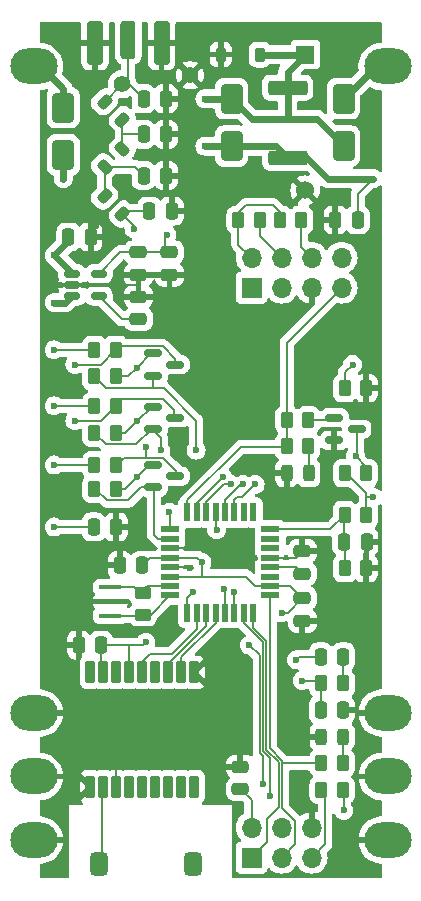
<source format=gbr>
%TF.GenerationSoftware,KiCad,Pcbnew,8.0.8*%
%TF.CreationDate,2025-01-26T19:35:19-06:00*%
%TF.ProjectId,ptSolar,7074536f-6c61-4722-9e6b-696361645f70,rev?*%
%TF.SameCoordinates,Original*%
%TF.FileFunction,Copper,L1,Top*%
%TF.FilePolarity,Positive*%
%FSLAX46Y46*%
G04 Gerber Fmt 4.6, Leading zero omitted, Abs format (unit mm)*
G04 Created by KiCad (PCBNEW 8.0.8) date 2025-01-26 19:35:19*
%MOMM*%
%LPD*%
G01*
G04 APERTURE LIST*
G04 Aperture macros list*
%AMRoundRect*
0 Rectangle with rounded corners*
0 $1 Rounding radius*
0 $2 $3 $4 $5 $6 $7 $8 $9 X,Y pos of 4 corners*
0 Add a 4 corners polygon primitive as box body*
4,1,4,$2,$3,$4,$5,$6,$7,$8,$9,$2,$3,0*
0 Add four circle primitives for the rounded corners*
1,1,$1+$1,$2,$3*
1,1,$1+$1,$4,$5*
1,1,$1+$1,$6,$7*
1,1,$1+$1,$8,$9*
0 Add four rect primitives between the rounded corners*
20,1,$1+$1,$2,$3,$4,$5,0*
20,1,$1+$1,$4,$5,$6,$7,0*
20,1,$1+$1,$6,$7,$8,$9,0*
20,1,$1+$1,$8,$9,$2,$3,0*%
G04 Aperture macros list end*
%TA.AperFunction,ComponentPad*%
%ADD10C,1.400000*%
%TD*%
%TA.AperFunction,SMDPad,CuDef*%
%ADD11RoundRect,0.250000X-0.262500X-0.450000X0.262500X-0.450000X0.262500X0.450000X-0.262500X0.450000X0*%
%TD*%
%TA.AperFunction,ComponentPad*%
%ADD12O,4.000000X3.000000*%
%TD*%
%TA.AperFunction,SMDPad,CuDef*%
%ADD13RoundRect,0.080000X0.320000X-0.820000X0.320000X0.820000X-0.320000X0.820000X-0.320000X-0.820000X0*%
%TD*%
%TA.AperFunction,ComponentPad*%
%ADD14R,1.524000X1.524000*%
%TD*%
%TA.AperFunction,ComponentPad*%
%ADD15C,1.524000*%
%TD*%
%TA.AperFunction,ComponentPad*%
%ADD16R,1.700000X1.700000*%
%TD*%
%TA.AperFunction,ComponentPad*%
%ADD17O,1.700000X1.700000*%
%TD*%
%TA.AperFunction,SMDPad,CuDef*%
%ADD18RoundRect,0.375000X0.375000X0.625000X-0.375000X0.625000X-0.375000X-0.625000X0.375000X-0.625000X0*%
%TD*%
%TA.AperFunction,SMDPad,CuDef*%
%ADD19RoundRect,0.250000X0.262500X0.450000X-0.262500X0.450000X-0.262500X-0.450000X0.262500X-0.450000X0*%
%TD*%
%TA.AperFunction,SMDPad,CuDef*%
%ADD20RoundRect,0.250000X0.475000X-0.250000X0.475000X0.250000X-0.475000X0.250000X-0.475000X-0.250000X0*%
%TD*%
%TA.AperFunction,SMDPad,CuDef*%
%ADD21RoundRect,0.243750X-0.243750X-0.456250X0.243750X-0.456250X0.243750X0.456250X-0.243750X0.456250X0*%
%TD*%
%TA.AperFunction,SMDPad,CuDef*%
%ADD22RoundRect,0.250000X-1.425000X0.362500X-1.425000X-0.362500X1.425000X-0.362500X1.425000X0.362500X0*%
%TD*%
%TA.AperFunction,SMDPad,CuDef*%
%ADD23RoundRect,0.250000X0.250000X0.475000X-0.250000X0.475000X-0.250000X-0.475000X0.250000X-0.475000X0*%
%TD*%
%TA.AperFunction,SMDPad,CuDef*%
%ADD24RoundRect,0.250000X-0.250000X-0.475000X0.250000X-0.475000X0.250000X0.475000X-0.250000X0.475000X0*%
%TD*%
%TA.AperFunction,SMDPad,CuDef*%
%ADD25RoundRect,0.150000X-0.587500X-0.150000X0.587500X-0.150000X0.587500X0.150000X-0.587500X0.150000X0*%
%TD*%
%TA.AperFunction,SMDPad,CuDef*%
%ADD26RoundRect,0.150000X-0.512500X-0.150000X0.512500X-0.150000X0.512500X0.150000X-0.512500X0.150000X0*%
%TD*%
%TA.AperFunction,SMDPad,CuDef*%
%ADD27RoundRect,0.250000X-0.475000X0.250000X-0.475000X-0.250000X0.475000X-0.250000X0.475000X0.250000X0*%
%TD*%
%TA.AperFunction,SMDPad,CuDef*%
%ADD28RoundRect,0.225000X0.225000X0.375000X-0.225000X0.375000X-0.225000X-0.375000X0.225000X-0.375000X0*%
%TD*%
%TA.AperFunction,SMDPad,CuDef*%
%ADD29RoundRect,0.218750X0.114905X-0.424264X0.424264X-0.114905X-0.114905X0.424264X-0.424264X0.114905X0*%
%TD*%
%TA.AperFunction,SMDPad,CuDef*%
%ADD30RoundRect,0.250000X-0.450000X0.262500X-0.450000X-0.262500X0.450000X-0.262500X0.450000X0.262500X0*%
%TD*%
%TA.AperFunction,SMDPad,CuDef*%
%ADD31RoundRect,0.250000X0.650000X-1.000000X0.650000X1.000000X-0.650000X1.000000X-0.650000X-1.000000X0*%
%TD*%
%TA.AperFunction,SMDPad,CuDef*%
%ADD32RoundRect,0.218750X0.424264X0.114905X0.114905X0.424264X-0.424264X-0.114905X-0.114905X-0.424264X0*%
%TD*%
%TA.AperFunction,SMDPad,CuDef*%
%ADD33RoundRect,0.250000X0.425000X1.600000X-0.425000X1.600000X-0.425000X-1.600000X0.425000X-1.600000X0*%
%TD*%
%TA.AperFunction,SMDPad,CuDef*%
%ADD34RoundRect,0.250000X0.385000X1.350000X-0.385000X1.350000X-0.385000X-1.350000X0.385000X-1.350000X0*%
%TD*%
%TA.AperFunction,SMDPad,CuDef*%
%ADD35R,1.900000X0.400000*%
%TD*%
%TA.AperFunction,SMDPad,CuDef*%
%ADD36R,1.600000X0.550000*%
%TD*%
%TA.AperFunction,SMDPad,CuDef*%
%ADD37R,0.550000X1.600000*%
%TD*%
%TA.AperFunction,ViaPad*%
%ADD38C,0.600000*%
%TD*%
%TA.AperFunction,Conductor*%
%ADD39C,0.200000*%
%TD*%
%TA.AperFunction,Conductor*%
%ADD40C,0.600000*%
%TD*%
G04 APERTURE END LIST*
D10*
%TO.P,ANT2b1,1,Pin_1*%
%TO.N,GND*%
X150500000Y-72750000D03*
%TD*%
%TO.P,ANT2a1,1,Pin_1*%
%TO.N,Net-(ANT2-In)*%
X144750000Y-73500000D03*
%TD*%
D11*
%TO.P,R13,1*%
%TO.N,+3.3V*%
X158087500Y-85000000D03*
%TO.P,R13,2*%
%TO.N,/SDA*%
X159912500Y-85000000D03*
%TD*%
%TO.P,R12,1*%
%TO.N,+3.3V*%
X154587500Y-85000000D03*
%TO.P,R12,2*%
%TO.N,/SCL*%
X156412500Y-85000000D03*
%TD*%
D12*
%TO.P,J1,1,V+*%
%TO.N,Net-(D4-A)*%
X137250000Y-72000000D03*
%TO.P,J1,2,V-*%
%TO.N,GND*%
X137250000Y-126750000D03*
X137250000Y-132125000D03*
X137250000Y-137500000D03*
%TD*%
%TO.P,J2,2,V-*%
%TO.N,GND*%
X167250000Y-137500000D03*
X167250000Y-132125000D03*
X167250000Y-126750000D03*
%TO.P,J2,1,V+*%
%TO.N,Net-(D5-A)*%
X167250000Y-72000000D03*
%TD*%
D13*
%TO.P,U1,1,GND*%
%TO.N,GND*%
X150850000Y-123300000D03*
%TO.P,U1,2,TXD*%
%TO.N,/GPS-RX*%
X149750000Y-123300000D03*
%TO.P,U1,3,RXD*%
%TO.N,/GPS-TX*%
X148650000Y-123300000D03*
%TO.P,U1,4,1PPS*%
%TO.N,unconnected-(U1-1PPS-Pad4)*%
X147550000Y-123300000D03*
%TO.P,U1,5,ON/OFF*%
%TO.N,/GPS-EN*%
X146450000Y-123300000D03*
%TO.P,U1,6,VBATT*%
%TO.N,+3.3V*%
X145350000Y-123300000D03*
%TO.P,U1,7,NC*%
%TO.N,unconnected-(U1-NC-Pad7)*%
X144250000Y-123300000D03*
%TO.P,U1,8,VCC*%
%TO.N,+3.3V*%
X143150000Y-123300000D03*
%TO.P,U1,9,NRESET*%
%TO.N,unconnected-(U1-NRESET-Pad9)*%
X142050000Y-123300000D03*
%TO.P,U1,10,GND*%
%TO.N,GND*%
X142050000Y-133000000D03*
%TO.P,U1,11,RF_IN*%
%TO.N,Net-(ANT1-RF)*%
X143150000Y-133000000D03*
%TO.P,U1,12,GND*%
%TO.N,GND*%
X144250000Y-133000000D03*
%TO.P,U1,13,NC*%
%TO.N,unconnected-(U1-NC-Pad13)*%
X145350000Y-133000000D03*
%TO.P,U1,14,VCC_RF*%
%TO.N,unconnected-(U1-VCC_RF-Pad14)*%
X146450000Y-133000000D03*
%TO.P,U1,15,RESERVED*%
%TO.N,unconnected-(U1-RESERVED-Pad15)*%
X147550000Y-133000000D03*
%TO.P,U1,16,SDA*%
%TO.N,unconnected-(U1-SDA-Pad16)*%
X148650000Y-133000000D03*
%TO.P,U1,17,SCL*%
%TO.N,unconnected-(U1-SCL-Pad17)*%
X149750000Y-133000000D03*
%TO.P,U1,18,RESERVED*%
%TO.N,unconnected-(U1-RESERVED-Pad18)*%
X150850000Y-133000000D03*
%TD*%
D14*
%TO.P,C1,1*%
%TO.N,Net-(D1-K)*%
X160250000Y-71000000D03*
D15*
%TO.P,C1,2*%
%TO.N,GND*%
X160250000Y-82500000D03*
%TD*%
D16*
%TO.P,J5,1,Pin_1*%
%TO.N,Net-(J5-Pin_1)*%
X155700000Y-90740000D03*
D17*
%TO.P,J5,2,Pin_2*%
%TO.N,+3.3V*%
X155700000Y-88200000D03*
%TO.P,J5,3,Pin_3*%
%TO.N,Net-(J5-Pin_3)*%
X158240000Y-90740000D03*
%TO.P,J5,4,Pin_4*%
%TO.N,/SCL*%
X158240000Y-88200000D03*
%TO.P,J5,5,Pin_5*%
%TO.N,GND*%
X160780000Y-90740000D03*
%TO.P,J5,6,Pin_6*%
%TO.N,/SDA*%
X160780000Y-88200000D03*
%TO.P,J5,7,Pin_7*%
%TO.N,/DIG-PTT*%
X163320000Y-90740000D03*
%TO.P,J5,8,Pin_8*%
%TO.N,Net-(J5-Pin_8)*%
X163320000Y-88200000D03*
%TD*%
D18*
%TO.P,ANT1,1,RF*%
%TO.N,Net-(ANT1-RF)*%
X142750000Y-139500000D03*
%TO.P,ANT1,2*%
%TO.N,N/C*%
X150750000Y-139500000D03*
%TD*%
D11*
%TO.P,R14,1*%
%TO.N,/DIG-PTT*%
X158675000Y-101956250D03*
%TO.P,R14,2*%
%TO.N,Net-(Q2-B)*%
X160500000Y-101956250D03*
%TD*%
D19*
%TO.P,R6,1*%
%TO.N,+3.3V*%
X163432500Y-133250000D03*
%TO.P,R6,2*%
%TO.N,/RESET*%
X161607500Y-133250000D03*
%TD*%
D11*
%TO.P,R15,1*%
%TO.N,Net-(Q3-S)*%
X142385974Y-103001526D03*
%TO.P,R15,2*%
%TO.N,+3.3V*%
X144210974Y-103001526D03*
%TD*%
D20*
%TO.P,C11,1*%
%TO.N,Net-(U5-BP)*%
X146125000Y-93400000D03*
%TO.P,C11,2*%
%TO.N,GND*%
X146125000Y-91500000D03*
%TD*%
D21*
%TO.P,D2,1,K*%
%TO.N,GND*%
X158670000Y-106456250D03*
%TO.P,D2,2,A*%
%TO.N,Net-(D2-A)*%
X160545000Y-106456250D03*
%TD*%
D22*
%TO.P,R19,2*%
%TO.N,+BATT*%
X158750000Y-79735000D03*
%TO.P,R19,1*%
%TO.N,Net-(D1-K)*%
X158750000Y-73810000D03*
%TD*%
D11*
%TO.P,R7,1*%
%TO.N,Net-(Q1-S)*%
X142385974Y-107753052D03*
%TO.P,R7,2*%
%TO.N,+3.3V*%
X144210974Y-107753052D03*
%TD*%
D23*
%TO.P,C16,1*%
%TO.N,GND*%
X148950000Y-84250000D03*
%TO.P,C16,2*%
%TO.N,Net-(U2-ANTENNA)*%
X147050000Y-84250000D03*
%TD*%
D24*
%TO.P,C13,1*%
%TO.N,Net-(U7-PD3)*%
X161570000Y-122000000D03*
%TO.P,C13,2*%
%TO.N,Net-(C13-Pad2)*%
X163470000Y-122000000D03*
%TD*%
D25*
%TO.P,Q3,1,G*%
%TO.N,+3.3V*%
X147375000Y-100801526D03*
%TO.P,Q3,2,S*%
%TO.N,Net-(Q3-S)*%
X147375000Y-102701526D03*
%TO.P,Q3,3,D*%
%TO.N,Net-(Q3-D)*%
X149250000Y-101751526D03*
%TD*%
D19*
%TO.P,R9,1*%
%TO.N,Net-(Q1-D)*%
X144210974Y-105753052D03*
%TO.P,R9,2*%
%TO.N,+BATT*%
X142385974Y-105753052D03*
%TD*%
D26*
%TO.P,U5,1,IN*%
%TO.N,+BATT*%
X140487500Y-89550000D03*
%TO.P,U5,2,GND*%
%TO.N,GND*%
X140487500Y-90500000D03*
%TO.P,U5,3,EN*%
%TO.N,+BATT*%
X140487500Y-91450000D03*
%TO.P,U5,4,BP*%
%TO.N,Net-(U5-BP)*%
X142762500Y-91450000D03*
%TO.P,U5,5,OUT*%
%TO.N,+3.3V*%
X142762500Y-89550000D03*
%TD*%
D24*
%TO.P,C10,1*%
%TO.N,/BATT-SENSE*%
X163530000Y-112250000D03*
%TO.P,C10,2*%
%TO.N,GND*%
X165430000Y-112250000D03*
%TD*%
D27*
%TO.P,C8,1*%
%TO.N,+3.3V*%
X160000000Y-117050000D03*
%TO.P,C8,2*%
%TO.N,GND*%
X160000000Y-118950000D03*
%TD*%
D28*
%TO.P,D1,1,K*%
%TO.N,Net-(D1-K)*%
X156400000Y-71000000D03*
%TO.P,D1,2,A*%
%TO.N,GND*%
X153100000Y-71000000D03*
%TD*%
D20*
%TO.P,C4,1*%
%TO.N,+BATT*%
X154750000Y-133200000D03*
%TO.P,C4,2*%
%TO.N,GND*%
X154750000Y-131300000D03*
%TD*%
D23*
%TO.P,C7,1*%
%TO.N,+3.3V*%
X146450000Y-114250000D03*
%TO.P,C7,2*%
%TO.N,GND*%
X144550000Y-114250000D03*
%TD*%
D11*
%TO.P,R1,1*%
%TO.N,/BATT-SENSE*%
X163587500Y-109970000D03*
%TO.P,R1,2*%
%TO.N,+BATT*%
X165412500Y-109970000D03*
%TD*%
D27*
%TO.P,C15,1*%
%TO.N,+3.3V*%
X146125000Y-87750000D03*
%TO.P,C15,2*%
%TO.N,GND*%
X146125000Y-89650000D03*
%TD*%
D29*
%TO.P,L2,1,1*%
%TO.N,Net-(C17-Pad2)*%
X143248699Y-80501301D03*
%TO.P,L2,2,2*%
%TO.N,Net-(C18-Pad2)*%
X144751301Y-78998699D03*
%TD*%
D23*
%TO.P,C18,1*%
%TO.N,GND*%
X148450000Y-77750000D03*
%TO.P,C18,2*%
%TO.N,Net-(C18-Pad2)*%
X146550000Y-77750000D03*
%TD*%
D30*
%TO.P,R5,1*%
%TO.N,Net-(U7-XTAL1{slash}PB6)*%
X146500000Y-116587500D03*
%TO.P,R5,2*%
%TO.N,Net-(U7-XTAL2{slash}PB7)*%
X146500000Y-118412500D03*
%TD*%
D31*
%TO.P,D4,1,K*%
%TO.N,Net-(D1-K)*%
X139750000Y-79500000D03*
%TO.P,D4,2,A*%
%TO.N,Net-(D4-A)*%
X139750000Y-75500000D03*
%TD*%
D23*
%TO.P,C19,2*%
%TO.N,Net-(ANT2-In)*%
X146550000Y-74750000D03*
%TO.P,C19,1*%
%TO.N,GND*%
X148450000Y-74750000D03*
%TD*%
D11*
%TO.P,R3,1*%
%TO.N,/DIG-PTT*%
X158675000Y-104183750D03*
%TO.P,R3,2*%
%TO.N,Net-(D2-A)*%
X160500000Y-104183750D03*
%TD*%
D19*
%TO.P,R2,2*%
%TO.N,/BATT-SENSE*%
X163587500Y-114500000D03*
%TO.P,R2,1*%
%TO.N,GND*%
X165412500Y-114500000D03*
%TD*%
%TO.P,R11,1*%
%TO.N,GND*%
X165412500Y-99250000D03*
%TO.P,R11,2*%
%TO.N,Net-(U2-HIGH{slash}LOW)*%
X163587500Y-99250000D03*
%TD*%
D27*
%TO.P,C6,1*%
%TO.N,+3.3V*%
X148750000Y-87750000D03*
%TO.P,C6,2*%
%TO.N,GND*%
X148750000Y-89650000D03*
%TD*%
D20*
%TO.P,C12,1*%
%TO.N,Net-(U7-AREF)*%
X160000000Y-114950000D03*
%TO.P,C12,2*%
%TO.N,GND*%
X160000000Y-113050000D03*
%TD*%
D25*
%TO.P,Q2,1,B*%
%TO.N,Net-(Q2-B)*%
X162712500Y-101756250D03*
%TO.P,Q2,2,E*%
%TO.N,GND*%
X162712500Y-103656250D03*
%TO.P,Q2,3,C*%
%TO.N,Net-(Q2-C)*%
X164587500Y-102706250D03*
%TD*%
D24*
%TO.P,C5,1*%
%TO.N,+BATT*%
X140175000Y-86450000D03*
%TO.P,C5,2*%
%TO.N,GND*%
X142075000Y-86450000D03*
%TD*%
%TO.P,C14,1*%
%TO.N,Net-(U2-MIC-IN)*%
X161570000Y-126500000D03*
%TO.P,C14,2*%
%TO.N,GND*%
X163470000Y-126500000D03*
%TD*%
D19*
%TO.P,R16,1*%
%TO.N,Net-(Q3-D)*%
X144210974Y-100751526D03*
%TO.P,R16,2*%
%TO.N,+BATT*%
X142385974Y-100751526D03*
%TD*%
D32*
%TO.P,L1,1,1*%
%TO.N,Net-(U2-ANTENNA)*%
X144751301Y-84501301D03*
%TO.P,L1,2,2*%
%TO.N,Net-(C17-Pad2)*%
X143248699Y-82998699D03*
%TD*%
D33*
%TO.P,ANT2,2,Ext*%
%TO.N,GND*%
X148075000Y-70000000D03*
X142425000Y-70000000D03*
D34*
%TO.P,ANT2,1,In*%
%TO.N,Net-(ANT2-In)*%
X145250000Y-69750000D03*
%TD*%
D35*
%TO.P,Y2,1,1*%
%TO.N,Net-(U7-XTAL2{slash}PB7)*%
X143750000Y-118500000D03*
%TO.P,Y2,2,2*%
%TO.N,GND*%
X143750000Y-117300000D03*
%TO.P,Y2,3,3*%
%TO.N,Net-(U7-XTAL1{slash}PB6)*%
X143750000Y-116100000D03*
%TD*%
D32*
%TO.P,L3,1,1*%
%TO.N,Net-(C18-Pad2)*%
X144751301Y-76501301D03*
%TO.P,L3,2,2*%
%TO.N,Net-(ANT2-In)*%
X143248699Y-74998699D03*
%TD*%
D23*
%TO.P,C3,1*%
%TO.N,+BATT*%
X164700000Y-85000000D03*
%TO.P,C3,2*%
%TO.N,GND*%
X162800000Y-85000000D03*
%TD*%
D11*
%TO.P,R4,1*%
%TO.N,/SCK*%
X161607500Y-131000000D03*
%TO.P,R4,2*%
%TO.N,Net-(D3-A)*%
X163432500Y-131000000D03*
%TD*%
D16*
%TO.P,J4,1,Pin_1*%
%TO.N,/MISO*%
X155700000Y-139000000D03*
D17*
%TO.P,J4,2,Pin_2*%
%TO.N,+BATT*%
X155700000Y-136460000D03*
%TO.P,J4,3,Pin_3*%
%TO.N,/SCK*%
X158240000Y-139000000D03*
%TO.P,J4,4,Pin_4*%
%TO.N,/MOSI*%
X158240000Y-136460000D03*
%TO.P,J4,5,Pin_5*%
%TO.N,/RESET*%
X160780000Y-139000000D03*
%TO.P,J4,6,Pin_6*%
%TO.N,GND*%
X160780000Y-136460000D03*
%TD*%
D21*
%TO.P,D3,1,K*%
%TO.N,GND*%
X161602500Y-128750000D03*
%TO.P,D3,2,A*%
%TO.N,Net-(D3-A)*%
X163477500Y-128750000D03*
%TD*%
D19*
%TO.P,R8,1*%
%TO.N,Net-(C13-Pad2)*%
X163432500Y-124250000D03*
%TO.P,R8,2*%
%TO.N,Net-(U2-MIC-IN)*%
X161607500Y-124250000D03*
%TD*%
D31*
%TO.P,D5,2,A*%
%TO.N,Net-(D5-A)*%
X163500000Y-74750000D03*
%TO.P,D5,1,K*%
%TO.N,Net-(D1-K)*%
X163500000Y-78750000D03*
%TD*%
D11*
%TO.P,R17,1*%
%TO.N,Net-(Q4-S)*%
X142385974Y-98250000D03*
%TO.P,R17,2*%
%TO.N,+3.3V*%
X144210974Y-98250000D03*
%TD*%
D25*
%TO.P,Q4,1,G*%
%TO.N,+3.3V*%
X147375000Y-96300000D03*
%TO.P,Q4,2,S*%
%TO.N,Net-(Q4-S)*%
X147375000Y-98200000D03*
%TO.P,Q4,3,D*%
%TO.N,Net-(Q4-D)*%
X149250000Y-97250000D03*
%TD*%
D19*
%TO.P,R10,1*%
%TO.N,Net-(Q2-C)*%
X165412500Y-106456250D03*
%TO.P,R10,2*%
%TO.N,+BATT*%
X163587500Y-106456250D03*
%TD*%
D24*
%TO.P,C2,1*%
%TO.N,+BATT*%
X142328474Y-111000000D03*
%TO.P,C2,2*%
%TO.N,GND*%
X144228474Y-111000000D03*
%TD*%
D31*
%TO.P,D6,2,A*%
%TO.N,Net-(D1-K)*%
X154000000Y-74750000D03*
%TO.P,D6,1,K*%
%TO.N,+BATT*%
X154000000Y-78750000D03*
%TD*%
D25*
%TO.P,Q1,1,G*%
%TO.N,+3.3V*%
X147375000Y-105753052D03*
%TO.P,Q1,2,S*%
%TO.N,Net-(Q1-S)*%
X147375000Y-107653052D03*
%TO.P,Q1,3,D*%
%TO.N,Net-(Q1-D)*%
X149250000Y-106703052D03*
%TD*%
D23*
%TO.P,C17,1*%
%TO.N,GND*%
X148450000Y-81250000D03*
%TO.P,C17,2*%
%TO.N,Net-(C17-Pad2)*%
X146550000Y-81250000D03*
%TD*%
D19*
%TO.P,R18,1*%
%TO.N,Net-(Q4-D)*%
X144210974Y-96000000D03*
%TO.P,R18,2*%
%TO.N,+BATT*%
X142385974Y-96000000D03*
%TD*%
D23*
%TO.P,C9,1*%
%TO.N,+3.3V*%
X142950000Y-121000000D03*
%TO.P,C9,2*%
%TO.N,GND*%
X141050000Y-121000000D03*
%TD*%
D36*
%TO.P,U7,1,PD3*%
%TO.N,Net-(U7-PD3)*%
X148800000Y-111200000D03*
%TO.P,U7,2,PD4*%
%TO.N,Net-(Q1-S)*%
X148800000Y-112000000D03*
%TO.P,U7,3,GND*%
%TO.N,GND*%
X148800000Y-112800000D03*
%TO.P,U7,4,VCC*%
%TO.N,+3.3V*%
X148800000Y-113600000D03*
%TO.P,U7,5,GND*%
%TO.N,GND*%
X148800000Y-114400000D03*
%TO.P,U7,6,VCC*%
%TO.N,+3.3V*%
X148800000Y-115200000D03*
%TO.P,U7,7,XTAL1/PB6*%
%TO.N,Net-(U7-XTAL1{slash}PB6)*%
X148800000Y-116000000D03*
%TO.P,U7,8,XTAL2/PB7*%
%TO.N,Net-(U7-XTAL2{slash}PB7)*%
X148800000Y-116800000D03*
D37*
%TO.P,U7,9,PD5*%
%TO.N,Net-(J5-Pin_8)*%
X150250000Y-118250000D03*
%TO.P,U7,10,PD6*%
%TO.N,/GPS-EN*%
X151050000Y-118250000D03*
%TO.P,U7,11,PD7*%
%TO.N,/GPS-TX*%
X151850000Y-118250000D03*
%TO.P,U7,12,PB0*%
%TO.N,/GPS-RX*%
X152650000Y-118250000D03*
%TO.P,U7,13,PB1*%
%TO.N,Net-(Q3-S)*%
X153450000Y-118250000D03*
%TO.P,U7,14,PB2*%
%TO.N,Net-(Q4-S)*%
X154250000Y-118250000D03*
%TO.P,U7,15,PB3*%
%TO.N,/MOSI*%
X155050000Y-118250000D03*
%TO.P,U7,16,PB4*%
%TO.N,/MISO*%
X155850000Y-118250000D03*
D36*
%TO.P,U7,17,PB5*%
%TO.N,/SCK*%
X157300000Y-116800000D03*
%TO.P,U7,18,AVCC*%
%TO.N,+3.3V*%
X157300000Y-116000000D03*
%TO.P,U7,19,ADC6*%
%TO.N,unconnected-(U7-ADC6-Pad19)*%
X157300000Y-115200000D03*
%TO.P,U7,20,AREF*%
%TO.N,Net-(U7-AREF)*%
X157300000Y-114400000D03*
%TO.P,U7,21,GND*%
%TO.N,GND*%
X157300000Y-113600000D03*
%TO.P,U7,22,ADC7*%
%TO.N,unconnected-(U7-ADC7-Pad22)*%
X157300000Y-112800000D03*
%TO.P,U7,23,PC0*%
%TO.N,unconnected-(U7-PC0-Pad23)*%
X157300000Y-112000000D03*
%TO.P,U7,24,PC1*%
%TO.N,/BATT-SENSE*%
X157300000Y-111200000D03*
D37*
%TO.P,U7,25,PC2*%
%TO.N,unconnected-(U7-PC2-Pad25)*%
X155850000Y-109750000D03*
%TO.P,U7,26,PC3*%
%TO.N,unconnected-(U7-PC3-Pad26)*%
X155050000Y-109750000D03*
%TO.P,U7,27,PC4*%
%TO.N,/SDA*%
X154250000Y-109750000D03*
%TO.P,U7,28,PC5*%
%TO.N,/SCL*%
X153450000Y-109750000D03*
%TO.P,U7,29,~{RESET}/PC6*%
%TO.N,/RESET*%
X152650000Y-109750000D03*
%TO.P,U7,30,PD0*%
%TO.N,Net-(J5-Pin_1)*%
X151850000Y-109750000D03*
%TO.P,U7,31,PD1*%
%TO.N,Net-(J5-Pin_3)*%
X151050000Y-109750000D03*
%TO.P,U7,32,PD2*%
%TO.N,/DIG-PTT*%
X150250000Y-109750000D03*
%TD*%
D38*
%TO.N,GND*%
X159750000Y-98750000D03*
X144250000Y-90500000D03*
%TO.N,+3.3V*%
X146750000Y-120750000D03*
%TO.N,Net-(Q1-D)*%
X146750000Y-104250000D03*
%TO.N,GND*%
X164500000Y-93250000D03*
X156000000Y-93250000D03*
X155250000Y-113250000D03*
%TO.N,Net-(U7-PD3)*%
X159500000Y-122250000D03*
X148750000Y-109750000D03*
%TO.N,+3.3V*%
X163500000Y-135000000D03*
X158250000Y-118250000D03*
%TO.N,GND*%
X159500000Y-109250000D03*
X148750000Y-120000000D03*
X164250000Y-119250000D03*
X153000000Y-123250000D03*
X153000000Y-131250000D03*
X139000000Y-123750000D03*
X139000000Y-113750000D03*
X140750000Y-94000000D03*
X151250000Y-92500000D03*
X165750000Y-77000000D03*
X165250000Y-69000000D03*
X139750000Y-69000000D03*
X151750000Y-69000000D03*
X151000000Y-76750000D03*
X151000000Y-81500000D03*
X151000000Y-85000000D03*
X142500000Y-85500000D03*
X151250000Y-89750000D03*
%TO.N,+3.3V*%
X146000000Y-106750000D03*
X146000000Y-102000000D03*
X146000000Y-97500000D03*
X148531250Y-86250000D03*
%TO.N,GND*%
X150500000Y-112750000D03*
X150500000Y-114500000D03*
%TO.N,+3.3V*%
X151500000Y-114000000D03*
%TO.N,Net-(U2-HIGH{slash}LOW)*%
X164250000Y-97250000D03*
%TO.N,+BATT*%
X139000000Y-111000000D03*
X166000000Y-108500000D03*
X139000000Y-92000000D03*
X139000000Y-88000000D03*
X139000000Y-96000000D03*
X139000000Y-100750000D03*
X139000000Y-105750000D03*
X151750000Y-78750000D03*
%TO.N,Net-(J5-Pin_8)*%
X150750000Y-116500000D03*
%TO.N,/SDA*%
X156000000Y-107400000D03*
%TO.N,/SCL*%
X155000000Y-107400000D03*
%TO.N,Net-(J5-Pin_1)*%
X153925735Y-107400000D03*
%TO.N,Net-(J5-Pin_3)*%
X153250000Y-106750000D03*
%TO.N,Net-(Q2-C)*%
X164500000Y-105000000D03*
%TO.N,Net-(Q4-D)*%
X140750000Y-97250000D03*
%TO.N,Net-(Q4-S)*%
X154250000Y-116500000D03*
X151000000Y-104500000D03*
%TO.N,Net-(Q3-D)*%
X140750000Y-102000000D03*
%TO.N,Net-(Q3-S)*%
X148000000Y-104500000D03*
X153350000Y-116250000D03*
%TO.N,/RESET*%
X152750000Y-111250000D03*
X155500000Y-121000000D03*
X156650000Y-132750000D03*
%TO.N,+BATT*%
X166000000Y-81500000D03*
%TO.N,Net-(D1-K)*%
X151750000Y-74750000D03*
X139750000Y-81500000D03*
%TO.N,Net-(U2-ANTENNA)*%
X145750000Y-85750000D03*
%TO.N,Net-(U2-MIC-IN)*%
X160000000Y-124000000D03*
%TO.N,/MOSI*%
X157250000Y-133750000D03*
%TD*%
D39*
%TO.N,Net-(ANT2-In)*%
X145250000Y-73000000D02*
X144750000Y-73500000D01*
X145250000Y-69750000D02*
X145250000Y-73000000D01*
X145300000Y-73500000D02*
X144750000Y-73500000D01*
X146550000Y-74750000D02*
X145300000Y-73500000D01*
X144747398Y-73500000D02*
X144750000Y-73500000D01*
X143248699Y-74998699D02*
X144747398Y-73500000D01*
%TO.N,Net-(Q4-S)*%
X148250000Y-99250000D02*
X147500000Y-99250000D01*
X151000000Y-102000000D02*
X148250000Y-99250000D01*
X151000000Y-104500000D02*
X151000000Y-102000000D01*
X147375000Y-99125000D02*
X147500000Y-99250000D01*
X147375000Y-98200000D02*
X147375000Y-99125000D01*
X147500000Y-99250000D02*
X143337500Y-99250000D01*
X143337500Y-99250000D02*
X142337500Y-98250000D01*
%TO.N,+3.3V*%
X144562500Y-87750000D02*
X142762500Y-89550000D01*
X146125000Y-87750000D02*
X144562500Y-87750000D01*
%TO.N,Net-(U5-BP)*%
X144712500Y-93400000D02*
X142762500Y-91450000D01*
X146125000Y-93400000D02*
X144712500Y-93400000D01*
%TO.N,GND*%
X144250000Y-90500000D02*
X146075000Y-90500000D01*
X140487500Y-90500000D02*
X144250000Y-90500000D01*
%TO.N,Net-(C13-Pad2)*%
X163470000Y-124192500D02*
X163412500Y-124250000D01*
X163470000Y-122000000D02*
X163470000Y-124192500D01*
%TO.N,GND*%
X144250000Y-133000000D02*
X144250000Y-130750000D01*
%TO.N,+3.3V*%
X145350000Y-121100000D02*
X145250000Y-121000000D01*
X145350000Y-123300000D02*
X145350000Y-121100000D01*
X145250000Y-121000000D02*
X142950000Y-121000000D01*
X146500000Y-121000000D02*
X145250000Y-121000000D01*
X146750000Y-120750000D02*
X146500000Y-121000000D01*
%TO.N,Net-(Q2-C)*%
X164587500Y-104912500D02*
X164500000Y-105000000D01*
X164587500Y-102706250D02*
X164587500Y-104912500D01*
X165412500Y-105912500D02*
X164500000Y-105000000D01*
X165412500Y-106456250D02*
X165412500Y-105912500D01*
%TO.N,Net-(Q1-D)*%
X146750000Y-104250000D02*
X146750000Y-105153052D01*
X146750000Y-105153052D02*
X144887500Y-105153052D01*
X148215552Y-105153052D02*
X146750000Y-105153052D01*
%TO.N,+3.3V*%
X156025000Y-116000000D02*
X157300000Y-116000000D01*
X155225000Y-115200000D02*
X156025000Y-116000000D01*
X148800000Y-115200000D02*
X155225000Y-115200000D01*
%TO.N,Net-(Q4-S)*%
X154250000Y-116500000D02*
X154250000Y-118250000D01*
%TO.N,Net-(Q3-S)*%
X153450000Y-116350000D02*
X153450000Y-118250000D01*
X153350000Y-116250000D02*
X153450000Y-116350000D01*
%TO.N,Net-(U7-PD3)*%
X159750000Y-122000000D02*
X159500000Y-122250000D01*
X161570000Y-122000000D02*
X159750000Y-122000000D01*
X148800000Y-109800000D02*
X148750000Y-109750000D01*
X148800000Y-111200000D02*
X148800000Y-109800000D01*
%TO.N,/SCK*%
X158290000Y-134810031D02*
X158290000Y-131000000D01*
X159390000Y-135910031D02*
X158290000Y-134810031D01*
X159390000Y-137850000D02*
X159390000Y-135910031D01*
X158240000Y-139000000D02*
X159390000Y-137850000D01*
X161587500Y-131000000D02*
X158290000Y-131000000D01*
X158290000Y-131000000D02*
X158290000Y-130790000D01*
X157250000Y-116850000D02*
X157300000Y-116800000D01*
X157250000Y-129750000D02*
X157250000Y-116850000D01*
X158290000Y-130790000D02*
X157250000Y-129750000D01*
%TO.N,/MISO*%
X158000000Y-134750000D02*
X157000000Y-135750000D01*
X158000000Y-130910122D02*
X158000000Y-134750000D01*
X156960000Y-129870122D02*
X158000000Y-130910122D01*
X157000000Y-137700000D02*
X155700000Y-139000000D01*
X156960000Y-120624878D02*
X156960000Y-129870122D01*
X155850000Y-119514878D02*
X156960000Y-120624878D01*
X155850000Y-118250000D02*
X155850000Y-119514878D01*
X157000000Y-135750000D02*
X157000000Y-137700000D01*
%TO.N,/RESET*%
X156380000Y-121880000D02*
X155500000Y-121000000D01*
X156380000Y-130130000D02*
X156380000Y-121880000D01*
X156650000Y-132750000D02*
X156650000Y-130400000D01*
X156650000Y-130400000D02*
X156380000Y-130130000D01*
%TO.N,/MOSI*%
X155050000Y-119125000D02*
X155050000Y-118250000D01*
X156670000Y-120745000D02*
X155050000Y-119125000D01*
X157250000Y-130570244D02*
X156670000Y-129990244D01*
X156670000Y-129990244D02*
X156670000Y-120745000D01*
X157250000Y-133750000D02*
X157250000Y-130570244D01*
%TO.N,+3.3V*%
X163500000Y-133337500D02*
X163412500Y-133250000D01*
X163500000Y-135000000D02*
X163500000Y-133337500D01*
X158800000Y-118250000D02*
X160000000Y-117050000D01*
X158250000Y-118250000D02*
X158800000Y-118250000D01*
%TO.N,+BATT*%
X166000000Y-108500000D02*
X165412500Y-108500000D01*
X165412500Y-108500000D02*
X165412500Y-108162500D01*
X165412500Y-109970000D02*
X165412500Y-108500000D01*
X163706250Y-106456250D02*
X163587500Y-106456250D01*
X165412500Y-108162500D02*
X163706250Y-106456250D01*
%TO.N,Net-(U2-HIGH{slash}LOW)*%
X163587500Y-97912500D02*
X164250000Y-97250000D01*
X163587500Y-99250000D02*
X163587500Y-97912500D01*
%TO.N,Net-(Q3-S)*%
X145935974Y-104001526D02*
X147235974Y-102701526D01*
X143385974Y-104001526D02*
X145935974Y-104001526D01*
X142385974Y-103001526D02*
X143385974Y-104001526D01*
X148000000Y-103465552D02*
X148000000Y-104500000D01*
X147235974Y-102701526D02*
X148000000Y-103465552D01*
D40*
%TO.N,+BATT*%
X139000000Y-92000000D02*
X139937500Y-92000000D01*
X139937500Y-92000000D02*
X140487500Y-91450000D01*
X140487500Y-89550000D02*
X140487500Y-89487500D01*
X140487500Y-89487500D02*
X139000000Y-88000000D01*
X140175000Y-86825000D02*
X140175000Y-86450000D01*
X139000000Y-88000000D02*
X140175000Y-86825000D01*
D39*
%TO.N,Net-(Q1-S)*%
X147437500Y-111637500D02*
X147437500Y-107653052D01*
X147800000Y-112000000D02*
X147437500Y-111637500D01*
%TO.N,Net-(Q3-D)*%
X149110974Y-101110974D02*
X149110974Y-101751526D01*
X148201526Y-100201526D02*
X149110974Y-101110974D01*
X144760974Y-100201526D02*
X148201526Y-100201526D01*
X144210974Y-100751526D02*
X144760974Y-100201526D01*
%TO.N,+3.3V*%
X144998474Y-103001526D02*
X146000000Y-102000000D01*
X144210974Y-103001526D02*
X144998474Y-103001526D01*
X146037500Y-102000000D02*
X147235974Y-100801526D01*
X146000000Y-102000000D02*
X146037500Y-102000000D01*
%TO.N,Net-(Q4-D)*%
X149250000Y-96750000D02*
X149250000Y-97250000D01*
X148200000Y-95700000D02*
X149250000Y-96750000D01*
X144462500Y-95700000D02*
X148200000Y-95700000D01*
X144162500Y-96000000D02*
X144462500Y-95700000D01*
%TO.N,+3.3V*%
X145250000Y-98250000D02*
X146000000Y-97500000D01*
X144162500Y-98250000D02*
X145250000Y-98250000D01*
X147200000Y-96300000D02*
X146000000Y-97500000D01*
X147375000Y-96300000D02*
X147200000Y-96300000D01*
%TO.N,+BATT*%
X142550000Y-111000000D02*
X139000000Y-111000000D01*
X139003052Y-105753052D02*
X139000000Y-105750000D01*
X142462500Y-105753052D02*
X139003052Y-105753052D01*
%TO.N,/SDA*%
X154250000Y-108750000D02*
X154500000Y-108500000D01*
X154500000Y-108500000D02*
X154900000Y-108500000D01*
X154900000Y-108500000D02*
X156000000Y-107400000D01*
X154250000Y-109750000D02*
X154250000Y-108750000D01*
%TO.N,/DIG-PTT*%
X154793750Y-104206250D02*
X158675000Y-104206250D01*
X150250000Y-108750000D02*
X154793750Y-104206250D01*
X150250000Y-109750000D02*
X150250000Y-108750000D01*
%TO.N,Net-(J5-Pin_1)*%
X151850000Y-108875000D02*
X151850000Y-109750000D01*
X153325000Y-107400000D02*
X151850000Y-108875000D01*
X153925735Y-107400000D02*
X153325000Y-107400000D01*
%TO.N,Net-(J5-Pin_3)*%
X151050000Y-108950000D02*
X151050000Y-109750000D01*
X153250000Y-106750000D02*
X151050000Y-108950000D01*
%TO.N,Net-(Q1-S)*%
X148800000Y-112000000D02*
X147800000Y-112000000D01*
X145275000Y-108753052D02*
X143462500Y-108753052D01*
X146375000Y-107653052D02*
X145275000Y-108753052D01*
X143462500Y-108753052D02*
X142462500Y-107753052D01*
X147437500Y-107653052D02*
X146375000Y-107653052D01*
%TO.N,Net-(Q1-D)*%
X149312500Y-106250000D02*
X148215552Y-105153052D01*
X149312500Y-106703052D02*
X149312500Y-106250000D01*
X144887500Y-105153052D02*
X144287500Y-105753052D01*
%TO.N,+3.3V*%
X144996948Y-107753052D02*
X144287500Y-107753052D01*
X146000000Y-106750000D02*
X144996948Y-107753052D01*
X147342930Y-105753052D02*
X147390215Y-105800337D01*
X146996948Y-105753052D02*
X147342930Y-105753052D01*
X146000000Y-106750000D02*
X146996948Y-105753052D01*
%TO.N,Net-(Q3-D)*%
X142962500Y-102000000D02*
X140750000Y-102000000D01*
X144210974Y-100751526D02*
X142962500Y-102000000D01*
%TO.N,+BATT*%
X139001526Y-100751526D02*
X139000000Y-100750000D01*
X142385974Y-100751526D02*
X139001526Y-100751526D01*
%TO.N,Net-(Q4-D)*%
X142912500Y-97250000D02*
X144162500Y-96000000D01*
X140750000Y-97250000D02*
X142912500Y-97250000D01*
%TO.N,+BATT*%
X142337500Y-96000000D02*
X139000000Y-96000000D01*
%TO.N,+3.3V*%
X148375000Y-86406250D02*
X148531250Y-86250000D01*
X148375000Y-87750000D02*
X148375000Y-86406250D01*
X154587500Y-84412500D02*
X154587500Y-85000000D01*
X155250000Y-83750000D02*
X154587500Y-84412500D01*
X157500000Y-83750000D02*
X155250000Y-83750000D01*
X158087500Y-84337500D02*
X157500000Y-83750000D01*
X158087500Y-85000000D02*
X158087500Y-84337500D01*
X154587500Y-87087500D02*
X155700000Y-88200000D01*
X154587500Y-85000000D02*
X154587500Y-87087500D01*
%TO.N,/SCL*%
X156412500Y-86372500D02*
X158240000Y-88200000D01*
X156412500Y-85000000D02*
X156412500Y-86372500D01*
%TO.N,/SDA*%
X159912500Y-87332500D02*
X160780000Y-88200000D01*
X159912500Y-85000000D02*
X159912500Y-87332500D01*
%TO.N,+BATT*%
X164700000Y-82800000D02*
X166000000Y-81500000D01*
X164700000Y-85000000D02*
X164700000Y-82800000D01*
X155700000Y-134150000D02*
X155700000Y-136460000D01*
X154750000Y-133200000D02*
X155700000Y-134150000D01*
%TO.N,GND*%
X150400000Y-114400000D02*
X150500000Y-114500000D01*
X148800000Y-114400000D02*
X150400000Y-114400000D01*
X150450000Y-112800000D02*
X150500000Y-112750000D01*
X148800000Y-112800000D02*
X150450000Y-112800000D01*
%TO.N,+3.3V*%
X151500000Y-114000000D02*
X151500000Y-115200000D01*
X151500000Y-114000000D02*
X151100000Y-113600000D01*
X151100000Y-113600000D02*
X148800000Y-113600000D01*
%TO.N,Net-(U7-XTAL2{slash}PB7)*%
X147187500Y-118412500D02*
X146250000Y-118412500D01*
X148800000Y-116800000D02*
X147187500Y-118412500D01*
%TO.N,Net-(U7-XTAL1{slash}PB6)*%
X146837500Y-116000000D02*
X146250000Y-116587500D01*
X148800000Y-116000000D02*
X146837500Y-116000000D01*
%TO.N,+3.3V*%
X147100000Y-113600000D02*
X148800000Y-113600000D01*
X146450000Y-114250000D02*
X147100000Y-113600000D01*
%TO.N,/BATT-SENSE*%
X163587500Y-112307500D02*
X163530000Y-112250000D01*
X163587500Y-114500000D02*
X163587500Y-112307500D01*
X163530000Y-110027500D02*
X163587500Y-109970000D01*
X163530000Y-112250000D02*
X163530000Y-110027500D01*
X162357500Y-111200000D02*
X163587500Y-109970000D01*
X157300000Y-111200000D02*
X162357500Y-111200000D01*
D40*
%TO.N,+BATT*%
X154000000Y-78750000D02*
X151750000Y-78750000D01*
D39*
%TO.N,Net-(J5-Pin_8)*%
X150250000Y-117000000D02*
X150750000Y-116500000D01*
X150250000Y-118250000D02*
X150250000Y-117000000D01*
%TO.N,/SCL*%
X154800000Y-107400000D02*
X155000000Y-107400000D01*
X153450000Y-108750000D02*
X154800000Y-107400000D01*
X153450000Y-109750000D02*
X153450000Y-108750000D01*
%TO.N,/SDA*%
X161087500Y-87892500D02*
X160780000Y-88200000D01*
%TO.N,/DIG-PTT*%
X158675000Y-95385000D02*
X158675000Y-101956250D01*
X163320000Y-90740000D02*
X158675000Y-95385000D01*
%TO.N,Net-(Q2-B)*%
X162512500Y-101956250D02*
X162712500Y-101756250D01*
X160500000Y-101956250D02*
X162512500Y-101956250D01*
%TO.N,/DIG-PTT*%
X158675000Y-104206250D02*
X158675000Y-101956250D01*
%TO.N,Net-(D2-A)*%
X160525000Y-104231250D02*
X160500000Y-104206250D01*
X160525000Y-106456250D02*
X160525000Y-104231250D01*
%TO.N,+3.3V*%
X144210974Y-103001526D02*
X144210974Y-102764026D01*
%TO.N,/RESET*%
X152650000Y-111150000D02*
X152750000Y-111250000D01*
X152650000Y-109750000D02*
X152650000Y-111150000D01*
D40*
%TO.N,+BATT*%
X166000000Y-81500000D02*
X162190000Y-81500000D01*
X162190000Y-81500000D02*
X160425000Y-79735000D01*
X160425000Y-79735000D02*
X158750000Y-79735000D01*
%TO.N,Net-(D1-K)*%
X151750000Y-74750000D02*
X154000000Y-74750000D01*
X139750000Y-79500000D02*
X139750000Y-81500000D01*
D39*
%TO.N,GND*%
X146125000Y-89650000D02*
X148375000Y-89650000D01*
%TO.N,+3.3V*%
X146125000Y-87750000D02*
X148375000Y-87750000D01*
X143325000Y-89550000D02*
X142762500Y-89550000D01*
%TO.N,GND*%
X146125000Y-90550000D02*
X146075000Y-90500000D01*
X146125000Y-91500000D02*
X146125000Y-90550000D01*
X146125000Y-90450000D02*
X146125000Y-89650000D01*
X146075000Y-90500000D02*
X146125000Y-90450000D01*
%TO.N,/GPS-RX*%
X149750000Y-122000000D02*
X149750000Y-123300000D01*
X152650000Y-118250000D02*
X152650000Y-119100000D01*
X152650000Y-119100000D02*
X149750000Y-122000000D01*
%TO.N,/GPS-TX*%
X148650000Y-122600000D02*
X148650000Y-123300000D01*
X151850000Y-119400000D02*
X148650000Y-122600000D01*
X151850000Y-118250000D02*
X151850000Y-119400000D01*
%TO.N,Net-(U2-ANTENNA)*%
X145750000Y-85500000D02*
X144751301Y-84501301D01*
X145750000Y-85750000D02*
X145750000Y-85500000D01*
%TO.N,Net-(U2-MIC-IN)*%
X161337500Y-124000000D02*
X161587500Y-124250000D01*
X160000000Y-124000000D02*
X161337500Y-124000000D01*
%TO.N,+3.3V*%
X158950000Y-116000000D02*
X157300000Y-116000000D01*
X160000000Y-117050000D02*
X158950000Y-116000000D01*
%TO.N,GND*%
X159450000Y-113600000D02*
X160000000Y-113050000D01*
X157300000Y-113600000D02*
X159450000Y-113600000D01*
%TO.N,Net-(U7-AREF)*%
X159450000Y-114400000D02*
X160000000Y-114950000D01*
X157300000Y-114400000D02*
X159450000Y-114400000D01*
%TO.N,Net-(U2-ANTENNA)*%
X145002602Y-84250000D02*
X144751301Y-84501301D01*
X147050000Y-84250000D02*
X145002602Y-84250000D01*
%TO.N,Net-(C17-Pad2)*%
X146550000Y-81250000D02*
X145801301Y-80501301D01*
X145801301Y-80501301D02*
X143248699Y-80501301D01*
X143248699Y-80501301D02*
X143248699Y-82998699D01*
%TO.N,Net-(C18-Pad2)*%
X146550000Y-77750000D02*
X144751301Y-77750000D01*
X144751301Y-77750000D02*
X144751301Y-78998699D01*
X144751301Y-76501301D02*
X144751301Y-77750000D01*
D40*
%TO.N,Net-(D4-A)*%
X139750000Y-73900000D02*
X137850000Y-72000000D01*
X139750000Y-75500000D02*
X139750000Y-73900000D01*
%TO.N,Net-(D1-K)*%
X160250000Y-71000000D02*
X156400000Y-71000000D01*
X158750000Y-73810000D02*
X158750000Y-76500000D01*
X158750000Y-76500000D02*
X155750000Y-76500000D01*
X161250000Y-76500000D02*
X158750000Y-76500000D01*
X155750000Y-76500000D02*
X154000000Y-74750000D01*
X163500000Y-78750000D02*
X161250000Y-76500000D01*
X158750000Y-72500000D02*
X160250000Y-71000000D01*
X158750000Y-73810000D02*
X158750000Y-72500000D01*
%TO.N,+BATT*%
X157765000Y-78750000D02*
X158750000Y-79735000D01*
X154000000Y-78750000D02*
X157765000Y-78750000D01*
%TO.N,Net-(D5-A)*%
X166250000Y-72000000D02*
X166650000Y-72000000D01*
X163500000Y-74750000D02*
X166250000Y-72000000D01*
D39*
%TO.N,Net-(U7-XTAL2{slash}PB7)*%
X148800000Y-116800000D02*
X148450000Y-116800000D01*
X146162500Y-118500000D02*
X146250000Y-118412500D01*
X143750000Y-118500000D02*
X146162500Y-118500000D01*
%TO.N,Net-(U7-XTAL1{slash}PB6)*%
X145762500Y-116100000D02*
X146250000Y-116587500D01*
X143750000Y-116100000D02*
X145762500Y-116100000D01*
X146662500Y-117000000D02*
X146250000Y-116587500D01*
%TO.N,Net-(ANT1-RF)*%
X143000000Y-139000000D02*
X142500000Y-139500000D01*
X143000000Y-133150000D02*
X143000000Y-139000000D01*
X143150000Y-133000000D02*
X143000000Y-133150000D01*
%TO.N,+3.3V*%
X142950000Y-121000000D02*
X142950000Y-123100000D01*
X142950000Y-123100000D02*
X143150000Y-123300000D01*
%TO.N,Net-(U2-MIC-IN)*%
X161550000Y-126500000D02*
X161550000Y-124287500D01*
X161550000Y-124287500D02*
X161587500Y-124250000D01*
%TO.N,/RESET*%
X161930000Y-137850000D02*
X160780000Y-139000000D01*
X161930000Y-133592500D02*
X161930000Y-137850000D01*
X161587500Y-133250000D02*
X161930000Y-133592500D01*
%TO.N,Net-(D3-A)*%
X163412500Y-131000000D02*
X163412500Y-128775000D01*
X163412500Y-128775000D02*
X163437500Y-128750000D01*
%TO.N,/GPS-EN*%
X148939878Y-121750000D02*
X147100000Y-121750000D01*
X151050000Y-119639878D02*
X148939878Y-121750000D01*
X147100000Y-121750000D02*
X146450000Y-122400000D01*
X151050000Y-118250000D02*
X151050000Y-119639878D01*
X146450000Y-122400000D02*
X146450000Y-123300000D01*
%TO.N,GND*%
X165430000Y-112485000D02*
X165430000Y-112900000D01*
X165412500Y-112467500D02*
X165430000Y-112485000D01*
X165430000Y-112900000D02*
X165412500Y-112917500D01*
%TD*%
%TA.AperFunction,Conductor*%
%TO.N,GND*%
G36*
X141193039Y-68270185D02*
G01*
X141238794Y-68322989D01*
X141250000Y-68374500D01*
X141250000Y-69750000D01*
X143599999Y-69750000D01*
X143599999Y-68374500D01*
X143619684Y-68307461D01*
X143672488Y-68261706D01*
X143723999Y-68250500D01*
X143990500Y-68250500D01*
X144057539Y-68270185D01*
X144103294Y-68322989D01*
X144114500Y-68374500D01*
X144114500Y-71150001D01*
X144114501Y-71150018D01*
X144125000Y-71252796D01*
X144125001Y-71252799D01*
X144159057Y-71355571D01*
X144180186Y-71419334D01*
X144272288Y-71568656D01*
X144396344Y-71692712D01*
X144545666Y-71784814D01*
X144564504Y-71791056D01*
X144621947Y-71830825D01*
X144648772Y-71895340D01*
X144649500Y-71908761D01*
X144649500Y-72194523D01*
X144629815Y-72261562D01*
X144577011Y-72307317D01*
X144548286Y-72316411D01*
X144420071Y-72340379D01*
X144420062Y-72340381D01*
X144420060Y-72340382D01*
X144324870Y-72377259D01*
X144212601Y-72420752D01*
X144212595Y-72420754D01*
X144023439Y-72537874D01*
X144023437Y-72537876D01*
X143859020Y-72687761D01*
X143724943Y-72865308D01*
X143724938Y-72865316D01*
X143625775Y-73064461D01*
X143625769Y-73064476D01*
X143564885Y-73278462D01*
X143564884Y-73278464D01*
X143544357Y-73499999D01*
X143544357Y-73500000D01*
X143564719Y-73719745D01*
X143551304Y-73788315D01*
X143502947Y-73838746D01*
X143441248Y-73855186D01*
X143279536Y-73855186D01*
X143121931Y-73892539D01*
X143115927Y-73893962D01*
X142965683Y-73969417D01*
X142965682Y-73969418D01*
X142965680Y-73969419D01*
X142965679Y-73969420D01*
X142888905Y-74031961D01*
X142888904Y-74031962D01*
X142888898Y-74031967D01*
X142281967Y-74638898D01*
X142281962Y-74638904D01*
X142281961Y-74638905D01*
X142222443Y-74711969D01*
X142219418Y-74715682D01*
X142219417Y-74715683D01*
X142143962Y-74865927D01*
X142143961Y-74865930D01*
X142143961Y-74865931D01*
X142105186Y-75029536D01*
X142105186Y-75197672D01*
X142143303Y-75358499D01*
X142143962Y-75361279D01*
X142219416Y-75511522D01*
X142219420Y-75511529D01*
X142281961Y-75588303D01*
X142659095Y-75965437D01*
X142735869Y-76027978D01*
X142886122Y-76103437D01*
X143049726Y-76142212D01*
X143049728Y-76142212D01*
X143217860Y-76142212D01*
X143217862Y-76142212D01*
X143381467Y-76103437D01*
X143531719Y-76027978D01*
X143608493Y-75965437D01*
X144215437Y-75358493D01*
X144277978Y-75281719D01*
X144353437Y-75131467D01*
X144392212Y-74967862D01*
X144392212Y-74803740D01*
X144411897Y-74736701D01*
X144464701Y-74690946D01*
X144533859Y-74681002D01*
X144538981Y-74681848D01*
X144638757Y-74700500D01*
X144638759Y-74700500D01*
X144861241Y-74700500D01*
X144861243Y-74700500D01*
X145079940Y-74659618D01*
X145287401Y-74579247D01*
X145353730Y-74538177D01*
X145421088Y-74519621D01*
X145487788Y-74540428D01*
X145506688Y-74555923D01*
X145513181Y-74562416D01*
X145546666Y-74623739D01*
X145549500Y-74650097D01*
X145549500Y-75275001D01*
X145549501Y-75275019D01*
X145560000Y-75377796D01*
X145560001Y-75377800D01*
X145581702Y-75443288D01*
X145584104Y-75513117D01*
X145548372Y-75573159D01*
X145485851Y-75604351D01*
X145416392Y-75596790D01*
X145376315Y-75569973D01*
X145340911Y-75534569D01*
X145340905Y-75534563D01*
X145264131Y-75472022D01*
X145264126Y-75472019D01*
X145264124Y-75472018D01*
X145113881Y-75396564D01*
X145113879Y-75396563D01*
X145113878Y-75396563D01*
X144950274Y-75357788D01*
X144782138Y-75357788D01*
X144618533Y-75396563D01*
X144618529Y-75396564D01*
X144468285Y-75472019D01*
X144468284Y-75472020D01*
X144468282Y-75472021D01*
X144468281Y-75472022D01*
X144391507Y-75534563D01*
X144391506Y-75534564D01*
X144391500Y-75534569D01*
X143784569Y-76141500D01*
X143784564Y-76141506D01*
X143722020Y-76218284D01*
X143722019Y-76218285D01*
X143646564Y-76368529D01*
X143646563Y-76368532D01*
X143646563Y-76368533D01*
X143607788Y-76532138D01*
X143607788Y-76700274D01*
X143646563Y-76863878D01*
X143646564Y-76863881D01*
X143721518Y-77013128D01*
X143722022Y-77014131D01*
X143784563Y-77090905D01*
X143784569Y-77090911D01*
X144114482Y-77420824D01*
X144147967Y-77482147D01*
X144150801Y-77508505D01*
X144150801Y-77991495D01*
X144131116Y-78058534D01*
X144114482Y-78079176D01*
X143784569Y-78409088D01*
X143784564Y-78409094D01*
X143784563Y-78409095D01*
X143725518Y-78481578D01*
X143722023Y-78485868D01*
X143722018Y-78485875D01*
X143646564Y-78636118D01*
X143646563Y-78636121D01*
X143646563Y-78636122D01*
X143607788Y-78799726D01*
X143607788Y-78967862D01*
X143646021Y-79129179D01*
X143646564Y-79131470D01*
X143707227Y-79252260D01*
X143722022Y-79281719D01*
X143784563Y-79358493D01*
X143784569Y-79358499D01*
X144115190Y-79689120D01*
X144148675Y-79750443D01*
X144143691Y-79820135D01*
X144101819Y-79876068D01*
X144036355Y-79900485D01*
X144027509Y-79900801D01*
X144026093Y-79900801D01*
X143959054Y-79881116D01*
X143938412Y-79864482D01*
X143608499Y-79534569D01*
X143608493Y-79534563D01*
X143531719Y-79472022D01*
X143531714Y-79472019D01*
X143381470Y-79396564D01*
X143381468Y-79396563D01*
X143381467Y-79396563D01*
X143217862Y-79357788D01*
X143049726Y-79357788D01*
X142886122Y-79396563D01*
X142886118Y-79396564D01*
X142735875Y-79472018D01*
X142735870Y-79472021D01*
X142735869Y-79472022D01*
X142668349Y-79527025D01*
X142659094Y-79534564D01*
X142659088Y-79534569D01*
X142281967Y-79911690D01*
X142281962Y-79911696D01*
X142219421Y-79988470D01*
X142219416Y-79988477D01*
X142143962Y-80138720D01*
X142143961Y-80138723D01*
X142143961Y-80138724D01*
X142105186Y-80302328D01*
X142105186Y-80470464D01*
X142143961Y-80634069D01*
X142143962Y-80634072D01*
X142214343Y-80774212D01*
X142219420Y-80784321D01*
X142281961Y-80861095D01*
X142281967Y-80861101D01*
X142611880Y-81191014D01*
X142645365Y-81252337D01*
X142648199Y-81278695D01*
X142648199Y-82221305D01*
X142628514Y-82288344D01*
X142611880Y-82308986D01*
X142281967Y-82638898D01*
X142281962Y-82638904D01*
X142219418Y-82715682D01*
X142219417Y-82715683D01*
X142143962Y-82865927D01*
X142143961Y-82865930D01*
X142143961Y-82865931D01*
X142105186Y-83029536D01*
X142105186Y-83197672D01*
X142143303Y-83358499D01*
X142143962Y-83361279D01*
X142219416Y-83511522D01*
X142219420Y-83511529D01*
X142281961Y-83588303D01*
X142659095Y-83965437D01*
X142735869Y-84027978D01*
X142886122Y-84103437D01*
X143049726Y-84142212D01*
X143049728Y-84142212D01*
X143217860Y-84142212D01*
X143217862Y-84142212D01*
X143381467Y-84103437D01*
X143531719Y-84027978D01*
X143608493Y-83965437D01*
X144215437Y-83358493D01*
X144277978Y-83281719D01*
X144353437Y-83131467D01*
X144392212Y-82967862D01*
X144392212Y-82799726D01*
X144353437Y-82636122D01*
X144277978Y-82485869D01*
X144215437Y-82409095D01*
X143885518Y-82079176D01*
X143852033Y-82017853D01*
X143849199Y-81991495D01*
X143849199Y-81508505D01*
X143868884Y-81441466D01*
X143885518Y-81420824D01*
X144168222Y-81138120D01*
X144229545Y-81104635D01*
X144255903Y-81101801D01*
X145425500Y-81101801D01*
X145492539Y-81121486D01*
X145538294Y-81174290D01*
X145549500Y-81225801D01*
X145549500Y-81775001D01*
X145549501Y-81775019D01*
X145560000Y-81877796D01*
X145560001Y-81877799D01*
X145579586Y-81936901D01*
X145615186Y-82044334D01*
X145707288Y-82193656D01*
X145831344Y-82317712D01*
X145980666Y-82409814D01*
X146147203Y-82464999D01*
X146249991Y-82475500D01*
X146850008Y-82475499D01*
X146850016Y-82475498D01*
X146850019Y-82475498D01*
X146906302Y-82469748D01*
X146952797Y-82464999D01*
X147119334Y-82409814D01*
X147268656Y-82317712D01*
X147392712Y-82193656D01*
X147394752Y-82190347D01*
X147396745Y-82188555D01*
X147397193Y-82187989D01*
X147397289Y-82188065D01*
X147446694Y-82143623D01*
X147515656Y-82132395D01*
X147579740Y-82160234D01*
X147605829Y-82190339D01*
X147607681Y-82193341D01*
X147607683Y-82193344D01*
X147731654Y-82317315D01*
X147880875Y-82409356D01*
X147880880Y-82409358D01*
X148047302Y-82464505D01*
X148047309Y-82464506D01*
X148150019Y-82474999D01*
X148700000Y-82474999D01*
X148749972Y-82474999D01*
X148749986Y-82474998D01*
X148852697Y-82464505D01*
X149019119Y-82409358D01*
X149019124Y-82409356D01*
X149168345Y-82317315D01*
X149292315Y-82193345D01*
X149384356Y-82044124D01*
X149384358Y-82044119D01*
X149439505Y-81877697D01*
X149439506Y-81877690D01*
X149449999Y-81774986D01*
X149450000Y-81774973D01*
X149450000Y-81500000D01*
X148700000Y-81500000D01*
X148700000Y-82474999D01*
X148150019Y-82474999D01*
X148199999Y-82474998D01*
X148200000Y-82474998D01*
X148200000Y-81000000D01*
X148700000Y-81000000D01*
X149449999Y-81000000D01*
X149449999Y-80725028D01*
X149449998Y-80725013D01*
X149439505Y-80622302D01*
X149384358Y-80455880D01*
X149384356Y-80455875D01*
X149292315Y-80306654D01*
X149168345Y-80182684D01*
X149019124Y-80090643D01*
X149019119Y-80090641D01*
X148852697Y-80035494D01*
X148852690Y-80035493D01*
X148749986Y-80025000D01*
X148700000Y-80025000D01*
X148700000Y-81000000D01*
X148200000Y-81000000D01*
X148200000Y-80025000D01*
X148199999Y-80024999D01*
X148150029Y-80025000D01*
X148150011Y-80025001D01*
X148047302Y-80035494D01*
X147880880Y-80090641D01*
X147880875Y-80090643D01*
X147731654Y-80182684D01*
X147607683Y-80306655D01*
X147607679Y-80306660D01*
X147605826Y-80309665D01*
X147604018Y-80311290D01*
X147603202Y-80312323D01*
X147603025Y-80312183D01*
X147553874Y-80356385D01*
X147484911Y-80367601D01*
X147420831Y-80339752D01*
X147394753Y-80309653D01*
X147394737Y-80309628D01*
X147392712Y-80306344D01*
X147268656Y-80182288D01*
X147119334Y-80090186D01*
X146952797Y-80035001D01*
X146952795Y-80035000D01*
X146850010Y-80024500D01*
X146249999Y-80024500D01*
X146249988Y-80024501D01*
X146227391Y-80026809D01*
X146158699Y-80014036D01*
X146152796Y-80010838D01*
X146103095Y-79982144D01*
X146079458Y-79968497D01*
X146033086Y-79941724D01*
X145880358Y-79900800D01*
X145722244Y-79900800D01*
X145714648Y-79900800D01*
X145714632Y-79900801D01*
X145704903Y-79900801D01*
X145637864Y-79881116D01*
X145592109Y-79828312D01*
X145582165Y-79759154D01*
X145611190Y-79695598D01*
X145617222Y-79689120D01*
X145631842Y-79674500D01*
X145718039Y-79588303D01*
X145780580Y-79511529D01*
X145856039Y-79361276D01*
X145894814Y-79197672D01*
X145894814Y-79053085D01*
X145914499Y-78986046D01*
X145967303Y-78940291D01*
X146036461Y-78930347D01*
X146057810Y-78935377D01*
X146147203Y-78964999D01*
X146249991Y-78975500D01*
X146850008Y-78975499D01*
X146850016Y-78975498D01*
X146850019Y-78975498D01*
X146906302Y-78969748D01*
X146952797Y-78964999D01*
X147119334Y-78909814D01*
X147268656Y-78817712D01*
X147392712Y-78693656D01*
X147394752Y-78690347D01*
X147396745Y-78688555D01*
X147397193Y-78687989D01*
X147397289Y-78688065D01*
X147446694Y-78643623D01*
X147515656Y-78632395D01*
X147579740Y-78660234D01*
X147605829Y-78690339D01*
X147607681Y-78693341D01*
X147607683Y-78693344D01*
X147731654Y-78817315D01*
X147880875Y-78909356D01*
X147880880Y-78909358D01*
X148047302Y-78964505D01*
X148047309Y-78964506D01*
X148150019Y-78974999D01*
X148700000Y-78974999D01*
X148749972Y-78974999D01*
X148749986Y-78974998D01*
X148852697Y-78964505D01*
X149019119Y-78909358D01*
X149019124Y-78909356D01*
X149168345Y-78817315D01*
X149292315Y-78693345D01*
X149384356Y-78544124D01*
X149384358Y-78544119D01*
X149439505Y-78377697D01*
X149439506Y-78377690D01*
X149449999Y-78274986D01*
X149450000Y-78274973D01*
X149450000Y-78000000D01*
X148700000Y-78000000D01*
X148700000Y-78974999D01*
X148150019Y-78974999D01*
X148199999Y-78974998D01*
X148200000Y-78974998D01*
X148200000Y-77500000D01*
X148700000Y-77500000D01*
X149449999Y-77500000D01*
X149449999Y-77225028D01*
X149449998Y-77225013D01*
X149439505Y-77122302D01*
X149384358Y-76955880D01*
X149384356Y-76955875D01*
X149292315Y-76806654D01*
X149168345Y-76682684D01*
X149019124Y-76590643D01*
X149019119Y-76590641D01*
X148852697Y-76535494D01*
X148852690Y-76535493D01*
X148749986Y-76525000D01*
X148700000Y-76525000D01*
X148700000Y-77500000D01*
X148200000Y-77500000D01*
X148200000Y-76525000D01*
X148199999Y-76524999D01*
X148150029Y-76525000D01*
X148150011Y-76525001D01*
X148047302Y-76535494D01*
X147880880Y-76590641D01*
X147880875Y-76590643D01*
X147731654Y-76682684D01*
X147607683Y-76806655D01*
X147607679Y-76806660D01*
X147605826Y-76809665D01*
X147604018Y-76811290D01*
X147603202Y-76812323D01*
X147603025Y-76812183D01*
X147553874Y-76856385D01*
X147484911Y-76867601D01*
X147420831Y-76839752D01*
X147394753Y-76809653D01*
X147394737Y-76809628D01*
X147392712Y-76806344D01*
X147268656Y-76682288D01*
X147119334Y-76590186D01*
X146952797Y-76535001D01*
X146952795Y-76535000D01*
X146850010Y-76524500D01*
X146249998Y-76524500D01*
X146249980Y-76524501D01*
X146147203Y-76535000D01*
X146147200Y-76535001D01*
X146057818Y-76564620D01*
X145987990Y-76567022D01*
X145927948Y-76531290D01*
X145896755Y-76468770D01*
X145894814Y-76446914D01*
X145894814Y-76302329D01*
X145894814Y-76302328D01*
X145856039Y-76138724D01*
X145856037Y-76138720D01*
X145827598Y-76082092D01*
X145815101Y-76013349D01*
X145841754Y-75948763D01*
X145899093Y-75908838D01*
X145968915Y-75906252D01*
X145977412Y-75908735D01*
X145980663Y-75909812D01*
X145980666Y-75909814D01*
X146147203Y-75964999D01*
X146249991Y-75975500D01*
X146850008Y-75975499D01*
X146850016Y-75975498D01*
X146850019Y-75975498D01*
X146906302Y-75969748D01*
X146952797Y-75964999D01*
X147119334Y-75909814D01*
X147268656Y-75817712D01*
X147392712Y-75693656D01*
X147394752Y-75690347D01*
X147396745Y-75688555D01*
X147397193Y-75687989D01*
X147397289Y-75688065D01*
X147446694Y-75643623D01*
X147515656Y-75632395D01*
X147579740Y-75660234D01*
X147605829Y-75690339D01*
X147607681Y-75693341D01*
X147607683Y-75693344D01*
X147731654Y-75817315D01*
X147880875Y-75909356D01*
X147880880Y-75909358D01*
X148047302Y-75964505D01*
X148047309Y-75964506D01*
X148150019Y-75974999D01*
X148700000Y-75974999D01*
X148749972Y-75974999D01*
X148749986Y-75974998D01*
X148852697Y-75964505D01*
X149019119Y-75909358D01*
X149019124Y-75909356D01*
X149168345Y-75817315D01*
X149292315Y-75693345D01*
X149384356Y-75544124D01*
X149384358Y-75544119D01*
X149439505Y-75377697D01*
X149439506Y-75377690D01*
X149449999Y-75274986D01*
X149450000Y-75274973D01*
X149450000Y-75000000D01*
X148700000Y-75000000D01*
X148700000Y-75974999D01*
X148150019Y-75974999D01*
X148199999Y-75974998D01*
X148200000Y-75974998D01*
X148200000Y-74500000D01*
X148700000Y-74500000D01*
X149449999Y-74500000D01*
X149449999Y-74225028D01*
X149449998Y-74225013D01*
X149439505Y-74122302D01*
X149384358Y-73955880D01*
X149384356Y-73955875D01*
X149292315Y-73806654D01*
X149168345Y-73682684D01*
X149019124Y-73590643D01*
X149019119Y-73590641D01*
X148852697Y-73535494D01*
X148852690Y-73535493D01*
X148749986Y-73525000D01*
X148700000Y-73525000D01*
X148700000Y-74500000D01*
X148200000Y-74500000D01*
X148200000Y-73525000D01*
X148199999Y-73524999D01*
X148150029Y-73525000D01*
X148150011Y-73525001D01*
X148047302Y-73535494D01*
X147880880Y-73590641D01*
X147880875Y-73590643D01*
X147731654Y-73682684D01*
X147607683Y-73806655D01*
X147607679Y-73806660D01*
X147605826Y-73809665D01*
X147604018Y-73811290D01*
X147603202Y-73812323D01*
X147603025Y-73812183D01*
X147553874Y-73856385D01*
X147484911Y-73867601D01*
X147420831Y-73839752D01*
X147394753Y-73809653D01*
X147394058Y-73808526D01*
X147392712Y-73806344D01*
X147268656Y-73682288D01*
X147130712Y-73597204D01*
X147119336Y-73590187D01*
X147119331Y-73590185D01*
X147117862Y-73589698D01*
X146952797Y-73535001D01*
X146952795Y-73535000D01*
X146850010Y-73524500D01*
X146249999Y-73524500D01*
X146249983Y-73524501D01*
X146239413Y-73525581D01*
X146170721Y-73512807D01*
X146139138Y-73489903D01*
X145960836Y-73311601D01*
X145929251Y-73257854D01*
X145892352Y-73128168D01*
X145874229Y-73064472D01*
X145874224Y-73064461D01*
X145874222Y-73064456D01*
X145863501Y-73042925D01*
X145850501Y-72987654D01*
X145850501Y-72913347D01*
X145850500Y-72913329D01*
X145850500Y-72749999D01*
X149294859Y-72749999D01*
X149294859Y-72750000D01*
X149315378Y-72971439D01*
X149376240Y-73185350D01*
X149475364Y-73384419D01*
X149475366Y-73384421D01*
X149491138Y-73405306D01*
X150100000Y-72796445D01*
X150100000Y-72802661D01*
X150127259Y-72904394D01*
X150179920Y-72995606D01*
X150254394Y-73070080D01*
X150345606Y-73122741D01*
X150447339Y-73150000D01*
X150453554Y-73150000D01*
X149846671Y-73756880D01*
X149962823Y-73828798D01*
X149962824Y-73828799D01*
X150170195Y-73909134D01*
X150388807Y-73950000D01*
X150611193Y-73950000D01*
X150829804Y-73909134D01*
X151037177Y-73828798D01*
X151037178Y-73828797D01*
X151153327Y-73756880D01*
X150546447Y-73150000D01*
X150552661Y-73150000D01*
X150654394Y-73122741D01*
X150745606Y-73070080D01*
X150820080Y-72995606D01*
X150872741Y-72904394D01*
X150900000Y-72802661D01*
X150900000Y-72796446D01*
X151508860Y-73405306D01*
X151508861Y-73405306D01*
X151524631Y-73384425D01*
X151524632Y-73384422D01*
X151623759Y-73185350D01*
X151684621Y-72971439D01*
X151705141Y-72750000D01*
X151705141Y-72749999D01*
X151684621Y-72528560D01*
X151623759Y-72314649D01*
X151524633Y-72115577D01*
X151524631Y-72115574D01*
X151508860Y-72094691D01*
X150900000Y-72703552D01*
X150900000Y-72697339D01*
X150872741Y-72595606D01*
X150820080Y-72504394D01*
X150745606Y-72429920D01*
X150654394Y-72377259D01*
X150552661Y-72350000D01*
X150546447Y-72350000D01*
X151153327Y-71743118D01*
X151153326Y-71743117D01*
X151037181Y-71671203D01*
X151037175Y-71671200D01*
X150829804Y-71590865D01*
X150611193Y-71550000D01*
X150388807Y-71550000D01*
X150170195Y-71590865D01*
X149962824Y-71671200D01*
X149962818Y-71671204D01*
X149846672Y-71743117D01*
X149846671Y-71743118D01*
X150453554Y-72350000D01*
X150447339Y-72350000D01*
X150345606Y-72377259D01*
X150254394Y-72429920D01*
X150179920Y-72504394D01*
X150127259Y-72595606D01*
X150100000Y-72697339D01*
X150100000Y-72703553D01*
X149491138Y-72094691D01*
X149491137Y-72094691D01*
X149475369Y-72115571D01*
X149376240Y-72314649D01*
X149315378Y-72528560D01*
X149294859Y-72749999D01*
X145850500Y-72749999D01*
X145850500Y-71908761D01*
X145870185Y-71841722D01*
X145922989Y-71795967D01*
X145935478Y-71791062D01*
X145954334Y-71784814D01*
X146103656Y-71692712D01*
X146146382Y-71649986D01*
X146900001Y-71649986D01*
X146910494Y-71752697D01*
X146965641Y-71919119D01*
X146965643Y-71919124D01*
X147057684Y-72068345D01*
X147181654Y-72192315D01*
X147330875Y-72284356D01*
X147330880Y-72284358D01*
X147497302Y-72339505D01*
X147497309Y-72339506D01*
X147600019Y-72349999D01*
X147824999Y-72349999D01*
X148325000Y-72349999D01*
X148549972Y-72349999D01*
X148549986Y-72349998D01*
X148652697Y-72339505D01*
X148819119Y-72284358D01*
X148819124Y-72284356D01*
X148968345Y-72192315D01*
X149092315Y-72068345D01*
X149184356Y-71919124D01*
X149184358Y-71919119D01*
X149239505Y-71752697D01*
X149239506Y-71752690D01*
X149249999Y-71649986D01*
X149250000Y-71649973D01*
X149250000Y-71423322D01*
X152150001Y-71423322D01*
X152160144Y-71522607D01*
X152213452Y-71683481D01*
X152213457Y-71683492D01*
X152302424Y-71827728D01*
X152302427Y-71827732D01*
X152422267Y-71947572D01*
X152422271Y-71947575D01*
X152566507Y-72036542D01*
X152566518Y-72036547D01*
X152727393Y-72089855D01*
X152826683Y-72099999D01*
X153350000Y-72099999D01*
X153373308Y-72099999D01*
X153373322Y-72099998D01*
X153472607Y-72089855D01*
X153633481Y-72036547D01*
X153633492Y-72036542D01*
X153777728Y-71947575D01*
X153777732Y-71947572D01*
X153897572Y-71827732D01*
X153897575Y-71827728D01*
X153986542Y-71683492D01*
X153986547Y-71683481D01*
X154039855Y-71522606D01*
X154049999Y-71423322D01*
X154050000Y-71423309D01*
X154050000Y-71250000D01*
X153350000Y-71250000D01*
X153350000Y-72099999D01*
X152826683Y-72099999D01*
X152850000Y-72099998D01*
X152850000Y-71250000D01*
X152150001Y-71250000D01*
X152150001Y-71423322D01*
X149250000Y-71423322D01*
X149250000Y-70576677D01*
X152150000Y-70576677D01*
X152150000Y-70750000D01*
X152850000Y-70750000D01*
X153350000Y-70750000D01*
X154049999Y-70750000D01*
X154049999Y-70576692D01*
X154049998Y-70576677D01*
X154039855Y-70477392D01*
X153986547Y-70316518D01*
X153986542Y-70316507D01*
X153897575Y-70172271D01*
X153897572Y-70172267D01*
X153777732Y-70052427D01*
X153777728Y-70052424D01*
X153633492Y-69963457D01*
X153633481Y-69963452D01*
X153472606Y-69910144D01*
X153373322Y-69900000D01*
X153350000Y-69900000D01*
X153350000Y-70750000D01*
X152850000Y-70750000D01*
X152850000Y-69899999D01*
X152826693Y-69900000D01*
X152826674Y-69900001D01*
X152727392Y-69910144D01*
X152566518Y-69963452D01*
X152566507Y-69963457D01*
X152422271Y-70052424D01*
X152422267Y-70052427D01*
X152302427Y-70172267D01*
X152302424Y-70172271D01*
X152213457Y-70316507D01*
X152213452Y-70316518D01*
X152160144Y-70477393D01*
X152150000Y-70576677D01*
X149250000Y-70576677D01*
X149250000Y-70250000D01*
X148325000Y-70250000D01*
X148325000Y-72349999D01*
X147824999Y-72349999D01*
X147825000Y-72349998D01*
X147825000Y-70250000D01*
X146900001Y-70250000D01*
X146900001Y-71649986D01*
X146146382Y-71649986D01*
X146227712Y-71568656D01*
X146319814Y-71419334D01*
X146374999Y-71252797D01*
X146385500Y-71150009D01*
X146385499Y-68374499D01*
X146405184Y-68307461D01*
X146457987Y-68261706D01*
X146509499Y-68250500D01*
X146776000Y-68250500D01*
X146843039Y-68270185D01*
X146888794Y-68322989D01*
X146900000Y-68374500D01*
X146900000Y-69750000D01*
X149249999Y-69750000D01*
X149249999Y-68374500D01*
X149269684Y-68307461D01*
X149322488Y-68261706D01*
X149373999Y-68250500D01*
X166625500Y-68250500D01*
X166692539Y-68270185D01*
X166738294Y-68322989D01*
X166749500Y-68374500D01*
X166749500Y-69875500D01*
X166729815Y-69942539D01*
X166677011Y-69988294D01*
X166625500Y-69999500D01*
X166618872Y-69999500D01*
X166387772Y-70029926D01*
X166358884Y-70033730D01*
X166290580Y-70052032D01*
X166105581Y-70101602D01*
X166105571Y-70101605D01*
X165863309Y-70201953D01*
X165863299Y-70201958D01*
X165636196Y-70333075D01*
X165428148Y-70492718D01*
X165242718Y-70678148D01*
X165083075Y-70886196D01*
X164951958Y-71113299D01*
X164951953Y-71113309D01*
X164851605Y-71355571D01*
X164851602Y-71355581D01*
X164783730Y-71608885D01*
X164749500Y-71868872D01*
X164749500Y-72131113D01*
X164749501Y-72131130D01*
X164769125Y-72280188D01*
X164758359Y-72349223D01*
X164733867Y-72384054D01*
X164154740Y-72963181D01*
X164093417Y-72996666D01*
X164067059Y-72999500D01*
X162799998Y-72999500D01*
X162799981Y-72999501D01*
X162697203Y-73010000D01*
X162697200Y-73010001D01*
X162530668Y-73065185D01*
X162530663Y-73065187D01*
X162381342Y-73157289D01*
X162257289Y-73281342D01*
X162165187Y-73430663D01*
X162165186Y-73430666D01*
X162110001Y-73597203D01*
X162110001Y-73597204D01*
X162110000Y-73597204D01*
X162099500Y-73699983D01*
X162099500Y-75800001D01*
X162099501Y-75800018D01*
X162110000Y-75902795D01*
X162110698Y-75906053D01*
X162110543Y-75908110D01*
X162110689Y-75909532D01*
X162110435Y-75909557D01*
X162105478Y-75975728D01*
X162063418Y-76031519D01*
X161997871Y-76055715D01*
X161929649Y-76040633D01*
X161901762Y-76019683D01*
X161760292Y-75878213D01*
X161760288Y-75878210D01*
X161629185Y-75790609D01*
X161629172Y-75790602D01*
X161483501Y-75730264D01*
X161483489Y-75730261D01*
X161328845Y-75699500D01*
X161328842Y-75699500D01*
X159674500Y-75699500D01*
X159607461Y-75679815D01*
X159561706Y-75627011D01*
X159550500Y-75575500D01*
X159550500Y-75046999D01*
X159570185Y-74979960D01*
X159622989Y-74934205D01*
X159674500Y-74922999D01*
X160225002Y-74922999D01*
X160225008Y-74922999D01*
X160327797Y-74912499D01*
X160494334Y-74857314D01*
X160643656Y-74765212D01*
X160767712Y-74641156D01*
X160859814Y-74491834D01*
X160914999Y-74325297D01*
X160925500Y-74222509D01*
X160925499Y-73397492D01*
X160914999Y-73294703D01*
X160859814Y-73128166D01*
X160767712Y-72978844D01*
X160643656Y-72854788D01*
X160494334Y-72762686D01*
X160327797Y-72707501D01*
X160327795Y-72707500D01*
X160225016Y-72697000D01*
X160225009Y-72697000D01*
X159984439Y-72697000D01*
X159917400Y-72677315D01*
X159871645Y-72624511D01*
X159861701Y-72555353D01*
X159890726Y-72491797D01*
X159896758Y-72485319D01*
X160083259Y-72298818D01*
X160144582Y-72265333D01*
X160170940Y-72262499D01*
X161059871Y-72262499D01*
X161059872Y-72262499D01*
X161119483Y-72256091D01*
X161254331Y-72205796D01*
X161369546Y-72119546D01*
X161455796Y-72004331D01*
X161506091Y-71869483D01*
X161512500Y-71809873D01*
X161512499Y-70190128D01*
X161506091Y-70130517D01*
X161501733Y-70118833D01*
X161455797Y-69995671D01*
X161455793Y-69995664D01*
X161369547Y-69880455D01*
X161369544Y-69880452D01*
X161254335Y-69794206D01*
X161254328Y-69794202D01*
X161119482Y-69743908D01*
X161119483Y-69743908D01*
X161059883Y-69737501D01*
X161059881Y-69737500D01*
X161059873Y-69737500D01*
X161059864Y-69737500D01*
X159440129Y-69737500D01*
X159440123Y-69737501D01*
X159380516Y-69743908D01*
X159245671Y-69794202D01*
X159245664Y-69794206D01*
X159130455Y-69880452D01*
X159130452Y-69880455D01*
X159044206Y-69995664D01*
X159044202Y-69995671D01*
X158998267Y-70118833D01*
X158956396Y-70174766D01*
X158890932Y-70199184D01*
X158882085Y-70199500D01*
X157276874Y-70199500D01*
X157209835Y-70179815D01*
X157189193Y-70163181D01*
X157078044Y-70052032D01*
X157078040Y-70052029D01*
X156933705Y-69963001D01*
X156933699Y-69962998D01*
X156933697Y-69962997D01*
X156933694Y-69962996D01*
X156772709Y-69909651D01*
X156673346Y-69899500D01*
X156126662Y-69899500D01*
X156126644Y-69899501D01*
X156027292Y-69909650D01*
X156027289Y-69909651D01*
X155866305Y-69962996D01*
X155866294Y-69963001D01*
X155721959Y-70052029D01*
X155721955Y-70052032D01*
X155602032Y-70171955D01*
X155602029Y-70171959D01*
X155513001Y-70316294D01*
X155512996Y-70316305D01*
X155459651Y-70477290D01*
X155449500Y-70576647D01*
X155449500Y-71423337D01*
X155449501Y-71423355D01*
X155459650Y-71522707D01*
X155459651Y-71522710D01*
X155512996Y-71683694D01*
X155513001Y-71683705D01*
X155602029Y-71828040D01*
X155602032Y-71828044D01*
X155721955Y-71947967D01*
X155721959Y-71947970D01*
X155866294Y-72036998D01*
X155866297Y-72036999D01*
X155866303Y-72037003D01*
X156027292Y-72090349D01*
X156126655Y-72100500D01*
X156673344Y-72100499D01*
X156673352Y-72100498D01*
X156673355Y-72100498D01*
X156730202Y-72094691D01*
X156772708Y-72090349D01*
X156933697Y-72037003D01*
X157078044Y-71947968D01*
X157189193Y-71836819D01*
X157250516Y-71803334D01*
X157276874Y-71800500D01*
X158022650Y-71800500D01*
X158089689Y-71820185D01*
X158135444Y-71872989D01*
X158145388Y-71942147D01*
X158125752Y-71993391D01*
X158040609Y-72120814D01*
X158040602Y-72120827D01*
X157980264Y-72266498D01*
X157980261Y-72266510D01*
X157949500Y-72421153D01*
X157949500Y-72573000D01*
X157929815Y-72640039D01*
X157877011Y-72685794D01*
X157825500Y-72697000D01*
X157274998Y-72697000D01*
X157274980Y-72697001D01*
X157172203Y-72707500D01*
X157172200Y-72707501D01*
X157005668Y-72762685D01*
X157005663Y-72762687D01*
X156856342Y-72854789D01*
X156732289Y-72978842D01*
X156640187Y-73128163D01*
X156640185Y-73128168D01*
X156621237Y-73185350D01*
X156585001Y-73294703D01*
X156585001Y-73294704D01*
X156585000Y-73294704D01*
X156574500Y-73397483D01*
X156574500Y-74222501D01*
X156574501Y-74222519D01*
X156585000Y-74325296D01*
X156585001Y-74325299D01*
X156640185Y-74491831D01*
X156640187Y-74491836D01*
X156655401Y-74516502D01*
X156732288Y-74641156D01*
X156856344Y-74765212D01*
X157005666Y-74857314D01*
X157172203Y-74912499D01*
X157274991Y-74923000D01*
X157825500Y-74922999D01*
X157892539Y-74942683D01*
X157938294Y-74995487D01*
X157949500Y-75046999D01*
X157949500Y-75575500D01*
X157929815Y-75642539D01*
X157877011Y-75688294D01*
X157825500Y-75699500D01*
X156132940Y-75699500D01*
X156065901Y-75679815D01*
X156045259Y-75663181D01*
X155436818Y-75054740D01*
X155403333Y-74993417D01*
X155400499Y-74967059D01*
X155400499Y-73699998D01*
X155400498Y-73699981D01*
X155389999Y-73597203D01*
X155389998Y-73597200D01*
X155387673Y-73590185D01*
X155334814Y-73430666D01*
X155242712Y-73281344D01*
X155118656Y-73157288D01*
X155025888Y-73100069D01*
X154969336Y-73065187D01*
X154969331Y-73065185D01*
X154967131Y-73064456D01*
X154802797Y-73010001D01*
X154802795Y-73010000D01*
X154700010Y-72999500D01*
X153299998Y-72999500D01*
X153299981Y-72999501D01*
X153197203Y-73010000D01*
X153197200Y-73010001D01*
X153030668Y-73065185D01*
X153030663Y-73065187D01*
X152881342Y-73157289D01*
X152757289Y-73281342D01*
X152665187Y-73430663D01*
X152665186Y-73430666D01*
X152610001Y-73597203D01*
X152610001Y-73597204D01*
X152610000Y-73597204D01*
X152599500Y-73699983D01*
X152599500Y-73825500D01*
X152579815Y-73892539D01*
X152527011Y-73938294D01*
X152475500Y-73949500D01*
X151801915Y-73949500D01*
X151788031Y-73948720D01*
X151750002Y-73944435D01*
X151749998Y-73944435D01*
X151711969Y-73948720D01*
X151698085Y-73949500D01*
X151671152Y-73949500D01*
X151631994Y-73957288D01*
X151621696Y-73958890D01*
X151570742Y-73964632D01*
X151570735Y-73964634D01*
X151546898Y-73972975D01*
X151530140Y-73977550D01*
X151516502Y-73980263D01*
X151516496Y-73980264D01*
X151467631Y-74000504D01*
X151461140Y-74002982D01*
X151400477Y-74024210D01*
X151400474Y-74024212D01*
X151390127Y-74030713D01*
X151371639Y-74040266D01*
X151370832Y-74040600D01*
X151370824Y-74040604D01*
X151316047Y-74077204D01*
X151313132Y-74079092D01*
X151247742Y-74120180D01*
X151247735Y-74120186D01*
X151120186Y-74247735D01*
X151120180Y-74247742D01*
X151079092Y-74313132D01*
X151077204Y-74316047D01*
X151040604Y-74370824D01*
X151040600Y-74370832D01*
X151040266Y-74371639D01*
X151030713Y-74390127D01*
X151024212Y-74400474D01*
X151024210Y-74400477D01*
X151002982Y-74461140D01*
X151000504Y-74467631D01*
X150980264Y-74516496D01*
X150980263Y-74516502D01*
X150977550Y-74530140D01*
X150972975Y-74546898D01*
X150964634Y-74570735D01*
X150964632Y-74570742D01*
X150958890Y-74621696D01*
X150957288Y-74631994D01*
X150949500Y-74671152D01*
X150949500Y-74698085D01*
X150948720Y-74711969D01*
X150944435Y-74749998D01*
X150944435Y-74750001D01*
X150948720Y-74788029D01*
X150949500Y-74801914D01*
X150949500Y-74828844D01*
X150957288Y-74868003D01*
X150958890Y-74878303D01*
X150964632Y-74929252D01*
X150964633Y-74929260D01*
X150972976Y-74953104D01*
X150977550Y-74969860D01*
X150980262Y-74983496D01*
X151000509Y-75032377D01*
X151002988Y-75038872D01*
X151024212Y-75099524D01*
X151030709Y-75109865D01*
X151040268Y-75128365D01*
X151040603Y-75129173D01*
X151040605Y-75129179D01*
X151077223Y-75183982D01*
X151079114Y-75186900D01*
X151120180Y-75252257D01*
X151120182Y-75252260D01*
X151120184Y-75252262D01*
X151247738Y-75379816D01*
X151313131Y-75420905D01*
X151316040Y-75422790D01*
X151370821Y-75459394D01*
X151371606Y-75459719D01*
X151390134Y-75469289D01*
X151400478Y-75475789D01*
X151461175Y-75497028D01*
X151467607Y-75499484D01*
X151496021Y-75511253D01*
X151516497Y-75519735D01*
X151516498Y-75519735D01*
X151516503Y-75519737D01*
X151530139Y-75522449D01*
X151546898Y-75527023D01*
X151570745Y-75535368D01*
X151621714Y-75541110D01*
X151631992Y-75542709D01*
X151659140Y-75548109D01*
X151671157Y-75550500D01*
X151671158Y-75550500D01*
X151698085Y-75550500D01*
X151711969Y-75551280D01*
X151749998Y-75555565D01*
X151750000Y-75555565D01*
X151750002Y-75555565D01*
X151788031Y-75551280D01*
X151801915Y-75550500D01*
X152475501Y-75550500D01*
X152542540Y-75570185D01*
X152588295Y-75622989D01*
X152599501Y-75674500D01*
X152599501Y-75800018D01*
X152610000Y-75902796D01*
X152610001Y-75902799D01*
X152665185Y-76069331D01*
X152665187Y-76069336D01*
X152686221Y-76103437D01*
X152757288Y-76218656D01*
X152881344Y-76342712D01*
X153030666Y-76434814D01*
X153197203Y-76489999D01*
X153299991Y-76500500D01*
X154567058Y-76500499D01*
X154634097Y-76520184D01*
X154654739Y-76536818D01*
X154919684Y-76801763D01*
X154953169Y-76863086D01*
X154948185Y-76932778D01*
X154906313Y-76988711D01*
X154840849Y-77013128D01*
X154806042Y-77010696D01*
X154802795Y-77010000D01*
X154700010Y-76999500D01*
X153299998Y-76999500D01*
X153299981Y-76999501D01*
X153197203Y-77010000D01*
X153197200Y-77010001D01*
X153030668Y-77065185D01*
X153030663Y-77065187D01*
X152881342Y-77157289D01*
X152757289Y-77281342D01*
X152665187Y-77430663D01*
X152665186Y-77430666D01*
X152610001Y-77597203D01*
X152610001Y-77597204D01*
X152610000Y-77597204D01*
X152599500Y-77699983D01*
X152599500Y-77825500D01*
X152579815Y-77892539D01*
X152527011Y-77938294D01*
X152475500Y-77949500D01*
X151801915Y-77949500D01*
X151788031Y-77948720D01*
X151750002Y-77944435D01*
X151749998Y-77944435D01*
X151711969Y-77948720D01*
X151698085Y-77949500D01*
X151671152Y-77949500D01*
X151631994Y-77957288D01*
X151621696Y-77958890D01*
X151570742Y-77964632D01*
X151570735Y-77964634D01*
X151546898Y-77972975D01*
X151530140Y-77977550D01*
X151516502Y-77980263D01*
X151516496Y-77980264D01*
X151467631Y-78000504D01*
X151461140Y-78002982D01*
X151400477Y-78024210D01*
X151400474Y-78024212D01*
X151390127Y-78030713D01*
X151371639Y-78040266D01*
X151370832Y-78040600D01*
X151370824Y-78040604D01*
X151316047Y-78077204D01*
X151313132Y-78079092D01*
X151247742Y-78120180D01*
X151247735Y-78120186D01*
X151120186Y-78247735D01*
X151120180Y-78247742D01*
X151079092Y-78313132D01*
X151077204Y-78316047D01*
X151040604Y-78370824D01*
X151040600Y-78370832D01*
X151040266Y-78371639D01*
X151030713Y-78390127D01*
X151024212Y-78400474D01*
X151024210Y-78400477D01*
X151002982Y-78461140D01*
X151000504Y-78467631D01*
X150980264Y-78516496D01*
X150980263Y-78516502D01*
X150977550Y-78530140D01*
X150972975Y-78546898D01*
X150964634Y-78570735D01*
X150964632Y-78570742D01*
X150958890Y-78621696D01*
X150957288Y-78631994D01*
X150949500Y-78671152D01*
X150949500Y-78698085D01*
X150948720Y-78711968D01*
X150944435Y-78750000D01*
X150947791Y-78779789D01*
X150948720Y-78788029D01*
X150949500Y-78801914D01*
X150949500Y-78828844D01*
X150957288Y-78868003D01*
X150958890Y-78878303D01*
X150964632Y-78929252D01*
X150964633Y-78929260D01*
X150972976Y-78953104D01*
X150977550Y-78969860D01*
X150980262Y-78983496D01*
X151000509Y-79032377D01*
X151002986Y-79038867D01*
X151007961Y-79053085D01*
X151024212Y-79099524D01*
X151030709Y-79109865D01*
X151040268Y-79128365D01*
X151040603Y-79129173D01*
X151040605Y-79129179D01*
X151077223Y-79183982D01*
X151079114Y-79186900D01*
X151120180Y-79252257D01*
X151120182Y-79252260D01*
X151120184Y-79252262D01*
X151247738Y-79379816D01*
X151313131Y-79420905D01*
X151316040Y-79422790D01*
X151370821Y-79459394D01*
X151371606Y-79459719D01*
X151390134Y-79469289D01*
X151400478Y-79475789D01*
X151461175Y-79497028D01*
X151467607Y-79499484D01*
X151496021Y-79511253D01*
X151516497Y-79519735D01*
X151516498Y-79519735D01*
X151516503Y-79519737D01*
X151530139Y-79522449D01*
X151546898Y-79527023D01*
X151570745Y-79535368D01*
X151621714Y-79541110D01*
X151631992Y-79542709D01*
X151659140Y-79548109D01*
X151671157Y-79550500D01*
X151671158Y-79550500D01*
X151698085Y-79550500D01*
X151711969Y-79551280D01*
X151749998Y-79555565D01*
X151750000Y-79555565D01*
X151750002Y-79555565D01*
X151788031Y-79551280D01*
X151801915Y-79550500D01*
X152475501Y-79550500D01*
X152542540Y-79570185D01*
X152588295Y-79622989D01*
X152599501Y-79674500D01*
X152599501Y-79800018D01*
X152610000Y-79902796D01*
X152610001Y-79902799D01*
X152665185Y-80069331D01*
X152665187Y-80069336D01*
X152678048Y-80090187D01*
X152757288Y-80218656D01*
X152881344Y-80342712D01*
X153030666Y-80434814D01*
X153197203Y-80489999D01*
X153299991Y-80500500D01*
X154700008Y-80500499D01*
X154802797Y-80489999D01*
X154969334Y-80434814D01*
X155118656Y-80342712D01*
X155242712Y-80218656D01*
X155334814Y-80069334D01*
X155389999Y-79902797D01*
X155400500Y-79800009D01*
X155400500Y-79674500D01*
X155420185Y-79607461D01*
X155472989Y-79561706D01*
X155524500Y-79550500D01*
X156450500Y-79550500D01*
X156517539Y-79570185D01*
X156563294Y-79622989D01*
X156574500Y-79674500D01*
X156574500Y-80147501D01*
X156574501Y-80147519D01*
X156585000Y-80250296D01*
X156585001Y-80250299D01*
X156640185Y-80416831D01*
X156640187Y-80416836D01*
X156664270Y-80455880D01*
X156732288Y-80566156D01*
X156856344Y-80690212D01*
X157005666Y-80782314D01*
X157172203Y-80837499D01*
X157274991Y-80848000D01*
X160225008Y-80847999D01*
X160327797Y-80837499D01*
X160327798Y-80837498D01*
X160330535Y-80837219D01*
X160399228Y-80849989D01*
X160430818Y-80872896D01*
X160607698Y-81049777D01*
X160641183Y-81111100D01*
X160636199Y-81180792D01*
X160594327Y-81236725D01*
X160528863Y-81261142D01*
X160487923Y-81257233D01*
X160469982Y-81252425D01*
X160469976Y-81252424D01*
X160250001Y-81233179D01*
X160249999Y-81233179D01*
X160030023Y-81252424D01*
X160030013Y-81252426D01*
X159816729Y-81309575D01*
X159816720Y-81309579D01*
X159616590Y-81402901D01*
X159551811Y-81448258D01*
X160222554Y-82119000D01*
X160199840Y-82119000D01*
X160102939Y-82144964D01*
X160016060Y-82195124D01*
X159945124Y-82266060D01*
X159894964Y-82352939D01*
X159869000Y-82449840D01*
X159869000Y-82472553D01*
X159198258Y-81801811D01*
X159152901Y-81866590D01*
X159059579Y-82066720D01*
X159059575Y-82066729D01*
X159002426Y-82280013D01*
X159002424Y-82280023D01*
X158983179Y-82499999D01*
X158983179Y-82500000D01*
X159002424Y-82719976D01*
X159002426Y-82719986D01*
X159059575Y-82933270D01*
X159059580Y-82933284D01*
X159152898Y-83133405D01*
X159152901Y-83133411D01*
X159198258Y-83198187D01*
X159198258Y-83198188D01*
X159869000Y-82527446D01*
X159869000Y-82550160D01*
X159894964Y-82647061D01*
X159945124Y-82733940D01*
X160016060Y-82804876D01*
X160102939Y-82855036D01*
X160199840Y-82881000D01*
X160222553Y-82881000D01*
X159551810Y-83551740D01*
X159593845Y-83581173D01*
X159637470Y-83635750D01*
X159644664Y-83705248D01*
X159613141Y-83767603D01*
X159552912Y-83803017D01*
X159535326Y-83806106D01*
X159497201Y-83810001D01*
X159497200Y-83810001D01*
X159330668Y-83865185D01*
X159330663Y-83865187D01*
X159181342Y-83957289D01*
X159087681Y-84050951D01*
X159026358Y-84084436D01*
X158956666Y-84079452D01*
X158912319Y-84050951D01*
X158818657Y-83957289D01*
X158818656Y-83957288D01*
X158669334Y-83865186D01*
X158502797Y-83810001D01*
X158502794Y-83810000D01*
X158442474Y-83803838D01*
X158377782Y-83777441D01*
X158367396Y-83768161D01*
X157987590Y-83388355D01*
X157987588Y-83388352D01*
X157868717Y-83269481D01*
X157868716Y-83269480D01*
X157781904Y-83219360D01*
X157781904Y-83219359D01*
X157781900Y-83219358D01*
X157731785Y-83190423D01*
X157579057Y-83149499D01*
X157420943Y-83149499D01*
X157413347Y-83149499D01*
X157413331Y-83149500D01*
X155170940Y-83149500D01*
X155130019Y-83160464D01*
X155130019Y-83160465D01*
X155092751Y-83170451D01*
X155018214Y-83190423D01*
X155018209Y-83190426D01*
X154881290Y-83269475D01*
X154881282Y-83269481D01*
X154769478Y-83381286D01*
X154387582Y-83763181D01*
X154326259Y-83796666D01*
X154299905Y-83799500D01*
X154275001Y-83799500D01*
X154274980Y-83799501D01*
X154172203Y-83810000D01*
X154172200Y-83810001D01*
X154005668Y-83865185D01*
X154005663Y-83865187D01*
X153856342Y-83957289D01*
X153732289Y-84081342D01*
X153640187Y-84230663D01*
X153640186Y-84230666D01*
X153585001Y-84397203D01*
X153585001Y-84397204D01*
X153585000Y-84397204D01*
X153574500Y-84499983D01*
X153574500Y-85500001D01*
X153574501Y-85500019D01*
X153585000Y-85602796D01*
X153585001Y-85602799D01*
X153640185Y-85769331D01*
X153640187Y-85769336D01*
X153655604Y-85794331D01*
X153732288Y-85918656D01*
X153856344Y-86042712D01*
X153928096Y-86086968D01*
X153974821Y-86138915D01*
X153987000Y-86192507D01*
X153987000Y-87000830D01*
X153986999Y-87000848D01*
X153986999Y-87166554D01*
X153986998Y-87166554D01*
X154027923Y-87319285D01*
X154035797Y-87332923D01*
X154106977Y-87456212D01*
X154106981Y-87456217D01*
X154225849Y-87575085D01*
X154225855Y-87575090D01*
X154367233Y-87716468D01*
X154400718Y-87777791D01*
X154399327Y-87836241D01*
X154364939Y-87964583D01*
X154364936Y-87964596D01*
X154344341Y-88199999D01*
X154344341Y-88200000D01*
X154364936Y-88435403D01*
X154364938Y-88435413D01*
X154426094Y-88663655D01*
X154426096Y-88663659D01*
X154426097Y-88663663D01*
X154488859Y-88798256D01*
X154525965Y-88877830D01*
X154525967Y-88877834D01*
X154614024Y-89003591D01*
X154661501Y-89071396D01*
X154661506Y-89071402D01*
X154783430Y-89193326D01*
X154816915Y-89254649D01*
X154811931Y-89324341D01*
X154770059Y-89380274D01*
X154739083Y-89397189D01*
X154607669Y-89446203D01*
X154607664Y-89446206D01*
X154492455Y-89532452D01*
X154492452Y-89532455D01*
X154406206Y-89647664D01*
X154406202Y-89647671D01*
X154355908Y-89782517D01*
X154349501Y-89842116D01*
X154349500Y-89842135D01*
X154349500Y-91637870D01*
X154349501Y-91637876D01*
X154355908Y-91697483D01*
X154406202Y-91832328D01*
X154406206Y-91832335D01*
X154492452Y-91947544D01*
X154492455Y-91947547D01*
X154607664Y-92033793D01*
X154607671Y-92033797D01*
X154742517Y-92084091D01*
X154742516Y-92084091D01*
X154749444Y-92084835D01*
X154802127Y-92090500D01*
X156597872Y-92090499D01*
X156657483Y-92084091D01*
X156792331Y-92033796D01*
X156907546Y-91947546D01*
X156993796Y-91832331D01*
X157042810Y-91700916D01*
X157084681Y-91644984D01*
X157150145Y-91620566D01*
X157218418Y-91635417D01*
X157246673Y-91656569D01*
X157368599Y-91778495D01*
X157465384Y-91846265D01*
X157562165Y-91914032D01*
X157562167Y-91914033D01*
X157562170Y-91914035D01*
X157776337Y-92013903D01*
X158004592Y-92075063D01*
X158181034Y-92090500D01*
X158239999Y-92095659D01*
X158240000Y-92095659D01*
X158240001Y-92095659D01*
X158298966Y-92090500D01*
X158475408Y-92075063D01*
X158703663Y-92013903D01*
X158917830Y-91914035D01*
X159111401Y-91778495D01*
X159278495Y-91611401D01*
X159408730Y-91425405D01*
X159463307Y-91381781D01*
X159532805Y-91374587D01*
X159595160Y-91406110D01*
X159611879Y-91425405D01*
X159741890Y-91611078D01*
X159908917Y-91778105D01*
X160102421Y-91913600D01*
X160316507Y-92013429D01*
X160316516Y-92013433D01*
X160530000Y-92070634D01*
X160530000Y-91173012D01*
X160587007Y-91205925D01*
X160714174Y-91240000D01*
X160845826Y-91240000D01*
X160972993Y-91205925D01*
X161030000Y-91173012D01*
X161030000Y-92129401D01*
X161010315Y-92196440D01*
X160993681Y-92217082D01*
X158306286Y-94904478D01*
X158194481Y-95016282D01*
X158194480Y-95016284D01*
X158156918Y-95081344D01*
X158146436Y-95099500D01*
X158122809Y-95140423D01*
X158115423Y-95153215D01*
X158074499Y-95305943D01*
X158074499Y-95305945D01*
X158074499Y-95474046D01*
X158074500Y-95474059D01*
X158074500Y-100763741D01*
X158054815Y-100830780D01*
X158015598Y-100869279D01*
X157943844Y-100913537D01*
X157819789Y-101037592D01*
X157727687Y-101186913D01*
X157727685Y-101186918D01*
X157718696Y-101214045D01*
X157672501Y-101353453D01*
X157672501Y-101353454D01*
X157672500Y-101353454D01*
X157662000Y-101456233D01*
X157662000Y-102456251D01*
X157662001Y-102456269D01*
X157672500Y-102559046D01*
X157672501Y-102559049D01*
X157727685Y-102725581D01*
X157727687Y-102725586D01*
X157819789Y-102874907D01*
X157927201Y-102982319D01*
X157960686Y-103043642D01*
X157955702Y-103113334D01*
X157927201Y-103157681D01*
X157819789Y-103265092D01*
X157727687Y-103414413D01*
X157727685Y-103414418D01*
X157692449Y-103520754D01*
X157652676Y-103578199D01*
X157588160Y-103605022D01*
X157574743Y-103605750D01*
X154880419Y-103605750D01*
X154880403Y-103605749D01*
X154872807Y-103605749D01*
X154714693Y-103605749D01*
X154617868Y-103631693D01*
X154561967Y-103646672D01*
X154561964Y-103646673D01*
X154558780Y-103648511D01*
X154557069Y-103649500D01*
X154425037Y-103725727D01*
X154425032Y-103725731D01*
X149769481Y-108381282D01*
X149769475Y-108381290D01*
X149726396Y-108455907D01*
X149726396Y-108455908D01*
X149686360Y-108525252D01*
X149684642Y-108524260D01*
X149651416Y-108567029D01*
X149617457Y-108592450D01*
X149617451Y-108592457D01*
X149531206Y-108707664D01*
X149531202Y-108707671D01*
X149480908Y-108842517D01*
X149476553Y-108883029D01*
X149474501Y-108902123D01*
X149474500Y-108902135D01*
X149474500Y-109043060D01*
X149454815Y-109110099D01*
X149402011Y-109155854D01*
X149332853Y-109165798D01*
X149269297Y-109136773D01*
X149262819Y-109130741D01*
X149252262Y-109120184D01*
X149099523Y-109024211D01*
X148929254Y-108964631D01*
X148929249Y-108964630D01*
X148750004Y-108944435D01*
X148749996Y-108944435D01*
X148570750Y-108964630D01*
X148570745Y-108964631D01*
X148400476Y-109024211D01*
X148247737Y-109120184D01*
X148242295Y-109124525D01*
X148241044Y-109122956D01*
X148188358Y-109151726D01*
X148118666Y-109146742D01*
X148062733Y-109104870D01*
X148038316Y-109039406D01*
X148038000Y-109030560D01*
X148038000Y-108551615D01*
X148057685Y-108484576D01*
X148110489Y-108438821D01*
X148127390Y-108432543D01*
X148222898Y-108404796D01*
X148364365Y-108321133D01*
X148480581Y-108204917D01*
X148564244Y-108063450D01*
X148610098Y-107905621D01*
X148613000Y-107868746D01*
X148613000Y-107627552D01*
X148632685Y-107560513D01*
X148685489Y-107514758D01*
X148737000Y-107503552D01*
X149903186Y-107503552D01*
X149903194Y-107503552D01*
X149940069Y-107500650D01*
X149940071Y-107500649D01*
X149940073Y-107500649D01*
X149981691Y-107488557D01*
X150097898Y-107454796D01*
X150239365Y-107371133D01*
X150355581Y-107254917D01*
X150439244Y-107113450D01*
X150485098Y-106955621D01*
X150488000Y-106918746D01*
X150488000Y-106487358D01*
X150485098Y-106450483D01*
X150470569Y-106400476D01*
X150439245Y-106292658D01*
X150439244Y-106292655D01*
X150439244Y-106292654D01*
X150355581Y-106151187D01*
X150355579Y-106151185D01*
X150355576Y-106151181D01*
X150239370Y-106034975D01*
X150239362Y-106034969D01*
X150106239Y-105956241D01*
X150097898Y-105951308D01*
X150097897Y-105951307D01*
X150097896Y-105951307D01*
X150097893Y-105951306D01*
X149940073Y-105905454D01*
X149940067Y-105905453D01*
X149903201Y-105902552D01*
X149903194Y-105902552D01*
X149865650Y-105902552D01*
X149798611Y-105882867D01*
X149777969Y-105866233D01*
X149285485Y-105373749D01*
X148790074Y-104878339D01*
X148756590Y-104817017D01*
X148760714Y-104749709D01*
X148785368Y-104679255D01*
X148785369Y-104679248D01*
X148805565Y-104500003D01*
X148805565Y-104499996D01*
X148785369Y-104320750D01*
X148785368Y-104320745D01*
X148774649Y-104290113D01*
X148725789Y-104150478D01*
X148716905Y-104136340D01*
X148659034Y-104044238D01*
X148629816Y-103997738D01*
X148629814Y-103997736D01*
X148629813Y-103997734D01*
X148627550Y-103994896D01*
X148626659Y-103992715D01*
X148626111Y-103991842D01*
X148626264Y-103991745D01*
X148601144Y-103930209D01*
X148600500Y-103917587D01*
X148600500Y-103554611D01*
X148600501Y-103554598D01*
X148600501Y-103386497D01*
X148600501Y-103386495D01*
X148559577Y-103233767D01*
X148559576Y-103233766D01*
X148559576Y-103233764D01*
X148556466Y-103226256D01*
X148559191Y-103225126D01*
X148546041Y-103171001D01*
X148561525Y-103119247D01*
X148561146Y-103119083D01*
X148562533Y-103115876D01*
X148563175Y-103113730D01*
X148564244Y-103111924D01*
X148566347Y-103104688D01*
X148610097Y-102954099D01*
X148610098Y-102954093D01*
X148610516Y-102948780D01*
X148613000Y-102917220D01*
X148613000Y-102676026D01*
X148632685Y-102608987D01*
X148685489Y-102563232D01*
X148737000Y-102552026D01*
X149903186Y-102552026D01*
X149903194Y-102552026D01*
X149940069Y-102549124D01*
X149940071Y-102549123D01*
X149940073Y-102549123D01*
X149981691Y-102537031D01*
X150097898Y-102503270D01*
X150212380Y-102435565D01*
X150280103Y-102418383D01*
X150346365Y-102440543D01*
X150390129Y-102495009D01*
X150399500Y-102542298D01*
X150399500Y-103917587D01*
X150379815Y-103984626D01*
X150372450Y-103994896D01*
X150370186Y-103997734D01*
X150274211Y-104150476D01*
X150214631Y-104320745D01*
X150214630Y-104320750D01*
X150194435Y-104499996D01*
X150194435Y-104500003D01*
X150214630Y-104679249D01*
X150214631Y-104679254D01*
X150274211Y-104849523D01*
X150346538Y-104964630D01*
X150370184Y-105002262D01*
X150497738Y-105129816D01*
X150650478Y-105225789D01*
X150766109Y-105266250D01*
X150820745Y-105285368D01*
X150820750Y-105285369D01*
X150999996Y-105305565D01*
X151000000Y-105305565D01*
X151000004Y-105305565D01*
X151179249Y-105285369D01*
X151179252Y-105285368D01*
X151179255Y-105285368D01*
X151349522Y-105225789D01*
X151502262Y-105129816D01*
X151629816Y-105002262D01*
X151725789Y-104849522D01*
X151785368Y-104679255D01*
X151785369Y-104679248D01*
X151805565Y-104500003D01*
X151805565Y-104499996D01*
X151785369Y-104320750D01*
X151785368Y-104320745D01*
X151774649Y-104290113D01*
X151725789Y-104150478D01*
X151716905Y-104136340D01*
X151659034Y-104044238D01*
X151629816Y-103997738D01*
X151629814Y-103997736D01*
X151629813Y-103997734D01*
X151627550Y-103994896D01*
X151626659Y-103992715D01*
X151626111Y-103991842D01*
X151626264Y-103991745D01*
X151601144Y-103930209D01*
X151600500Y-103917587D01*
X151600500Y-101920945D01*
X151600500Y-101920943D01*
X151595164Y-101901026D01*
X151559577Y-101768215D01*
X151526818Y-101711475D01*
X151480520Y-101631284D01*
X151368716Y-101519480D01*
X151368715Y-101519479D01*
X151364385Y-101515149D01*
X151364374Y-101515139D01*
X148737590Y-98888355D01*
X148737588Y-98888352D01*
X148618717Y-98769481D01*
X148618712Y-98769477D01*
X148615729Y-98767755D01*
X148613714Y-98765642D01*
X148612265Y-98764530D01*
X148612438Y-98764303D01*
X148567514Y-98717187D01*
X148554293Y-98648580D01*
X148562181Y-98617923D01*
X148562068Y-98617890D01*
X148563140Y-98614199D01*
X148563936Y-98611107D01*
X148564237Y-98610408D01*
X148564244Y-98610398D01*
X148601935Y-98480668D01*
X148610097Y-98452573D01*
X148610098Y-98452567D01*
X148612999Y-98415701D01*
X148613000Y-98415694D01*
X148613000Y-98174500D01*
X148632685Y-98107461D01*
X148685489Y-98061706D01*
X148737000Y-98050500D01*
X149903186Y-98050500D01*
X149903194Y-98050500D01*
X149940069Y-98047598D01*
X149940071Y-98047597D01*
X149940073Y-98047597D01*
X150048980Y-98015956D01*
X150097898Y-98001744D01*
X150239365Y-97918081D01*
X150355581Y-97801865D01*
X150439244Y-97660398D01*
X150485098Y-97502569D01*
X150488000Y-97465694D01*
X150488000Y-97034306D01*
X150485098Y-96997431D01*
X150439244Y-96839602D01*
X150355581Y-96698135D01*
X150355579Y-96698133D01*
X150355576Y-96698129D01*
X150239370Y-96581923D01*
X150239362Y-96581917D01*
X150097896Y-96498255D01*
X150097893Y-96498254D01*
X149940073Y-96452402D01*
X149940067Y-96452401D01*
X149903201Y-96449500D01*
X149903194Y-96449500D01*
X149841496Y-96449500D01*
X149774457Y-96429815D01*
X149734108Y-96387499D01*
X149730520Y-96381284D01*
X149618716Y-96269480D01*
X149618715Y-96269479D01*
X149614385Y-96265149D01*
X149614374Y-96265139D01*
X148687590Y-95338355D01*
X148687588Y-95338352D01*
X148568717Y-95219481D01*
X148568716Y-95219480D01*
X148481904Y-95169360D01*
X148481904Y-95169359D01*
X148481900Y-95169358D01*
X148431785Y-95140423D01*
X148279057Y-95099499D01*
X148120943Y-95099499D01*
X148113347Y-95099499D01*
X148113331Y-95099500D01*
X145135705Y-95099500D01*
X145068666Y-95079815D01*
X145048024Y-95063182D01*
X145001124Y-95016282D01*
X144942130Y-94957288D01*
X144792808Y-94865186D01*
X144626271Y-94810001D01*
X144626269Y-94810000D01*
X144523484Y-94799500D01*
X143898472Y-94799500D01*
X143898454Y-94799501D01*
X143795677Y-94810000D01*
X143795674Y-94810001D01*
X143629142Y-94865185D01*
X143629137Y-94865187D01*
X143479816Y-94957289D01*
X143386155Y-95050951D01*
X143324832Y-95084436D01*
X143255140Y-95079452D01*
X143210793Y-95050951D01*
X143117131Y-94957289D01*
X143117130Y-94957288D01*
X142967808Y-94865186D01*
X142801271Y-94810001D01*
X142801269Y-94810000D01*
X142698484Y-94799500D01*
X142073472Y-94799500D01*
X142073454Y-94799501D01*
X141970677Y-94810000D01*
X141970674Y-94810001D01*
X141804142Y-94865185D01*
X141804137Y-94865187D01*
X141654816Y-94957289D01*
X141530763Y-95081342D01*
X141438661Y-95230663D01*
X141438659Y-95230668D01*
X141410879Y-95314504D01*
X141371106Y-95371949D01*
X141306590Y-95398772D01*
X141293173Y-95399500D01*
X139582412Y-95399500D01*
X139515373Y-95379815D01*
X139505097Y-95372445D01*
X139502263Y-95370185D01*
X139502262Y-95370184D01*
X139413648Y-95314504D01*
X139349523Y-95274211D01*
X139179254Y-95214631D01*
X139179249Y-95214630D01*
X139000004Y-95194435D01*
X138999996Y-95194435D01*
X138820750Y-95214630D01*
X138820745Y-95214631D01*
X138650476Y-95274211D01*
X138497737Y-95370184D01*
X138370184Y-95497737D01*
X138274211Y-95650476D01*
X138214631Y-95820745D01*
X138214630Y-95820750D01*
X138194435Y-95999996D01*
X138194435Y-96000003D01*
X138214630Y-96179249D01*
X138214631Y-96179254D01*
X138274211Y-96349523D01*
X138321323Y-96424500D01*
X138370184Y-96502262D01*
X138497738Y-96629816D01*
X138588080Y-96686582D01*
X138632721Y-96714632D01*
X138650478Y-96725789D01*
X138774928Y-96769336D01*
X138820745Y-96785368D01*
X138820750Y-96785369D01*
X138999996Y-96805565D01*
X139000000Y-96805565D01*
X139000004Y-96805565D01*
X139179249Y-96785369D01*
X139179252Y-96785368D01*
X139179255Y-96785368D01*
X139349522Y-96725789D01*
X139502262Y-96629816D01*
X139502267Y-96629810D01*
X139505097Y-96627555D01*
X139507275Y-96626665D01*
X139508158Y-96626111D01*
X139508255Y-96626265D01*
X139569783Y-96601145D01*
X139582412Y-96600500D01*
X139988339Y-96600500D01*
X140055378Y-96620185D01*
X140101133Y-96672989D01*
X140111077Y-96742147D01*
X140093332Y-96790473D01*
X140024211Y-96900475D01*
X139964631Y-97070745D01*
X139964630Y-97070750D01*
X139944435Y-97249996D01*
X139944435Y-97250003D01*
X139964630Y-97429249D01*
X139964631Y-97429254D01*
X140024211Y-97599523D01*
X140062462Y-97660398D01*
X140120184Y-97752262D01*
X140247738Y-97879816D01*
X140400478Y-97975789D01*
X140474656Y-98001745D01*
X140570745Y-98035368D01*
X140570750Y-98035369D01*
X140749996Y-98055565D01*
X140750000Y-98055565D01*
X140750004Y-98055565D01*
X140929249Y-98035369D01*
X140929252Y-98035368D01*
X140929255Y-98035368D01*
X141099522Y-97975789D01*
X141183002Y-97923334D01*
X141250237Y-97904334D01*
X141317073Y-97924701D01*
X141362287Y-97977968D01*
X141372974Y-98028328D01*
X141372974Y-98750001D01*
X141372975Y-98750019D01*
X141383474Y-98852796D01*
X141383475Y-98852799D01*
X141432253Y-99000000D01*
X141438660Y-99019334D01*
X141530762Y-99168656D01*
X141654818Y-99292712D01*
X141804140Y-99384814D01*
X141804144Y-99384815D01*
X141810683Y-99387864D01*
X141809481Y-99390439D01*
X141856241Y-99422776D01*
X141883100Y-99487277D01*
X141870822Y-99556059D01*
X141823307Y-99607285D01*
X141810451Y-99613165D01*
X141810683Y-99613662D01*
X141804137Y-99616713D01*
X141654816Y-99708815D01*
X141530763Y-99832868D01*
X141438661Y-99982189D01*
X141438659Y-99982194D01*
X141410879Y-100066030D01*
X141371106Y-100123475D01*
X141306590Y-100150298D01*
X141293173Y-100151026D01*
X139584326Y-100151026D01*
X139517287Y-100131341D01*
X139507013Y-100123973D01*
X139502262Y-100120184D01*
X139349523Y-100024211D01*
X139179254Y-99964631D01*
X139179249Y-99964630D01*
X139000004Y-99944435D01*
X138999996Y-99944435D01*
X138820750Y-99964630D01*
X138820745Y-99964631D01*
X138650476Y-100024211D01*
X138497737Y-100120184D01*
X138370184Y-100247737D01*
X138274211Y-100400476D01*
X138214631Y-100570745D01*
X138214630Y-100570750D01*
X138194435Y-100749996D01*
X138194435Y-100750003D01*
X138214630Y-100929249D01*
X138214631Y-100929254D01*
X138274211Y-101099523D01*
X138346538Y-101214630D01*
X138370184Y-101252262D01*
X138497738Y-101379816D01*
X138529065Y-101399500D01*
X138619367Y-101456241D01*
X138650478Y-101475789D01*
X138775334Y-101519478D01*
X138820745Y-101535368D01*
X138820750Y-101535369D01*
X138999996Y-101555565D01*
X139000000Y-101555565D01*
X139000004Y-101555565D01*
X139179249Y-101535369D01*
X139179252Y-101535368D01*
X139179255Y-101535368D01*
X139349522Y-101475789D01*
X139502262Y-101379816D01*
X139502265Y-101379812D01*
X139503187Y-101379078D01*
X139503898Y-101378787D01*
X139508158Y-101376111D01*
X139508626Y-101376857D01*
X139567874Y-101352670D01*
X139580499Y-101352026D01*
X139987380Y-101352026D01*
X140054419Y-101371711D01*
X140100174Y-101424515D01*
X140110118Y-101493673D01*
X140092373Y-101541999D01*
X140024211Y-101650475D01*
X139964631Y-101820745D01*
X139964630Y-101820750D01*
X139944435Y-101999996D01*
X139944435Y-102000003D01*
X139964630Y-102179249D01*
X139964631Y-102179254D01*
X140024211Y-102349523D01*
X140112824Y-102490548D01*
X140120184Y-102502262D01*
X140247738Y-102629816D01*
X140286758Y-102654334D01*
X140400151Y-102725584D01*
X140400478Y-102725789D01*
X140550626Y-102778328D01*
X140570745Y-102785368D01*
X140570750Y-102785369D01*
X140749996Y-102805565D01*
X140750000Y-102805565D01*
X140750004Y-102805565D01*
X140929249Y-102785369D01*
X140929252Y-102785368D01*
X140929255Y-102785368D01*
X141099522Y-102725789D01*
X141099849Y-102725584D01*
X141124113Y-102710337D01*
X141183002Y-102673334D01*
X141250237Y-102654334D01*
X141317073Y-102674701D01*
X141362287Y-102727968D01*
X141372974Y-102778328D01*
X141372974Y-103501527D01*
X141372975Y-103501545D01*
X141383474Y-103604322D01*
X141383475Y-103604325D01*
X141423704Y-103725727D01*
X141438660Y-103770860D01*
X141530762Y-103920182D01*
X141654818Y-104044238D01*
X141804140Y-104136340D01*
X141970677Y-104191525D01*
X142073465Y-104202026D01*
X142685875Y-104202025D01*
X142752914Y-104221709D01*
X142773556Y-104238344D01*
X142885595Y-104350383D01*
X142919080Y-104411706D01*
X142914096Y-104481398D01*
X142872224Y-104537331D01*
X142806760Y-104561748D01*
X142785312Y-104561422D01*
X142698485Y-104552552D01*
X142073472Y-104552552D01*
X142073454Y-104552553D01*
X141970677Y-104563052D01*
X141970674Y-104563053D01*
X141804142Y-104618237D01*
X141804137Y-104618239D01*
X141654816Y-104710341D01*
X141530763Y-104834394D01*
X141438661Y-104983715D01*
X141438659Y-104983720D01*
X141410879Y-105067556D01*
X141371106Y-105125001D01*
X141306590Y-105151824D01*
X141293173Y-105152552D01*
X139585992Y-105152552D01*
X139518953Y-105132867D01*
X139508055Y-105124085D01*
X139507705Y-105124525D01*
X139502262Y-105120184D01*
X139349523Y-105024211D01*
X139179254Y-104964631D01*
X139179249Y-104964630D01*
X139000004Y-104944435D01*
X138999996Y-104944435D01*
X138820750Y-104964630D01*
X138820745Y-104964631D01*
X138650476Y-105024211D01*
X138497737Y-105120184D01*
X138370184Y-105247737D01*
X138274211Y-105400476D01*
X138214631Y-105570745D01*
X138214630Y-105570750D01*
X138194435Y-105749996D01*
X138194435Y-105750003D01*
X138214630Y-105929249D01*
X138214631Y-105929254D01*
X138274211Y-106099523D01*
X138347243Y-106215752D01*
X138370184Y-106252262D01*
X138497738Y-106379816D01*
X138650478Y-106475789D01*
X138820745Y-106535368D01*
X138820750Y-106535369D01*
X138999996Y-106555565D01*
X139000000Y-106555565D01*
X139000004Y-106555565D01*
X139179249Y-106535369D01*
X139179252Y-106535368D01*
X139179255Y-106535368D01*
X139349522Y-106475789D01*
X139502262Y-106379816D01*
X139502262Y-106379815D01*
X139508158Y-106376111D01*
X139509000Y-106377451D01*
X139565955Y-106354197D01*
X139578585Y-106353552D01*
X141293173Y-106353552D01*
X141360212Y-106373237D01*
X141405967Y-106426041D01*
X141410879Y-106438548D01*
X141438659Y-106522383D01*
X141438661Y-106522388D01*
X141470025Y-106573237D01*
X141515737Y-106647349D01*
X141530763Y-106671709D01*
X141534269Y-106676143D01*
X141560408Y-106740939D01*
X141547366Y-106809581D01*
X141534269Y-106829961D01*
X141530763Y-106834394D01*
X141438661Y-106983715D01*
X141438659Y-106983720D01*
X141410823Y-107067722D01*
X141383475Y-107150255D01*
X141383475Y-107150256D01*
X141383474Y-107150256D01*
X141372974Y-107253035D01*
X141372974Y-108253053D01*
X141372975Y-108253071D01*
X141383474Y-108355848D01*
X141383475Y-108355851D01*
X141418848Y-108462597D01*
X141438660Y-108522386D01*
X141530762Y-108671708D01*
X141654818Y-108795764D01*
X141804140Y-108887866D01*
X141970677Y-108943051D01*
X142073465Y-108953552D01*
X142698482Y-108953551D01*
X142744461Y-108948854D01*
X142813153Y-108961623D01*
X142844743Y-108984531D01*
X143093784Y-109233572D01*
X143093786Y-109233573D01*
X143093790Y-109233576D01*
X143230709Y-109312625D01*
X143230712Y-109312627D01*
X143230716Y-109312629D01*
X143383443Y-109353553D01*
X143383445Y-109353553D01*
X143549154Y-109353553D01*
X143549170Y-109353552D01*
X145188331Y-109353552D01*
X145188347Y-109353553D01*
X145195943Y-109353553D01*
X145354054Y-109353553D01*
X145354057Y-109353553D01*
X145506785Y-109312629D01*
X145581519Y-109269481D01*
X145643716Y-109233572D01*
X145755520Y-109121768D01*
X145755520Y-109121766D01*
X145765724Y-109111563D01*
X145765728Y-109111558D01*
X146432931Y-108444354D01*
X146494252Y-108410871D01*
X146555205Y-108412961D01*
X146684926Y-108450649D01*
X146684929Y-108450649D01*
X146684931Y-108450650D01*
X146721806Y-108453552D01*
X146721812Y-108453552D01*
X146722727Y-108453624D01*
X146788015Y-108478507D01*
X146829487Y-108534737D01*
X146837000Y-108577242D01*
X146837000Y-111550830D01*
X146836999Y-111550848D01*
X146836999Y-111716554D01*
X146836998Y-111716554D01*
X146877923Y-111869285D01*
X146906858Y-111919400D01*
X146906859Y-111919404D01*
X146906860Y-111919404D01*
X146956979Y-112006214D01*
X146956981Y-112006217D01*
X147075849Y-112125085D01*
X147075855Y-112125090D01*
X147315139Y-112364374D01*
X147315149Y-112364385D01*
X147319479Y-112368715D01*
X147319480Y-112368716D01*
X147431284Y-112480520D01*
X147437996Y-112484395D01*
X147486213Y-112534959D01*
X147486614Y-112536614D01*
X147500000Y-112550000D01*
X147518590Y-112550000D01*
X147585629Y-112569685D01*
X147617856Y-112599689D01*
X147642448Y-112632539D01*
X147642451Y-112632542D01*
X147642454Y-112632546D01*
X147642457Y-112632548D01*
X147733540Y-112700734D01*
X147775411Y-112756668D01*
X147780395Y-112826359D01*
X147746909Y-112887682D01*
X147733540Y-112899266D01*
X147635355Y-112972768D01*
X147633560Y-112970370D01*
X147585404Y-112996666D01*
X147559046Y-112999500D01*
X147186669Y-112999500D01*
X147186653Y-112999499D01*
X147179057Y-112999499D01*
X147020943Y-112999499D01*
X146900626Y-113031738D01*
X146855930Y-113035321D01*
X146750010Y-113024500D01*
X146149998Y-113024500D01*
X146149980Y-113024501D01*
X146047203Y-113035000D01*
X146047200Y-113035001D01*
X145880668Y-113090185D01*
X145880663Y-113090187D01*
X145731342Y-113182289D01*
X145607288Y-113306343D01*
X145607283Y-113306349D01*
X145605241Y-113309661D01*
X145603247Y-113311453D01*
X145602807Y-113312011D01*
X145602711Y-113311935D01*
X145553291Y-113356383D01*
X145484328Y-113367602D01*
X145420247Y-113339755D01*
X145394168Y-113309656D01*
X145392319Y-113306659D01*
X145392316Y-113306655D01*
X145268345Y-113182684D01*
X145119124Y-113090643D01*
X145119119Y-113090641D01*
X144952697Y-113035494D01*
X144952690Y-113035493D01*
X144849986Y-113025000D01*
X144800000Y-113025000D01*
X144800000Y-114126000D01*
X144780315Y-114193039D01*
X144727511Y-114238794D01*
X144676000Y-114250000D01*
X144550000Y-114250000D01*
X144550000Y-114376000D01*
X144530315Y-114443039D01*
X144477511Y-114488794D01*
X144426000Y-114500000D01*
X143550001Y-114500000D01*
X143550001Y-114774986D01*
X143560494Y-114877697D01*
X143615641Y-115044119D01*
X143615643Y-115044124D01*
X143707684Y-115193345D01*
X143711832Y-115198591D01*
X143737971Y-115263387D01*
X143724929Y-115332029D01*
X143676847Y-115382723D01*
X143614564Y-115399500D01*
X142752129Y-115399500D01*
X142752123Y-115399501D01*
X142692516Y-115405908D01*
X142557671Y-115456202D01*
X142557664Y-115456206D01*
X142442455Y-115542452D01*
X142442452Y-115542455D01*
X142356206Y-115657664D01*
X142356202Y-115657671D01*
X142305910Y-115792513D01*
X142305909Y-115792517D01*
X142299500Y-115852127D01*
X142299500Y-115852134D01*
X142299500Y-115852135D01*
X142299500Y-116347870D01*
X142299501Y-116347876D01*
X142305908Y-116407483D01*
X142356202Y-116542328D01*
X142356204Y-116542331D01*
X142399749Y-116600500D01*
X142418917Y-116626104D01*
X142443335Y-116691569D01*
X142428484Y-116759842D01*
X142418918Y-116774727D01*
X142356647Y-116857910D01*
X142356645Y-116857913D01*
X142306403Y-116992620D01*
X142306401Y-116992627D01*
X142300000Y-117052155D01*
X142300000Y-117100000D01*
X145251362Y-117100000D01*
X145251362Y-117102897D01*
X145296363Y-117106103D01*
X145352309Y-117147957D01*
X145362634Y-117165196D01*
X145365185Y-117169332D01*
X145365186Y-117169334D01*
X145373296Y-117182483D01*
X145457289Y-117318657D01*
X145550951Y-117412319D01*
X145584436Y-117473642D01*
X145579452Y-117543334D01*
X145550951Y-117587681D01*
X145457288Y-117681343D01*
X145457285Y-117681347D01*
X145383633Y-117800756D01*
X145331685Y-117847481D01*
X145262723Y-117858702D01*
X145198641Y-117830859D01*
X145159785Y-117772790D01*
X145158492Y-117702932D01*
X145161913Y-117692325D01*
X145193597Y-117607376D01*
X145193598Y-117607372D01*
X145199999Y-117547844D01*
X145200000Y-117547827D01*
X145200000Y-117500000D01*
X142300000Y-117500000D01*
X142300000Y-117547844D01*
X142306401Y-117607372D01*
X142306403Y-117607379D01*
X142356645Y-117742086D01*
X142356646Y-117742088D01*
X142418918Y-117825272D01*
X142443335Y-117890736D01*
X142428484Y-117959009D01*
X142418918Y-117973894D01*
X142356204Y-118057669D01*
X142356202Y-118057671D01*
X142305910Y-118192513D01*
X142305909Y-118192517D01*
X142299500Y-118252127D01*
X142299500Y-118252134D01*
X142299500Y-118252135D01*
X142299500Y-118747870D01*
X142299501Y-118747876D01*
X142305908Y-118807483D01*
X142356202Y-118942328D01*
X142356206Y-118942335D01*
X142442452Y-119057544D01*
X142442455Y-119057547D01*
X142557664Y-119143793D01*
X142557671Y-119143797D01*
X142692517Y-119194091D01*
X142692516Y-119194091D01*
X142699444Y-119194835D01*
X142752127Y-119200500D01*
X144747872Y-119200499D01*
X144807483Y-119194091D01*
X144942331Y-119143796D01*
X144967128Y-119125233D01*
X145032592Y-119100816D01*
X145041439Y-119100500D01*
X145363132Y-119100500D01*
X145430171Y-119120185D01*
X145451346Y-119139383D01*
X145452181Y-119138549D01*
X145457288Y-119143656D01*
X145581344Y-119267712D01*
X145730666Y-119359814D01*
X145897203Y-119414999D01*
X145999991Y-119425500D01*
X147000008Y-119425499D01*
X147000016Y-119425498D01*
X147000019Y-119425498D01*
X147056302Y-119419748D01*
X147102797Y-119414999D01*
X147269334Y-119359814D01*
X147418656Y-119267712D01*
X147542712Y-119143656D01*
X147634814Y-118994334D01*
X147689999Y-118827797D01*
X147693316Y-118795320D01*
X147719710Y-118730629D01*
X147728984Y-118720249D01*
X148837416Y-117611818D01*
X148898739Y-117578333D01*
X148925097Y-117575499D01*
X149350500Y-117575499D01*
X149417539Y-117595184D01*
X149463294Y-117647988D01*
X149474500Y-117699499D01*
X149474500Y-119097870D01*
X149474501Y-119097876D01*
X149480908Y-119157483D01*
X149531202Y-119292328D01*
X149531206Y-119292335D01*
X149617452Y-119407544D01*
X149617455Y-119407547D01*
X149732664Y-119493793D01*
X149732671Y-119493797D01*
X149777618Y-119510561D01*
X149867517Y-119544091D01*
X149927127Y-119550500D01*
X149990780Y-119550499D01*
X150057818Y-119570183D01*
X150103574Y-119622986D01*
X150113518Y-119692144D01*
X150084494Y-119755700D01*
X150078461Y-119762180D01*
X148727462Y-121113181D01*
X148666139Y-121146666D01*
X148639781Y-121149500D01*
X147633063Y-121149500D01*
X147566024Y-121129815D01*
X147520269Y-121077011D01*
X147510325Y-121007853D01*
X147516022Y-120984545D01*
X147535366Y-120929262D01*
X147535369Y-120929249D01*
X147555565Y-120750000D01*
X147555565Y-120749996D01*
X147535369Y-120570750D01*
X147535368Y-120570745D01*
X147475788Y-120400476D01*
X147379815Y-120247737D01*
X147252262Y-120120184D01*
X147099523Y-120024211D01*
X146929254Y-119964631D01*
X146929249Y-119964630D01*
X146750004Y-119944435D01*
X146749996Y-119944435D01*
X146570750Y-119964630D01*
X146570745Y-119964631D01*
X146400476Y-120024211D01*
X146247737Y-120120184D01*
X146120184Y-120247737D01*
X146061287Y-120341472D01*
X146008952Y-120387763D01*
X145956293Y-120399500D01*
X145336669Y-120399500D01*
X145336653Y-120399499D01*
X145329057Y-120399499D01*
X145170943Y-120399499D01*
X145163347Y-120399499D01*
X145163331Y-120399500D01*
X144038585Y-120399500D01*
X143971546Y-120379815D01*
X143925791Y-120327011D01*
X143920879Y-120314504D01*
X143884814Y-120205666D01*
X143792712Y-120056344D01*
X143668656Y-119932288D01*
X143519334Y-119840186D01*
X143352797Y-119785001D01*
X143352795Y-119785000D01*
X143250010Y-119774500D01*
X142649998Y-119774500D01*
X142649980Y-119774501D01*
X142547203Y-119785000D01*
X142547200Y-119785001D01*
X142380668Y-119840185D01*
X142380663Y-119840187D01*
X142231342Y-119932289D01*
X142107288Y-120056343D01*
X142107283Y-120056349D01*
X142105241Y-120059661D01*
X142103247Y-120061453D01*
X142102807Y-120062011D01*
X142102711Y-120061935D01*
X142053291Y-120106383D01*
X141984328Y-120117602D01*
X141920247Y-120089755D01*
X141894168Y-120059656D01*
X141892319Y-120056659D01*
X141892316Y-120056655D01*
X141768345Y-119932684D01*
X141619124Y-119840643D01*
X141619119Y-119840641D01*
X141452697Y-119785494D01*
X141452690Y-119785493D01*
X141349986Y-119775000D01*
X141300000Y-119775000D01*
X141300000Y-122044719D01*
X141280315Y-122111758D01*
X141274376Y-122120206D01*
X141222932Y-122187247D01*
X141164443Y-122328455D01*
X141164442Y-122328459D01*
X141149500Y-122441945D01*
X141149500Y-124158048D01*
X141164440Y-124271535D01*
X141164441Y-124271539D01*
X141222933Y-124412753D01*
X141222934Y-124412756D01*
X141315982Y-124534017D01*
X141437243Y-124627065D01*
X141437244Y-124627065D01*
X141437245Y-124627066D01*
X141578459Y-124685558D01*
X141691953Y-124700500D01*
X142408046Y-124700499D01*
X142521541Y-124685558D01*
X142552546Y-124672714D01*
X142622015Y-124665245D01*
X142647452Y-124672714D01*
X142678459Y-124685558D01*
X142791953Y-124700500D01*
X143508046Y-124700499D01*
X143621541Y-124685558D01*
X143652546Y-124672714D01*
X143722015Y-124665245D01*
X143747452Y-124672714D01*
X143778459Y-124685558D01*
X143891953Y-124700500D01*
X144608046Y-124700499D01*
X144721541Y-124685558D01*
X144752546Y-124672714D01*
X144822015Y-124665245D01*
X144847452Y-124672714D01*
X144878459Y-124685558D01*
X144991953Y-124700500D01*
X145708046Y-124700499D01*
X145821541Y-124685558D01*
X145852546Y-124672714D01*
X145922015Y-124665245D01*
X145947452Y-124672714D01*
X145978459Y-124685558D01*
X146091953Y-124700500D01*
X146808046Y-124700499D01*
X146921541Y-124685558D01*
X146952546Y-124672714D01*
X147022015Y-124665245D01*
X147047452Y-124672714D01*
X147078459Y-124685558D01*
X147191953Y-124700500D01*
X147908046Y-124700499D01*
X148021541Y-124685558D01*
X148052546Y-124672714D01*
X148122015Y-124665245D01*
X148147452Y-124672714D01*
X148178459Y-124685558D01*
X148291953Y-124700500D01*
X149008046Y-124700499D01*
X149121541Y-124685558D01*
X149152546Y-124672714D01*
X149222015Y-124665245D01*
X149247452Y-124672714D01*
X149278459Y-124685558D01*
X149391953Y-124700500D01*
X150108046Y-124700499D01*
X150221541Y-124685558D01*
X150253201Y-124672443D01*
X150322669Y-124664975D01*
X150348106Y-124672444D01*
X150378589Y-124685070D01*
X150491976Y-124699999D01*
X150491991Y-124700000D01*
X151208009Y-124700000D01*
X151208023Y-124699999D01*
X151321408Y-124685070D01*
X151321413Y-124685069D01*
X151462500Y-124626630D01*
X151583662Y-124533659D01*
X151647245Y-124450795D01*
X150760905Y-123564456D01*
X150727420Y-123503133D01*
X150732404Y-123433442D01*
X150760905Y-123389093D01*
X150849999Y-123299999D01*
X150849998Y-123299998D01*
X151203552Y-123299998D01*
X151203552Y-123299999D01*
X151749999Y-123846447D01*
X151750000Y-123846446D01*
X151750000Y-122753552D01*
X151749999Y-122753551D01*
X151203552Y-123299998D01*
X150849998Y-123299998D01*
X150760904Y-123210904D01*
X150727419Y-123149581D01*
X150732403Y-123079889D01*
X150760904Y-123035542D01*
X151647244Y-122149202D01*
X151583661Y-122066339D01*
X151462503Y-121973371D01*
X151462501Y-121973369D01*
X151321413Y-121914930D01*
X151321408Y-121914929D01*
X151208023Y-121900000D01*
X150998596Y-121900000D01*
X150931557Y-121880315D01*
X150885802Y-121827511D01*
X150875858Y-121758353D01*
X150904883Y-121694797D01*
X150910915Y-121688319D01*
X151948758Y-120650476D01*
X153008504Y-119590729D01*
X153008514Y-119590722D01*
X153014381Y-119584854D01*
X153023781Y-119579718D01*
X153040727Y-119567505D01*
X153040735Y-119567501D01*
X153041896Y-119569823D01*
X153075698Y-119551358D01*
X153115329Y-119549231D01*
X153127127Y-119550500D01*
X153772872Y-119550499D01*
X153832483Y-119544091D01*
X153832486Y-119544089D01*
X153836744Y-119543632D01*
X153863254Y-119543632D01*
X153867514Y-119544089D01*
X153867517Y-119544091D01*
X153927127Y-119550500D01*
X154572872Y-119550499D01*
X154574901Y-119550499D01*
X154641940Y-119570183D01*
X154662582Y-119586818D01*
X154688349Y-119612585D01*
X154688355Y-119612590D01*
X155163045Y-120087280D01*
X155196530Y-120148603D01*
X155191546Y-120218295D01*
X155149674Y-120274228D01*
X155141336Y-120279955D01*
X154997737Y-120370184D01*
X154870184Y-120497737D01*
X154774211Y-120650476D01*
X154714631Y-120820745D01*
X154714630Y-120820750D01*
X154694435Y-120999996D01*
X154694435Y-121000003D01*
X154714630Y-121179249D01*
X154714631Y-121179254D01*
X154774211Y-121349523D01*
X154853049Y-121474992D01*
X154870184Y-121502262D01*
X154997738Y-121629816D01*
X155150478Y-121725789D01*
X155320745Y-121785368D01*
X155407669Y-121795161D01*
X155472080Y-121822226D01*
X155481465Y-121830700D01*
X155743181Y-122092416D01*
X155776666Y-122153739D01*
X155779500Y-122180097D01*
X155779500Y-130043330D01*
X155779499Y-130043348D01*
X155779499Y-130050943D01*
X155779499Y-130209057D01*
X155785289Y-130230666D01*
X155795583Y-130269083D01*
X155793920Y-130338933D01*
X155754757Y-130396795D01*
X155690529Y-130424299D01*
X155621626Y-130412712D01*
X155610711Y-130406715D01*
X155544124Y-130365643D01*
X155544119Y-130365641D01*
X155377697Y-130310494D01*
X155377690Y-130310493D01*
X155274986Y-130300000D01*
X155000000Y-130300000D01*
X155000000Y-131176000D01*
X154980315Y-131243039D01*
X154927511Y-131288794D01*
X154876000Y-131300000D01*
X154750000Y-131300000D01*
X154750000Y-131426000D01*
X154730315Y-131493039D01*
X154677511Y-131538794D01*
X154626000Y-131550000D01*
X153525001Y-131550000D01*
X153525001Y-131599986D01*
X153535494Y-131702697D01*
X153590641Y-131869119D01*
X153590643Y-131869124D01*
X153682684Y-132018345D01*
X153806655Y-132142316D01*
X153806659Y-132142319D01*
X153809656Y-132144168D01*
X153811279Y-132145972D01*
X153812323Y-132146798D01*
X153812181Y-132146976D01*
X153856381Y-132196116D01*
X153867602Y-132265079D01*
X153839759Y-132329161D01*
X153809661Y-132355241D01*
X153806349Y-132357283D01*
X153806343Y-132357288D01*
X153682289Y-132481342D01*
X153590187Y-132630663D01*
X153590186Y-132630666D01*
X153535001Y-132797203D01*
X153535001Y-132797204D01*
X153535000Y-132797204D01*
X153524500Y-132899983D01*
X153524500Y-133500001D01*
X153524501Y-133500019D01*
X153535000Y-133602796D01*
X153535001Y-133602799D01*
X153590185Y-133769331D01*
X153590187Y-133769336D01*
X153603860Y-133791503D01*
X153682288Y-133918656D01*
X153806344Y-134042712D01*
X153955666Y-134134814D01*
X154122203Y-134189999D01*
X154224991Y-134200500D01*
X154849902Y-134200499D01*
X154916941Y-134220183D01*
X154937583Y-134236818D01*
X155063181Y-134362416D01*
X155096666Y-134423739D01*
X155099500Y-134450097D01*
X155099500Y-135170908D01*
X155079815Y-135237947D01*
X155027914Y-135283286D01*
X155022173Y-135285963D01*
X155022169Y-135285965D01*
X154828597Y-135421505D01*
X154661505Y-135588597D01*
X154525965Y-135782169D01*
X154525964Y-135782171D01*
X154426098Y-135996335D01*
X154426094Y-135996344D01*
X154364938Y-136224586D01*
X154364936Y-136224596D01*
X154344341Y-136459999D01*
X154344341Y-136460000D01*
X154364936Y-136695403D01*
X154364938Y-136695413D01*
X154426094Y-136923655D01*
X154426096Y-136923659D01*
X154426097Y-136923663D01*
X154471098Y-137020167D01*
X154525965Y-137137830D01*
X154525967Y-137137834D01*
X154661501Y-137331395D01*
X154661506Y-137331402D01*
X154783430Y-137453326D01*
X154816915Y-137514649D01*
X154811931Y-137584341D01*
X154770059Y-137640274D01*
X154739083Y-137657189D01*
X154607669Y-137706203D01*
X154607664Y-137706206D01*
X154492455Y-137792452D01*
X154492452Y-137792455D01*
X154406206Y-137907664D01*
X154406202Y-137907671D01*
X154355908Y-138042517D01*
X154349501Y-138102116D01*
X154349500Y-138102135D01*
X154349500Y-139897870D01*
X154349501Y-139897876D01*
X154355908Y-139957483D01*
X154406202Y-140092328D01*
X154406206Y-140092335D01*
X154492452Y-140207544D01*
X154492455Y-140207547D01*
X154607664Y-140293793D01*
X154607671Y-140293797D01*
X154742517Y-140344091D01*
X154742516Y-140344091D01*
X154749444Y-140344835D01*
X154802127Y-140350500D01*
X156597872Y-140350499D01*
X156657483Y-140344091D01*
X156792331Y-140293796D01*
X156907546Y-140207546D01*
X156993796Y-140092331D01*
X157042810Y-139960916D01*
X157084681Y-139904984D01*
X157150145Y-139880566D01*
X157218418Y-139895417D01*
X157246673Y-139916569D01*
X157368599Y-140038495D01*
X157465384Y-140106265D01*
X157562165Y-140174032D01*
X157562167Y-140174033D01*
X157562170Y-140174035D01*
X157776337Y-140273903D01*
X158004592Y-140335063D01*
X158181034Y-140350500D01*
X158239999Y-140355659D01*
X158240000Y-140355659D01*
X158240001Y-140355659D01*
X158298966Y-140350500D01*
X158475408Y-140335063D01*
X158703663Y-140273903D01*
X158917830Y-140174035D01*
X159111401Y-140038495D01*
X159278495Y-139871401D01*
X159408425Y-139685842D01*
X159463002Y-139642217D01*
X159532500Y-139635023D01*
X159594855Y-139666546D01*
X159611575Y-139685842D01*
X159741500Y-139871395D01*
X159741505Y-139871401D01*
X159908599Y-140038495D01*
X160005384Y-140106265D01*
X160102165Y-140174032D01*
X160102167Y-140174033D01*
X160102170Y-140174035D01*
X160316337Y-140273903D01*
X160544592Y-140335063D01*
X160721034Y-140350500D01*
X160779999Y-140355659D01*
X160780000Y-140355659D01*
X160780001Y-140355659D01*
X160838966Y-140350500D01*
X161015408Y-140335063D01*
X161243663Y-140273903D01*
X161457830Y-140174035D01*
X161651401Y-140038495D01*
X161818495Y-139871401D01*
X161954035Y-139677830D01*
X162053903Y-139463663D01*
X162115063Y-139235408D01*
X162135659Y-139000000D01*
X162115063Y-138764592D01*
X162080672Y-138636243D01*
X162082335Y-138566394D01*
X162112766Y-138516469D01*
X162228531Y-138400704D01*
X162410520Y-138218716D01*
X162489577Y-138081784D01*
X162530501Y-137929057D01*
X162530501Y-137770942D01*
X162530501Y-137763347D01*
X162530500Y-137763329D01*
X162530500Y-135382849D01*
X162550185Y-135315810D01*
X162602989Y-135270055D01*
X162672147Y-135260111D01*
X162735703Y-135289136D01*
X162771542Y-135341895D01*
X162774210Y-135349521D01*
X162814445Y-135413554D01*
X162870184Y-135502262D01*
X162997738Y-135629816D01*
X163150478Y-135725789D01*
X163320745Y-135785368D01*
X163320750Y-135785369D01*
X163499996Y-135805565D01*
X163500000Y-135805565D01*
X163500004Y-135805565D01*
X163679249Y-135785369D01*
X163679252Y-135785368D01*
X163679255Y-135785368D01*
X163849522Y-135725789D01*
X164002262Y-135629816D01*
X164129816Y-135502262D01*
X164225789Y-135349522D01*
X164285368Y-135179255D01*
X164285369Y-135179249D01*
X164305565Y-135000003D01*
X164305565Y-134999996D01*
X164285369Y-134820750D01*
X164285368Y-134820745D01*
X164225788Y-134650476D01*
X164154041Y-134536292D01*
X164129816Y-134497738D01*
X164129814Y-134497736D01*
X164129813Y-134497734D01*
X164127550Y-134494896D01*
X164126659Y-134492715D01*
X164126111Y-134491842D01*
X164126264Y-134491745D01*
X164101144Y-134430209D01*
X164100500Y-134417587D01*
X164100500Y-134400873D01*
X164120185Y-134333834D01*
X164159410Y-134295330D01*
X164163656Y-134292712D01*
X164287712Y-134168656D01*
X164379814Y-134019334D01*
X164434999Y-133852797D01*
X164445500Y-133750009D01*
X164445499Y-132749992D01*
X164434999Y-132647203D01*
X164379814Y-132480666D01*
X164287712Y-132331344D01*
X164169049Y-132212681D01*
X164135564Y-132151358D01*
X164140548Y-132081666D01*
X164169049Y-132037319D01*
X164207368Y-131999000D01*
X164287712Y-131918656D01*
X164379814Y-131769334D01*
X164434999Y-131602797D01*
X164445500Y-131500009D01*
X164445499Y-130499992D01*
X164434999Y-130397203D01*
X164379814Y-130230666D01*
X164287712Y-130081344D01*
X164180877Y-129974509D01*
X164147392Y-129913186D01*
X164152376Y-129843494D01*
X164183577Y-129801814D01*
X164180896Y-129799133D01*
X164201234Y-129778795D01*
X164309026Y-129671003D01*
X164400362Y-129522925D01*
X164455087Y-129357775D01*
X164465500Y-129255848D01*
X164465500Y-128244152D01*
X164455087Y-128142225D01*
X164400362Y-127977075D01*
X164400358Y-127977069D01*
X164400357Y-127977066D01*
X164309028Y-127829000D01*
X164309025Y-127828996D01*
X164205526Y-127725497D01*
X164172041Y-127664174D01*
X164177025Y-127594482D01*
X164205526Y-127550135D01*
X164312315Y-127443345D01*
X164404356Y-127294124D01*
X164404358Y-127294119D01*
X164459505Y-127127697D01*
X164459506Y-127127690D01*
X164469999Y-127024986D01*
X164470000Y-127024973D01*
X164470000Y-126750000D01*
X163594000Y-126750000D01*
X163526961Y-126730315D01*
X163481206Y-126677511D01*
X163470000Y-126626000D01*
X163470000Y-126374000D01*
X163489685Y-126306961D01*
X163542489Y-126261206D01*
X163594000Y-126250000D01*
X164469999Y-126250000D01*
X164469999Y-125975028D01*
X164469998Y-125975013D01*
X164459505Y-125872302D01*
X164404358Y-125705880D01*
X164404356Y-125705875D01*
X164312315Y-125556654D01*
X164193695Y-125438034D01*
X164160210Y-125376711D01*
X164165194Y-125307019D01*
X164193691Y-125262676D01*
X164287712Y-125168656D01*
X164379814Y-125019334D01*
X164434999Y-124852797D01*
X164445500Y-124750009D01*
X164445499Y-123749992D01*
X164434999Y-123647203D01*
X164379814Y-123480666D01*
X164287712Y-123331344D01*
X164194049Y-123237681D01*
X164160564Y-123176358D01*
X164165548Y-123106666D01*
X164194049Y-123062319D01*
X164247750Y-123008618D01*
X164312712Y-122943656D01*
X164404814Y-122794334D01*
X164459999Y-122627797D01*
X164470500Y-122525009D01*
X164470499Y-121474992D01*
X164467419Y-121444844D01*
X164459999Y-121372203D01*
X164459998Y-121372200D01*
X164459915Y-121371949D01*
X164404814Y-121205666D01*
X164312712Y-121056344D01*
X164188656Y-120932288D01*
X164039334Y-120840186D01*
X163872797Y-120785001D01*
X163872795Y-120785000D01*
X163770010Y-120774500D01*
X163169998Y-120774500D01*
X163169980Y-120774501D01*
X163067203Y-120785000D01*
X163067200Y-120785001D01*
X162900668Y-120840185D01*
X162900663Y-120840187D01*
X162751342Y-120932289D01*
X162627285Y-121056346D01*
X162625537Y-121059182D01*
X162623829Y-121060717D01*
X162622807Y-121062011D01*
X162622585Y-121061836D01*
X162573589Y-121105905D01*
X162504626Y-121117126D01*
X162440544Y-121089282D01*
X162414463Y-121059182D01*
X162412714Y-121056346D01*
X162288657Y-120932289D01*
X162288656Y-120932288D01*
X162139334Y-120840186D01*
X161972797Y-120785001D01*
X161972795Y-120785000D01*
X161870010Y-120774500D01*
X161269998Y-120774500D01*
X161269980Y-120774501D01*
X161167203Y-120785000D01*
X161167200Y-120785001D01*
X161000668Y-120840185D01*
X161000663Y-120840187D01*
X160851342Y-120932289D01*
X160727289Y-121056342D01*
X160635187Y-121205663D01*
X160635185Y-121205668D01*
X160599121Y-121314504D01*
X160559348Y-121371949D01*
X160494833Y-121398772D01*
X160481415Y-121399500D01*
X159670940Y-121399500D01*
X159630019Y-121410464D01*
X159630019Y-121410465D01*
X159518216Y-121440423D01*
X159514574Y-121441399D01*
X159496364Y-121444844D01*
X159320749Y-121464630D01*
X159320745Y-121464631D01*
X159150476Y-121524211D01*
X158997737Y-121620184D01*
X158870184Y-121747737D01*
X158774211Y-121900476D01*
X158714631Y-122070745D01*
X158714630Y-122070750D01*
X158694435Y-122249996D01*
X158694435Y-122250003D01*
X158714630Y-122429249D01*
X158714631Y-122429254D01*
X158774211Y-122599523D01*
X158782200Y-122612237D01*
X158870184Y-122752262D01*
X158997738Y-122879816D01*
X159150478Y-122975789D01*
X159244298Y-123008618D01*
X159320745Y-123035368D01*
X159320750Y-123035369D01*
X159499996Y-123055565D01*
X159500000Y-123055565D01*
X159500002Y-123055565D01*
X159547042Y-123050264D01*
X159567496Y-123047960D01*
X159636318Y-123060014D01*
X159687697Y-123107363D01*
X159705322Y-123174973D01*
X159683596Y-123241379D01*
X159647353Y-123276173D01*
X159497739Y-123370182D01*
X159370184Y-123497737D01*
X159274211Y-123650476D01*
X159214631Y-123820745D01*
X159214630Y-123820750D01*
X159194435Y-123999996D01*
X159194435Y-124000003D01*
X159214630Y-124179249D01*
X159214631Y-124179254D01*
X159274211Y-124349523D01*
X159337845Y-124450795D01*
X159370184Y-124502262D01*
X159497738Y-124629816D01*
X159650478Y-124725789D01*
X159719692Y-124750008D01*
X159820745Y-124785368D01*
X159820750Y-124785369D01*
X159999996Y-124805565D01*
X160000000Y-124805565D01*
X160000004Y-124805565D01*
X160179249Y-124785369D01*
X160179252Y-124785368D01*
X160179255Y-124785368D01*
X160349522Y-124725789D01*
X160408358Y-124688819D01*
X160475593Y-124669819D01*
X160542429Y-124690186D01*
X160587643Y-124743453D01*
X160597688Y-124781211D01*
X160605001Y-124852797D01*
X160605001Y-124852799D01*
X160660185Y-125019331D01*
X160660187Y-125019336D01*
X160752289Y-125168657D01*
X160845951Y-125262319D01*
X160879436Y-125323642D01*
X160874452Y-125393334D01*
X160845951Y-125437681D01*
X160727289Y-125556342D01*
X160635187Y-125705663D01*
X160635185Y-125705668D01*
X160635115Y-125705880D01*
X160580001Y-125872203D01*
X160580001Y-125872204D01*
X160580000Y-125872204D01*
X160569500Y-125974983D01*
X160569500Y-127025001D01*
X160569501Y-127025019D01*
X160580000Y-127127796D01*
X160580001Y-127127799D01*
X160584381Y-127141016D01*
X160635186Y-127294334D01*
X160727096Y-127443345D01*
X160727289Y-127443657D01*
X160854474Y-127570842D01*
X160887959Y-127632165D01*
X160882975Y-127701857D01*
X160854475Y-127746204D01*
X160771368Y-127829311D01*
X160680096Y-127977285D01*
X160680094Y-127977290D01*
X160625407Y-128142326D01*
X160615000Y-128244184D01*
X160615000Y-128500000D01*
X161478500Y-128500000D01*
X161545539Y-128519685D01*
X161591294Y-128572489D01*
X161602500Y-128624000D01*
X161602500Y-128876000D01*
X161582815Y-128943039D01*
X161530011Y-128988794D01*
X161478500Y-129000000D01*
X160615000Y-129000000D01*
X160615000Y-129255815D01*
X160625407Y-129357673D01*
X160680094Y-129522709D01*
X160680096Y-129522714D01*
X160771370Y-129670691D01*
X160879474Y-129778795D01*
X160912959Y-129840118D01*
X160907975Y-129909810D01*
X160879475Y-129954157D01*
X160752287Y-130081345D01*
X160660187Y-130230663D01*
X160660185Y-130230668D01*
X160632405Y-130314504D01*
X160592632Y-130371949D01*
X160528116Y-130398772D01*
X160514699Y-130399500D01*
X158800098Y-130399500D01*
X158733059Y-130379815D01*
X158712416Y-130363180D01*
X158654397Y-130305160D01*
X158654374Y-130305139D01*
X157886819Y-129537584D01*
X157853334Y-129476261D01*
X157850500Y-129449903D01*
X157850500Y-119133062D01*
X157870185Y-119066023D01*
X157922989Y-119020268D01*
X157992147Y-119010324D01*
X158015448Y-119016018D01*
X158070745Y-119035368D01*
X158070748Y-119035368D01*
X158070750Y-119035369D01*
X158249996Y-119055565D01*
X158250000Y-119055565D01*
X158250004Y-119055565D01*
X158429249Y-119035369D01*
X158429252Y-119035368D01*
X158429255Y-119035368D01*
X158599522Y-118975789D01*
X158599522Y-118975788D01*
X158606095Y-118973489D01*
X158606742Y-118975339D01*
X158666120Y-118965553D01*
X158730259Y-118993265D01*
X158769234Y-119051255D01*
X158775000Y-119088627D01*
X158775000Y-119249970D01*
X158775001Y-119249987D01*
X158785494Y-119352697D01*
X158840641Y-119519119D01*
X158840643Y-119519124D01*
X158932684Y-119668345D01*
X159056654Y-119792315D01*
X159205875Y-119884356D01*
X159205880Y-119884358D01*
X159372302Y-119939505D01*
X159372309Y-119939506D01*
X159475019Y-119949999D01*
X159749999Y-119949999D01*
X160250000Y-119949999D01*
X160524972Y-119949999D01*
X160524986Y-119949998D01*
X160627697Y-119939505D01*
X160794119Y-119884358D01*
X160794124Y-119884356D01*
X160943345Y-119792315D01*
X161067315Y-119668345D01*
X161159356Y-119519124D01*
X161159358Y-119519119D01*
X161214505Y-119352697D01*
X161214506Y-119352690D01*
X161224999Y-119249986D01*
X161225000Y-119249973D01*
X161225000Y-119200000D01*
X160250000Y-119200000D01*
X160250000Y-119949999D01*
X159749999Y-119949999D01*
X159750000Y-119949998D01*
X159750000Y-119074000D01*
X159769685Y-119006961D01*
X159822489Y-118961206D01*
X159874000Y-118950000D01*
X160000000Y-118950000D01*
X160000000Y-118824000D01*
X160019685Y-118756961D01*
X160072489Y-118711206D01*
X160124000Y-118700000D01*
X161224999Y-118700000D01*
X161224999Y-118650028D01*
X161224998Y-118650013D01*
X161214505Y-118547302D01*
X161159358Y-118380880D01*
X161159356Y-118380875D01*
X161067315Y-118231654D01*
X160943344Y-118107683D01*
X160943341Y-118107681D01*
X160940339Y-118105829D01*
X160938713Y-118104021D01*
X160937677Y-118103202D01*
X160937817Y-118103024D01*
X160893617Y-118053880D01*
X160882397Y-117984917D01*
X160910243Y-117920836D01*
X160940344Y-117894754D01*
X160943656Y-117892712D01*
X161067712Y-117768656D01*
X161159814Y-117619334D01*
X161214999Y-117452797D01*
X161225500Y-117350009D01*
X161225499Y-116749992D01*
X161214999Y-116647203D01*
X161159814Y-116480666D01*
X161067712Y-116331344D01*
X160943656Y-116207288D01*
X160794334Y-116115186D01*
X160794330Y-116115184D01*
X160788325Y-116112385D01*
X160735884Y-116066215D01*
X160716728Y-115999023D01*
X160736940Y-115932141D01*
X160788325Y-115887615D01*
X160794322Y-115884817D01*
X160794334Y-115884814D01*
X160943656Y-115792712D01*
X161067712Y-115668656D01*
X161159814Y-115519334D01*
X161214999Y-115352797D01*
X161225500Y-115250009D01*
X161225499Y-114649992D01*
X161214999Y-114547203D01*
X161159814Y-114380666D01*
X161067712Y-114231344D01*
X160943656Y-114107288D01*
X160940342Y-114105243D01*
X160938546Y-114103248D01*
X160937989Y-114102807D01*
X160938064Y-114102711D01*
X160893618Y-114053297D01*
X160882397Y-113984334D01*
X160910240Y-113920252D01*
X160940348Y-113894165D01*
X160943342Y-113892318D01*
X161067315Y-113768345D01*
X161159356Y-113619124D01*
X161159358Y-113619119D01*
X161214505Y-113452697D01*
X161214506Y-113452690D01*
X161224999Y-113349986D01*
X161225000Y-113349973D01*
X161225000Y-113300000D01*
X160124000Y-113300000D01*
X160056961Y-113280315D01*
X160011206Y-113227511D01*
X160000000Y-113176000D01*
X160000000Y-113050000D01*
X159874000Y-113050000D01*
X159806961Y-113030315D01*
X159761206Y-112977511D01*
X159750000Y-112926000D01*
X159750000Y-112800000D01*
X160250000Y-112800000D01*
X161224999Y-112800000D01*
X161224999Y-112750028D01*
X161224998Y-112750013D01*
X161214505Y-112647302D01*
X161159358Y-112480880D01*
X161159356Y-112480875D01*
X161067315Y-112331654D01*
X160943345Y-112207684D01*
X160794124Y-112115643D01*
X160794119Y-112115641D01*
X160627697Y-112060494D01*
X160627690Y-112060493D01*
X160524986Y-112050000D01*
X160250000Y-112050000D01*
X160250000Y-112800000D01*
X159750000Y-112800000D01*
X159750000Y-112050000D01*
X159475029Y-112050000D01*
X159475012Y-112050001D01*
X159372302Y-112060494D01*
X159205880Y-112115641D01*
X159205875Y-112115643D01*
X159056654Y-112207684D01*
X158932684Y-112331654D01*
X158840643Y-112480875D01*
X158840640Y-112480883D01*
X158839498Y-112484330D01*
X158838075Y-112486385D01*
X158837592Y-112487421D01*
X158837414Y-112487338D01*
X158799723Y-112541773D01*
X158735205Y-112568593D01*
X158666430Y-112556274D01*
X158615233Y-112508729D01*
X158598504Y-112458576D01*
X158594091Y-112417517D01*
X158594089Y-112417514D01*
X158593632Y-112413254D01*
X158593632Y-112386745D01*
X158594089Y-112382486D01*
X158594091Y-112382483D01*
X158600500Y-112322873D01*
X158600499Y-111924499D01*
X158620183Y-111857461D01*
X158672987Y-111811706D01*
X158724499Y-111800500D01*
X162270831Y-111800500D01*
X162270847Y-111800501D01*
X162405500Y-111800501D01*
X162472539Y-111820186D01*
X162518294Y-111872990D01*
X162529500Y-111924501D01*
X162529500Y-112775001D01*
X162529501Y-112775019D01*
X162540000Y-112877796D01*
X162540001Y-112877799D01*
X162591012Y-113031738D01*
X162595186Y-113044334D01*
X162687096Y-113193345D01*
X162687289Y-113193657D01*
X162815951Y-113322319D01*
X162849436Y-113383642D01*
X162844452Y-113453334D01*
X162815951Y-113497681D01*
X162732289Y-113581342D01*
X162640187Y-113730663D01*
X162640185Y-113730668D01*
X162619134Y-113794196D01*
X162585001Y-113897203D01*
X162585001Y-113897204D01*
X162585000Y-113897204D01*
X162574500Y-113999983D01*
X162574500Y-115000001D01*
X162574501Y-115000019D01*
X162585000Y-115102796D01*
X162585001Y-115102799D01*
X162616744Y-115198591D01*
X162640186Y-115269334D01*
X162732288Y-115418656D01*
X162856344Y-115542712D01*
X163005666Y-115634814D01*
X163172203Y-115689999D01*
X163274991Y-115700500D01*
X163900008Y-115700499D01*
X163900016Y-115700498D01*
X163900019Y-115700498D01*
X163956302Y-115694748D01*
X164002797Y-115689999D01*
X164169334Y-115634814D01*
X164318656Y-115542712D01*
X164412675Y-115448692D01*
X164473994Y-115415210D01*
X164543686Y-115420194D01*
X164588034Y-115448695D01*
X164681654Y-115542315D01*
X164830875Y-115634356D01*
X164830880Y-115634358D01*
X164997302Y-115689505D01*
X164997309Y-115689506D01*
X165100019Y-115699999D01*
X165662500Y-115699999D01*
X165724972Y-115699999D01*
X165724986Y-115699998D01*
X165827697Y-115689505D01*
X165994119Y-115634358D01*
X165994124Y-115634356D01*
X166143345Y-115542315D01*
X166267315Y-115418345D01*
X166359356Y-115269124D01*
X166359358Y-115269119D01*
X166414505Y-115102697D01*
X166414506Y-115102690D01*
X166424999Y-114999986D01*
X166425000Y-114999973D01*
X166425000Y-114750000D01*
X165662500Y-114750000D01*
X165662500Y-115699999D01*
X165100019Y-115699999D01*
X165162499Y-115699998D01*
X165162500Y-115699998D01*
X165162500Y-113595735D01*
X165662500Y-113595735D01*
X165662500Y-114250000D01*
X166424999Y-114250000D01*
X166424999Y-114000028D01*
X166424998Y-114000013D01*
X166414505Y-113897302D01*
X166359358Y-113730880D01*
X166359356Y-113730875D01*
X166267315Y-113581654D01*
X166163342Y-113477681D01*
X166129857Y-113416358D01*
X166134841Y-113346666D01*
X166163342Y-113302319D01*
X166272315Y-113193345D01*
X166364356Y-113044124D01*
X166364358Y-113044119D01*
X166419505Y-112877697D01*
X166419506Y-112877690D01*
X166429999Y-112774986D01*
X166430000Y-112774973D01*
X166430000Y-112500000D01*
X165680000Y-112500000D01*
X165680000Y-113536138D01*
X165662500Y-113595735D01*
X165162500Y-113595735D01*
X165162500Y-113238862D01*
X165180000Y-113179264D01*
X165180000Y-112374000D01*
X165199685Y-112306961D01*
X165252489Y-112261206D01*
X165304000Y-112250000D01*
X165430000Y-112250000D01*
X165430000Y-112124000D01*
X165449685Y-112056961D01*
X165502489Y-112011206D01*
X165554000Y-112000000D01*
X166429999Y-112000000D01*
X166429999Y-111725028D01*
X166429998Y-111725013D01*
X166419505Y-111622302D01*
X166364358Y-111455880D01*
X166364356Y-111455875D01*
X166272315Y-111306654D01*
X166148695Y-111183034D01*
X166115210Y-111121711D01*
X166120194Y-111052019D01*
X166148691Y-111007676D01*
X166267712Y-110888656D01*
X166359814Y-110739334D01*
X166414999Y-110572797D01*
X166425500Y-110470009D01*
X166425499Y-109469992D01*
X166414999Y-109367203D01*
X166395507Y-109308383D01*
X166393106Y-109238555D01*
X166428838Y-109178514D01*
X166447231Y-109164393D01*
X166502262Y-109129816D01*
X166537819Y-109094259D01*
X166599142Y-109060774D01*
X166668834Y-109065758D01*
X166724767Y-109107630D01*
X166749184Y-109173094D01*
X166749500Y-109181940D01*
X166749500Y-124626000D01*
X166729815Y-124693039D01*
X166677011Y-124738794D01*
X166625500Y-124750000D01*
X166618905Y-124750000D01*
X166358990Y-124784220D01*
X166358979Y-124784222D01*
X166105744Y-124852075D01*
X165863528Y-124952404D01*
X165863517Y-124952409D01*
X165636471Y-125083496D01*
X165428480Y-125243092D01*
X165428473Y-125243098D01*
X165243098Y-125428473D01*
X165243092Y-125428480D01*
X165083496Y-125636471D01*
X164952409Y-125863517D01*
X164952404Y-125863528D01*
X164852075Y-126105744D01*
X164784221Y-126358983D01*
X164765654Y-126499999D01*
X164765655Y-126500000D01*
X166024015Y-126500000D01*
X166000000Y-126651623D01*
X166000000Y-126848377D01*
X166024015Y-127000000D01*
X164765655Y-127000000D01*
X164784221Y-127141016D01*
X164852075Y-127394255D01*
X164952404Y-127636471D01*
X164952409Y-127636482D01*
X165083496Y-127863528D01*
X165243092Y-128071519D01*
X165243098Y-128071526D01*
X165428473Y-128256901D01*
X165428480Y-128256907D01*
X165636471Y-128416503D01*
X165863517Y-128547590D01*
X165863528Y-128547595D01*
X166105744Y-128647924D01*
X166358979Y-128715777D01*
X166358990Y-128715779D01*
X166618905Y-128749999D01*
X166618920Y-128750000D01*
X166625500Y-128750000D01*
X166692539Y-128769685D01*
X166738294Y-128822489D01*
X166749500Y-128874000D01*
X166749500Y-130001000D01*
X166729815Y-130068039D01*
X166677011Y-130113794D01*
X166625500Y-130125000D01*
X166618905Y-130125000D01*
X166358990Y-130159220D01*
X166358979Y-130159222D01*
X166105744Y-130227075D01*
X165863528Y-130327404D01*
X165863517Y-130327409D01*
X165636471Y-130458496D01*
X165428480Y-130618092D01*
X165428473Y-130618098D01*
X165243098Y-130803473D01*
X165243092Y-130803480D01*
X165083496Y-131011471D01*
X164952409Y-131238517D01*
X164952404Y-131238528D01*
X164852075Y-131480744D01*
X164784221Y-131733983D01*
X164765654Y-131874999D01*
X164765655Y-131875000D01*
X166024015Y-131875000D01*
X166000000Y-132026623D01*
X166000000Y-132223377D01*
X166024015Y-132375000D01*
X164765655Y-132375000D01*
X164784221Y-132516016D01*
X164852075Y-132769255D01*
X164952404Y-133011471D01*
X164952409Y-133011482D01*
X165083496Y-133238528D01*
X165243092Y-133446519D01*
X165243098Y-133446526D01*
X165428473Y-133631901D01*
X165428480Y-133631907D01*
X165636471Y-133791503D01*
X165863517Y-133922590D01*
X165863528Y-133922595D01*
X166105744Y-134022924D01*
X166358979Y-134090777D01*
X166358990Y-134090779D01*
X166618905Y-134124999D01*
X166618920Y-134125000D01*
X166625500Y-134125000D01*
X166692539Y-134144685D01*
X166738294Y-134197489D01*
X166749500Y-134249000D01*
X166749500Y-135376000D01*
X166729815Y-135443039D01*
X166677011Y-135488794D01*
X166625500Y-135500000D01*
X166618905Y-135500000D01*
X166358990Y-135534220D01*
X166358979Y-135534222D01*
X166105744Y-135602075D01*
X165863528Y-135702404D01*
X165863517Y-135702409D01*
X165636471Y-135833496D01*
X165428480Y-135993092D01*
X165428473Y-135993098D01*
X165243098Y-136178473D01*
X165243092Y-136178480D01*
X165083496Y-136386471D01*
X164952409Y-136613517D01*
X164952404Y-136613528D01*
X164852075Y-136855744D01*
X164784221Y-137108983D01*
X164765654Y-137249999D01*
X164765655Y-137250000D01*
X166024015Y-137250000D01*
X166000000Y-137401623D01*
X166000000Y-137598377D01*
X166024015Y-137750000D01*
X164765655Y-137750000D01*
X164784221Y-137891016D01*
X164852075Y-138144255D01*
X164952404Y-138386471D01*
X164952409Y-138386482D01*
X165083496Y-138613528D01*
X165243092Y-138821519D01*
X165243098Y-138821526D01*
X165428473Y-139006901D01*
X165428480Y-139006907D01*
X165636471Y-139166503D01*
X165863517Y-139297590D01*
X165863528Y-139297595D01*
X166105744Y-139397924D01*
X166358979Y-139465777D01*
X166358990Y-139465779D01*
X166618905Y-139499999D01*
X166618920Y-139500000D01*
X166625500Y-139500000D01*
X166692539Y-139519685D01*
X166738294Y-139572489D01*
X166749500Y-139624000D01*
X166749500Y-140625500D01*
X166729815Y-140692539D01*
X166677011Y-140738294D01*
X166625500Y-140749500D01*
X154124000Y-140749500D01*
X154056961Y-140729815D01*
X154011206Y-140677011D01*
X154000000Y-140625500D01*
X154000000Y-134500000D01*
X151602674Y-134500000D01*
X151535635Y-134480315D01*
X151489880Y-134427511D01*
X151479936Y-134358353D01*
X151508961Y-134294797D01*
X151527188Y-134277624D01*
X151584017Y-134234017D01*
X151677066Y-134112755D01*
X151735558Y-133971541D01*
X151750500Y-133858047D01*
X151750499Y-132141954D01*
X151744797Y-132098642D01*
X151735559Y-132028464D01*
X151735558Y-132028460D01*
X151734798Y-132026623D01*
X151677066Y-131887245D01*
X151677065Y-131887244D01*
X151677065Y-131887243D01*
X151584017Y-131765982D01*
X151462756Y-131672934D01*
X151462753Y-131672933D01*
X151321544Y-131614443D01*
X151321542Y-131614442D01*
X151321541Y-131614442D01*
X151208047Y-131599500D01*
X150491951Y-131599500D01*
X150378461Y-131614440D01*
X150378456Y-131614442D01*
X150347451Y-131627285D01*
X150277982Y-131634754D01*
X150252556Y-131627288D01*
X150221541Y-131614442D01*
X150221538Y-131614441D01*
X150221537Y-131614441D01*
X150108047Y-131599500D01*
X149391951Y-131599500D01*
X149278461Y-131614440D01*
X149278456Y-131614442D01*
X149247451Y-131627285D01*
X149177982Y-131634754D01*
X149152556Y-131627288D01*
X149121541Y-131614442D01*
X149121538Y-131614441D01*
X149121537Y-131614441D01*
X149008047Y-131599500D01*
X148291951Y-131599500D01*
X148178461Y-131614440D01*
X148178456Y-131614442D01*
X148147451Y-131627285D01*
X148077982Y-131634754D01*
X148052556Y-131627288D01*
X148021541Y-131614442D01*
X148021538Y-131614441D01*
X148021537Y-131614441D01*
X147908047Y-131599500D01*
X147191951Y-131599500D01*
X147078461Y-131614440D01*
X147078456Y-131614442D01*
X147047451Y-131627285D01*
X146977982Y-131634754D01*
X146952556Y-131627288D01*
X146921541Y-131614442D01*
X146921538Y-131614441D01*
X146921537Y-131614441D01*
X146808047Y-131599500D01*
X146091951Y-131599500D01*
X145978461Y-131614440D01*
X145978456Y-131614442D01*
X145947451Y-131627285D01*
X145877982Y-131634754D01*
X145852556Y-131627288D01*
X145821541Y-131614442D01*
X145821538Y-131614441D01*
X145821537Y-131614441D01*
X145708047Y-131599500D01*
X144991951Y-131599500D01*
X144878461Y-131614440D01*
X144878459Y-131614441D01*
X144846797Y-131627556D01*
X144777327Y-131635023D01*
X144751895Y-131627556D01*
X144721409Y-131614929D01*
X144608023Y-131600000D01*
X143891976Y-131600000D01*
X143778591Y-131614929D01*
X143778586Y-131614930D01*
X143748103Y-131627556D01*
X143678633Y-131635023D01*
X143653203Y-131627556D01*
X143621544Y-131614443D01*
X143621542Y-131614442D01*
X143621541Y-131614442D01*
X143508047Y-131599500D01*
X142791951Y-131599500D01*
X142678461Y-131614440D01*
X142678459Y-131614441D01*
X142646797Y-131627556D01*
X142577327Y-131635023D01*
X142551895Y-131627556D01*
X142521409Y-131614929D01*
X142408023Y-131600000D01*
X141691976Y-131600000D01*
X141578591Y-131614929D01*
X141578586Y-131614930D01*
X141437499Y-131673369D01*
X141316335Y-131766342D01*
X141252753Y-131849202D01*
X142139094Y-132735543D01*
X142172579Y-132796866D01*
X142167595Y-132866558D01*
X142139095Y-132910905D01*
X142050000Y-133000000D01*
X142139094Y-133089094D01*
X142172579Y-133150417D01*
X142167595Y-133220109D01*
X142139094Y-133264456D01*
X141252754Y-134150795D01*
X141316339Y-134233660D01*
X141373633Y-134277624D01*
X141414836Y-134334052D01*
X141418991Y-134403798D01*
X141384779Y-134464718D01*
X141323061Y-134497471D01*
X141298147Y-134500000D01*
X140250000Y-134500000D01*
X140250000Y-140625500D01*
X140230315Y-140692539D01*
X140177511Y-140738294D01*
X140126000Y-140749500D01*
X137874500Y-140749500D01*
X137807461Y-140729815D01*
X137761706Y-140677011D01*
X137750500Y-140625500D01*
X137750500Y-139624000D01*
X137770185Y-139556961D01*
X137822989Y-139511206D01*
X137874500Y-139500000D01*
X137881080Y-139500000D01*
X137881094Y-139499999D01*
X138141009Y-139465779D01*
X138141020Y-139465777D01*
X138394255Y-139397924D01*
X138636471Y-139297595D01*
X138636482Y-139297590D01*
X138863528Y-139166503D01*
X139071519Y-139006907D01*
X139071526Y-139006901D01*
X139256901Y-138821526D01*
X139256907Y-138821519D01*
X139416503Y-138613528D01*
X139547590Y-138386482D01*
X139547595Y-138386471D01*
X139647924Y-138144255D01*
X139715778Y-137891016D01*
X139734345Y-137750000D01*
X138475985Y-137750000D01*
X138500000Y-137598377D01*
X138500000Y-137401623D01*
X138475985Y-137250000D01*
X139734345Y-137250000D01*
X139734345Y-137249999D01*
X139715778Y-137108983D01*
X139647924Y-136855744D01*
X139547595Y-136613528D01*
X139547590Y-136613517D01*
X139416503Y-136386471D01*
X139256907Y-136178480D01*
X139256901Y-136178473D01*
X139071526Y-135993098D01*
X139071519Y-135993092D01*
X138863528Y-135833496D01*
X138636482Y-135702409D01*
X138636471Y-135702404D01*
X138394255Y-135602075D01*
X138141020Y-135534222D01*
X138141009Y-135534220D01*
X137881094Y-135500000D01*
X137874500Y-135500000D01*
X137807461Y-135480315D01*
X137761706Y-135427511D01*
X137750500Y-135376000D01*
X137750500Y-134249000D01*
X137770185Y-134181961D01*
X137822989Y-134136206D01*
X137874500Y-134125000D01*
X137881080Y-134125000D01*
X137881094Y-134124999D01*
X138141009Y-134090779D01*
X138141020Y-134090777D01*
X138394255Y-134022924D01*
X138636471Y-133922595D01*
X138636482Y-133922590D01*
X138863528Y-133791503D01*
X139071519Y-133631907D01*
X139071526Y-133631901D01*
X139156979Y-133546448D01*
X141150000Y-133546448D01*
X141696447Y-133000000D01*
X141696447Y-132999999D01*
X141150000Y-132453551D01*
X141150000Y-133546448D01*
X139156979Y-133546448D01*
X139256901Y-133446526D01*
X139256907Y-133446519D01*
X139416503Y-133238528D01*
X139547590Y-133011482D01*
X139547595Y-133011471D01*
X139647924Y-132769255D01*
X139715778Y-132516016D01*
X139734345Y-132375000D01*
X138475985Y-132375000D01*
X138500000Y-132223377D01*
X138500000Y-132026623D01*
X138475985Y-131875000D01*
X139734345Y-131875000D01*
X139734345Y-131874999D01*
X139715778Y-131733983D01*
X139647924Y-131480744D01*
X139547595Y-131238528D01*
X139547590Y-131238517D01*
X139416503Y-131011471D01*
X139407711Y-131000013D01*
X153525000Y-131000013D01*
X153525000Y-131050000D01*
X154500000Y-131050000D01*
X154500000Y-130300000D01*
X154225029Y-130300000D01*
X154225012Y-130300001D01*
X154122302Y-130310494D01*
X153955880Y-130365641D01*
X153955875Y-130365643D01*
X153806654Y-130457684D01*
X153682684Y-130581654D01*
X153590643Y-130730875D01*
X153590641Y-130730880D01*
X153535494Y-130897302D01*
X153535493Y-130897309D01*
X153525000Y-131000013D01*
X139407711Y-131000013D01*
X139256907Y-130803480D01*
X139256901Y-130803473D01*
X139071526Y-130618098D01*
X139071519Y-130618092D01*
X138863528Y-130458496D01*
X138636482Y-130327409D01*
X138636471Y-130327404D01*
X138394255Y-130227075D01*
X138141020Y-130159222D01*
X138141009Y-130159220D01*
X137881094Y-130125000D01*
X137874500Y-130125000D01*
X137807461Y-130105315D01*
X137761706Y-130052511D01*
X137750500Y-130001000D01*
X137750500Y-128874000D01*
X137770185Y-128806961D01*
X137822989Y-128761206D01*
X137874500Y-128750000D01*
X137881080Y-128750000D01*
X137881094Y-128749999D01*
X138141009Y-128715779D01*
X138141020Y-128715777D01*
X138394255Y-128647924D01*
X138636471Y-128547595D01*
X138636482Y-128547590D01*
X138863528Y-128416503D01*
X139071519Y-128256907D01*
X139071526Y-128256901D01*
X139256901Y-128071526D01*
X139256907Y-128071519D01*
X139416503Y-127863528D01*
X139547590Y-127636482D01*
X139547595Y-127636471D01*
X139647924Y-127394255D01*
X139715778Y-127141016D01*
X139734345Y-127000000D01*
X138475985Y-127000000D01*
X138500000Y-126848377D01*
X138500000Y-126651623D01*
X138475985Y-126500000D01*
X139734345Y-126500000D01*
X139734345Y-126499999D01*
X139715778Y-126358983D01*
X139647924Y-126105744D01*
X139547595Y-125863528D01*
X139547590Y-125863517D01*
X139416503Y-125636471D01*
X139256907Y-125428480D01*
X139256901Y-125428473D01*
X139071526Y-125243098D01*
X139071519Y-125243092D01*
X138863528Y-125083496D01*
X138636482Y-124952409D01*
X138636471Y-124952404D01*
X138394255Y-124852075D01*
X138141020Y-124784222D01*
X138141009Y-124784220D01*
X137881094Y-124750000D01*
X137874500Y-124750000D01*
X137807461Y-124730315D01*
X137761706Y-124677511D01*
X137750500Y-124626000D01*
X137750500Y-121524986D01*
X140050001Y-121524986D01*
X140060494Y-121627697D01*
X140115641Y-121794119D01*
X140115643Y-121794124D01*
X140207684Y-121943345D01*
X140331654Y-122067315D01*
X140480875Y-122159356D01*
X140480880Y-122159358D01*
X140647302Y-122214505D01*
X140647309Y-122214506D01*
X140750019Y-122224999D01*
X140799999Y-122224998D01*
X140800000Y-122224998D01*
X140800000Y-121250000D01*
X140050001Y-121250000D01*
X140050001Y-121524986D01*
X137750500Y-121524986D01*
X137750500Y-120475013D01*
X140050000Y-120475013D01*
X140050000Y-120750000D01*
X140800000Y-120750000D01*
X140800000Y-119775000D01*
X140799999Y-119774999D01*
X140750029Y-119775000D01*
X140750011Y-119775001D01*
X140647302Y-119785494D01*
X140480880Y-119840641D01*
X140480875Y-119840643D01*
X140331654Y-119932684D01*
X140207684Y-120056654D01*
X140115643Y-120205875D01*
X140115641Y-120205880D01*
X140060494Y-120372302D01*
X140060493Y-120372309D01*
X140050000Y-120475013D01*
X137750500Y-120475013D01*
X137750500Y-113725013D01*
X143550000Y-113725013D01*
X143550000Y-114000000D01*
X144300000Y-114000000D01*
X144300000Y-113025000D01*
X144299999Y-113024999D01*
X144250029Y-113025000D01*
X144250011Y-113025001D01*
X144147302Y-113035494D01*
X143980880Y-113090641D01*
X143980875Y-113090643D01*
X143831654Y-113182684D01*
X143707684Y-113306654D01*
X143615643Y-113455875D01*
X143615641Y-113455880D01*
X143560494Y-113622302D01*
X143560493Y-113622309D01*
X143550000Y-113725013D01*
X137750500Y-113725013D01*
X137750500Y-110999996D01*
X138194435Y-110999996D01*
X138194435Y-111000003D01*
X138214630Y-111179249D01*
X138214631Y-111179254D01*
X138274211Y-111349523D01*
X138340906Y-111455666D01*
X138370184Y-111502262D01*
X138497738Y-111629816D01*
X138586352Y-111685496D01*
X138649266Y-111725028D01*
X138650478Y-111725789D01*
X138792818Y-111775596D01*
X138820745Y-111785368D01*
X138820750Y-111785369D01*
X138999996Y-111805565D01*
X139000000Y-111805565D01*
X139000004Y-111805565D01*
X139179249Y-111785369D01*
X139179252Y-111785368D01*
X139179255Y-111785368D01*
X139349522Y-111725789D01*
X139502262Y-111629816D01*
X139502267Y-111629810D01*
X139505097Y-111627555D01*
X139507275Y-111626665D01*
X139508158Y-111626111D01*
X139508255Y-111626265D01*
X139569783Y-111601145D01*
X139582412Y-111600500D01*
X141239889Y-111600500D01*
X141306928Y-111620185D01*
X141352683Y-111672989D01*
X141357592Y-111685489D01*
X141379719Y-111752262D01*
X141393659Y-111794331D01*
X141393661Y-111794336D01*
X141428543Y-111850888D01*
X141485762Y-111943656D01*
X141609818Y-112067712D01*
X141759140Y-112159814D01*
X141925677Y-112214999D01*
X142028465Y-112225500D01*
X142628482Y-112225499D01*
X142628490Y-112225498D01*
X142628493Y-112225498D01*
X142684776Y-112219748D01*
X142731271Y-112214999D01*
X142897808Y-112159814D01*
X143047130Y-112067712D01*
X143171186Y-111943656D01*
X143173226Y-111940347D01*
X143175219Y-111938555D01*
X143175667Y-111937989D01*
X143175763Y-111938065D01*
X143225168Y-111893623D01*
X143294130Y-111882395D01*
X143358214Y-111910234D01*
X143384303Y-111940339D01*
X143386155Y-111943341D01*
X143386157Y-111943344D01*
X143510128Y-112067315D01*
X143659349Y-112159356D01*
X143659354Y-112159358D01*
X143825776Y-112214505D01*
X143825783Y-112214506D01*
X143928493Y-112224999D01*
X144478474Y-112224999D01*
X144528446Y-112224999D01*
X144528460Y-112224998D01*
X144631171Y-112214505D01*
X144797593Y-112159358D01*
X144797598Y-112159356D01*
X144946819Y-112067315D01*
X145070789Y-111943345D01*
X145162830Y-111794124D01*
X145162832Y-111794119D01*
X145217979Y-111627697D01*
X145217980Y-111627690D01*
X145228473Y-111524986D01*
X145228474Y-111524973D01*
X145228474Y-111250000D01*
X144478474Y-111250000D01*
X144478474Y-112224999D01*
X143928493Y-112224999D01*
X143978473Y-112224998D01*
X143978474Y-112224998D01*
X143978474Y-110750000D01*
X144478474Y-110750000D01*
X145228473Y-110750000D01*
X145228473Y-110475028D01*
X145228472Y-110475013D01*
X145217979Y-110372302D01*
X145162832Y-110205880D01*
X145162830Y-110205875D01*
X145070789Y-110056654D01*
X144946819Y-109932684D01*
X144797598Y-109840643D01*
X144797593Y-109840641D01*
X144631171Y-109785494D01*
X144631164Y-109785493D01*
X144528460Y-109775000D01*
X144478474Y-109775000D01*
X144478474Y-110750000D01*
X143978474Y-110750000D01*
X143978474Y-109775000D01*
X143978473Y-109774999D01*
X143928503Y-109775000D01*
X143928485Y-109775001D01*
X143825776Y-109785494D01*
X143659354Y-109840641D01*
X143659349Y-109840643D01*
X143510128Y-109932684D01*
X143386157Y-110056655D01*
X143386153Y-110056660D01*
X143384300Y-110059665D01*
X143382492Y-110061290D01*
X143381676Y-110062323D01*
X143381499Y-110062183D01*
X143332348Y-110106385D01*
X143263385Y-110117601D01*
X143199305Y-110089752D01*
X143173227Y-110059653D01*
X143173211Y-110059628D01*
X143171186Y-110056344D01*
X143047130Y-109932288D01*
X142897808Y-109840186D01*
X142731271Y-109785001D01*
X142731269Y-109785000D01*
X142628484Y-109774500D01*
X142028472Y-109774500D01*
X142028454Y-109774501D01*
X141925677Y-109785000D01*
X141925674Y-109785001D01*
X141759142Y-109840185D01*
X141759137Y-109840187D01*
X141609816Y-109932289D01*
X141485763Y-110056342D01*
X141393661Y-110205663D01*
X141393659Y-110205668D01*
X141390689Y-110214631D01*
X141370947Y-110274211D01*
X141357595Y-110314504D01*
X141317822Y-110371949D01*
X141253307Y-110398772D01*
X141239889Y-110399500D01*
X139582412Y-110399500D01*
X139515373Y-110379815D01*
X139505097Y-110372445D01*
X139502263Y-110370185D01*
X139502262Y-110370184D01*
X139391361Y-110300500D01*
X139349523Y-110274211D01*
X139179254Y-110214631D01*
X139179249Y-110214630D01*
X139000004Y-110194435D01*
X138999996Y-110194435D01*
X138820750Y-110214630D01*
X138820745Y-110214631D01*
X138650476Y-110274211D01*
X138497737Y-110370184D01*
X138370184Y-110497737D01*
X138274211Y-110650476D01*
X138214631Y-110820745D01*
X138214630Y-110820750D01*
X138194435Y-110999996D01*
X137750500Y-110999996D01*
X137750500Y-91999998D01*
X138194435Y-91999998D01*
X138194435Y-92000001D01*
X138198720Y-92038029D01*
X138199500Y-92051914D01*
X138199500Y-92078844D01*
X138207288Y-92118003D01*
X138208890Y-92128303D01*
X138214632Y-92179252D01*
X138214633Y-92179260D01*
X138222976Y-92203104D01*
X138227550Y-92219860D01*
X138230262Y-92233496D01*
X138250509Y-92282377D01*
X138252986Y-92288867D01*
X138272337Y-92344168D01*
X138274212Y-92349524D01*
X138280709Y-92359865D01*
X138290268Y-92378365D01*
X138290603Y-92379173D01*
X138290605Y-92379179D01*
X138327223Y-92433982D01*
X138329114Y-92436900D01*
X138370180Y-92502257D01*
X138370182Y-92502260D01*
X138370184Y-92502262D01*
X138497738Y-92629816D01*
X138563131Y-92670905D01*
X138566040Y-92672790D01*
X138620821Y-92709394D01*
X138621606Y-92709719D01*
X138640134Y-92719289D01*
X138650478Y-92725789D01*
X138711175Y-92747028D01*
X138717607Y-92749484D01*
X138746021Y-92761253D01*
X138766497Y-92769735D01*
X138766498Y-92769735D01*
X138766503Y-92769737D01*
X138780139Y-92772449D01*
X138796898Y-92777023D01*
X138820745Y-92785368D01*
X138871714Y-92791110D01*
X138881992Y-92792709D01*
X138909140Y-92798109D01*
X138921157Y-92800500D01*
X138921158Y-92800500D01*
X138948085Y-92800500D01*
X138961969Y-92801280D01*
X138999998Y-92805565D01*
X139000000Y-92805565D01*
X139000002Y-92805565D01*
X139038031Y-92801280D01*
X139051915Y-92800500D01*
X140016344Y-92800500D01*
X140016345Y-92800499D01*
X140170997Y-92769737D01*
X140316679Y-92709394D01*
X140447789Y-92621789D01*
X140782759Y-92286819D01*
X140844082Y-92253334D01*
X140870440Y-92250500D01*
X141065686Y-92250500D01*
X141065694Y-92250500D01*
X141102569Y-92247598D01*
X141102571Y-92247597D01*
X141102573Y-92247597D01*
X141151108Y-92233496D01*
X141260398Y-92201744D01*
X141401865Y-92118081D01*
X141518081Y-92001865D01*
X141518267Y-92001549D01*
X141518477Y-92001353D01*
X141522861Y-91995702D01*
X141523772Y-91996409D01*
X141569336Y-91953866D01*
X141638077Y-91941362D01*
X141702667Y-91968006D01*
X141726855Y-91995921D01*
X141727139Y-91995702D01*
X141731179Y-92000911D01*
X141731732Y-92001548D01*
X141731919Y-92001865D01*
X141731921Y-92001867D01*
X141731923Y-92001870D01*
X141848129Y-92118076D01*
X141848133Y-92118079D01*
X141848135Y-92118081D01*
X141989602Y-92201744D01*
X142022552Y-92211317D01*
X142147426Y-92247597D01*
X142147429Y-92247597D01*
X142147431Y-92247598D01*
X142184306Y-92250500D01*
X142662403Y-92250500D01*
X142729442Y-92270185D01*
X142750084Y-92286819D01*
X144227639Y-93764374D01*
X144227649Y-93764385D01*
X144231979Y-93768715D01*
X144231980Y-93768716D01*
X144343784Y-93880520D01*
X144343786Y-93880521D01*
X144343790Y-93880524D01*
X144480709Y-93959573D01*
X144480716Y-93959577D01*
X144592519Y-93989534D01*
X144633442Y-94000500D01*
X144633443Y-94000500D01*
X144915202Y-94000500D01*
X144982241Y-94020185D01*
X145020739Y-94059401D01*
X145057288Y-94118656D01*
X145181344Y-94242712D01*
X145330666Y-94334814D01*
X145497203Y-94389999D01*
X145599991Y-94400500D01*
X146650008Y-94400499D01*
X146650016Y-94400498D01*
X146650019Y-94400498D01*
X146706302Y-94394748D01*
X146752797Y-94389999D01*
X146919334Y-94334814D01*
X147068656Y-94242712D01*
X147192712Y-94118656D01*
X147284814Y-93969334D01*
X147339999Y-93802797D01*
X147350500Y-93700009D01*
X147350499Y-93099992D01*
X147339999Y-92997203D01*
X147284814Y-92830666D01*
X147192712Y-92681344D01*
X147068656Y-92557288D01*
X147065342Y-92555243D01*
X147063546Y-92553248D01*
X147062989Y-92552807D01*
X147063064Y-92552711D01*
X147018618Y-92503297D01*
X147007397Y-92434334D01*
X147035240Y-92370252D01*
X147065348Y-92344165D01*
X147068342Y-92342318D01*
X147192315Y-92218345D01*
X147284356Y-92069124D01*
X147284358Y-92069119D01*
X147339505Y-91902697D01*
X147339506Y-91902690D01*
X147349999Y-91799986D01*
X147350000Y-91799973D01*
X147350000Y-91750000D01*
X144900001Y-91750000D01*
X144900001Y-91799986D01*
X144910494Y-91902697D01*
X144965641Y-92069119D01*
X144965643Y-92069124D01*
X145057684Y-92218345D01*
X145181655Y-92342316D01*
X145181659Y-92342319D01*
X145184656Y-92344168D01*
X145186279Y-92345972D01*
X145187323Y-92346798D01*
X145187181Y-92346976D01*
X145231381Y-92396116D01*
X145242602Y-92465079D01*
X145214759Y-92529161D01*
X145184661Y-92555241D01*
X145181349Y-92557283D01*
X145181343Y-92557288D01*
X145057288Y-92681343D01*
X145052807Y-92687011D01*
X145051581Y-92686042D01*
X145005928Y-92727091D01*
X144936963Y-92738301D01*
X144872886Y-92710446D01*
X144864676Y-92702941D01*
X143958766Y-91797031D01*
X143925281Y-91735708D01*
X143922829Y-91699626D01*
X143925500Y-91665694D01*
X143925500Y-91234306D01*
X143922801Y-91200013D01*
X144900000Y-91200013D01*
X144900000Y-91250000D01*
X145875000Y-91250000D01*
X146375000Y-91250000D01*
X147349999Y-91250000D01*
X147349999Y-91200028D01*
X147349998Y-91200013D01*
X147339505Y-91097302D01*
X147284358Y-90930880D01*
X147284356Y-90930875D01*
X147192315Y-90781654D01*
X147073342Y-90662681D01*
X147039857Y-90601358D01*
X147044841Y-90531666D01*
X147073342Y-90487319D01*
X147192315Y-90368345D01*
X147284356Y-90219124D01*
X147284359Y-90219117D01*
X147319793Y-90112183D01*
X147359565Y-90054738D01*
X147424080Y-90027914D01*
X147492856Y-90040229D01*
X147544057Y-90087771D01*
X147555205Y-90112181D01*
X147590642Y-90219121D01*
X147590643Y-90219124D01*
X147682684Y-90368345D01*
X147806654Y-90492315D01*
X147955875Y-90584356D01*
X147955880Y-90584358D01*
X148122302Y-90639505D01*
X148122309Y-90639506D01*
X148225019Y-90649999D01*
X148499999Y-90649999D01*
X149000000Y-90649999D01*
X149274972Y-90649999D01*
X149274986Y-90649998D01*
X149377697Y-90639505D01*
X149544119Y-90584358D01*
X149544124Y-90584356D01*
X149693345Y-90492315D01*
X149817315Y-90368345D01*
X149909356Y-90219124D01*
X149909358Y-90219119D01*
X149964505Y-90052697D01*
X149964506Y-90052690D01*
X149974999Y-89949986D01*
X149975000Y-89949973D01*
X149975000Y-89900000D01*
X149000000Y-89900000D01*
X149000000Y-90649999D01*
X148499999Y-90649999D01*
X148500000Y-90649998D01*
X148500000Y-89900000D01*
X147524850Y-89900000D01*
X147463856Y-89933305D01*
X147394165Y-89928319D01*
X147350101Y-89900000D01*
X146375000Y-89900000D01*
X146375000Y-91250000D01*
X145875000Y-91250000D01*
X145875000Y-89900000D01*
X144900001Y-89900000D01*
X144900001Y-89949986D01*
X144910494Y-90052697D01*
X144965641Y-90219119D01*
X144965643Y-90219124D01*
X145057684Y-90368345D01*
X145176658Y-90487319D01*
X145210143Y-90548642D01*
X145205159Y-90618334D01*
X145176658Y-90662681D01*
X145057684Y-90781654D01*
X144965643Y-90930875D01*
X144965641Y-90930880D01*
X144910494Y-91097302D01*
X144910493Y-91097309D01*
X144900000Y-91200013D01*
X143922801Y-91200013D01*
X143922598Y-91197431D01*
X143915473Y-91172908D01*
X143876745Y-91039606D01*
X143876744Y-91039603D01*
X143876744Y-91039602D01*
X143793081Y-90898135D01*
X143793079Y-90898133D01*
X143793076Y-90898129D01*
X143676870Y-90781923D01*
X143676862Y-90781917D01*
X143535396Y-90698255D01*
X143535393Y-90698254D01*
X143377573Y-90652402D01*
X143377567Y-90652401D01*
X143340701Y-90649500D01*
X143340694Y-90649500D01*
X142184306Y-90649500D01*
X142184298Y-90649500D01*
X142147432Y-90652401D01*
X142147426Y-90652402D01*
X141989606Y-90698254D01*
X141989603Y-90698255D01*
X141848137Y-90781917D01*
X141841969Y-90786702D01*
X141840664Y-90785019D01*
X141788954Y-90813246D01*
X141719263Y-90808251D01*
X141671558Y-90776247D01*
X141647296Y-90750000D01*
X141381815Y-90750000D01*
X141318694Y-90732732D01*
X141260396Y-90698255D01*
X141260393Y-90698254D01*
X141102573Y-90652402D01*
X141102567Y-90652401D01*
X141065701Y-90649500D01*
X141065694Y-90649500D01*
X139909306Y-90649500D01*
X139909298Y-90649500D01*
X139872432Y-90652401D01*
X139872426Y-90652402D01*
X139714606Y-90698254D01*
X139714603Y-90698255D01*
X139656306Y-90732732D01*
X139593185Y-90750000D01*
X139327705Y-90750000D01*
X139327704Y-90750001D01*
X139327899Y-90752488D01*
X139327900Y-90752494D01*
X139373716Y-90910193D01*
X139373720Y-90910203D01*
X139374427Y-90911398D01*
X139374695Y-90912454D01*
X139376816Y-90917356D01*
X139376024Y-90917698D01*
X139391603Y-90979123D01*
X139375993Y-91032284D01*
X139376355Y-91032441D01*
X139375087Y-91035369D01*
X139374427Y-91037620D01*
X139373259Y-91039594D01*
X139373256Y-91039601D01*
X139368696Y-91055297D01*
X139352775Y-91110096D01*
X139315171Y-91168980D01*
X139251698Y-91198187D01*
X139233700Y-91199500D01*
X139051915Y-91199500D01*
X139038031Y-91198720D01*
X139000002Y-91194435D01*
X138999998Y-91194435D01*
X138961969Y-91198720D01*
X138948085Y-91199500D01*
X138921152Y-91199500D01*
X138881994Y-91207288D01*
X138871696Y-91208890D01*
X138820742Y-91214632D01*
X138820735Y-91214634D01*
X138796898Y-91222975D01*
X138780140Y-91227550D01*
X138766502Y-91230263D01*
X138766496Y-91230264D01*
X138717631Y-91250504D01*
X138711140Y-91252982D01*
X138650477Y-91274210D01*
X138650474Y-91274212D01*
X138640127Y-91280713D01*
X138621639Y-91290266D01*
X138620832Y-91290600D01*
X138620824Y-91290604D01*
X138566047Y-91327204D01*
X138563132Y-91329092D01*
X138497742Y-91370180D01*
X138497735Y-91370186D01*
X138370186Y-91497735D01*
X138370180Y-91497742D01*
X138329092Y-91563132D01*
X138327204Y-91566047D01*
X138290604Y-91620824D01*
X138290600Y-91620832D01*
X138290266Y-91621639D01*
X138280713Y-91640127D01*
X138274212Y-91650474D01*
X138274210Y-91650477D01*
X138252982Y-91711140D01*
X138250504Y-91717631D01*
X138230264Y-91766496D01*
X138230263Y-91766502D01*
X138227550Y-91780140D01*
X138222975Y-91796898D01*
X138214634Y-91820735D01*
X138214632Y-91820742D01*
X138208890Y-91871696D01*
X138207288Y-91881994D01*
X138199500Y-91921152D01*
X138199500Y-91948085D01*
X138198720Y-91961969D01*
X138194435Y-91999998D01*
X137750500Y-91999998D01*
X137750500Y-87999998D01*
X138194435Y-87999998D01*
X138194435Y-88000001D01*
X138198720Y-88038029D01*
X138199500Y-88051914D01*
X138199500Y-88078844D01*
X138207288Y-88118003D01*
X138208890Y-88128303D01*
X138214632Y-88179252D01*
X138214633Y-88179260D01*
X138222976Y-88203104D01*
X138227550Y-88219860D01*
X138230262Y-88233496D01*
X138250509Y-88282377D01*
X138252986Y-88288867D01*
X138263647Y-88319334D01*
X138274212Y-88349524D01*
X138280709Y-88359865D01*
X138290268Y-88378365D01*
X138290603Y-88379173D01*
X138290605Y-88379179D01*
X138327223Y-88433982D01*
X138329114Y-88436900D01*
X138370180Y-88502257D01*
X138370182Y-88502260D01*
X139288181Y-89420259D01*
X139321666Y-89481582D01*
X139324500Y-89507940D01*
X139324500Y-89765701D01*
X139327401Y-89802567D01*
X139327402Y-89802573D01*
X139373254Y-89960393D01*
X139373256Y-89960399D01*
X139374426Y-89962377D01*
X139374869Y-89964126D01*
X139376353Y-89967554D01*
X139375799Y-89967793D01*
X139391603Y-90030102D01*
X139376249Y-90082395D01*
X139376817Y-90082641D01*
X139374827Y-90087239D01*
X139374428Y-90088599D01*
X139373722Y-90089791D01*
X139373716Y-90089806D01*
X139327900Y-90247505D01*
X139327899Y-90247511D01*
X139327704Y-90249998D01*
X139327705Y-90250000D01*
X139593185Y-90250000D01*
X139656306Y-90267268D01*
X139714602Y-90301744D01*
X139756224Y-90313836D01*
X139872426Y-90347597D01*
X139872429Y-90347597D01*
X139872431Y-90347598D01*
X139909306Y-90350500D01*
X139909314Y-90350500D01*
X141065686Y-90350500D01*
X141065694Y-90350500D01*
X141102569Y-90347598D01*
X141102571Y-90347597D01*
X141102573Y-90347597D01*
X141144191Y-90335505D01*
X141260398Y-90301744D01*
X141318694Y-90267268D01*
X141381815Y-90250000D01*
X141647294Y-90250000D01*
X141671557Y-90223752D01*
X141731518Y-90187885D01*
X141801352Y-90190129D01*
X141841012Y-90214530D01*
X141841969Y-90213298D01*
X141848132Y-90218078D01*
X141848135Y-90218081D01*
X141989602Y-90301744D01*
X142031224Y-90313836D01*
X142147426Y-90347597D01*
X142147429Y-90347597D01*
X142147431Y-90347598D01*
X142184306Y-90350500D01*
X142184314Y-90350500D01*
X143340686Y-90350500D01*
X143340694Y-90350500D01*
X143377569Y-90347598D01*
X143377571Y-90347597D01*
X143377573Y-90347597D01*
X143419191Y-90335505D01*
X143535398Y-90301744D01*
X143676865Y-90218081D01*
X143793081Y-90101865D01*
X143876744Y-89960398D01*
X143922598Y-89802569D01*
X143925500Y-89765694D01*
X143925500Y-89334306D01*
X143922829Y-89300375D01*
X143937192Y-89232002D01*
X143958762Y-89202971D01*
X144774916Y-88386819D01*
X144836239Y-88353334D01*
X144862597Y-88350500D01*
X144915202Y-88350500D01*
X144982241Y-88370185D01*
X145020739Y-88409401D01*
X145057288Y-88468656D01*
X145181344Y-88592712D01*
X145184628Y-88594737D01*
X145184653Y-88594753D01*
X145186445Y-88596746D01*
X145187011Y-88597193D01*
X145186934Y-88597289D01*
X145231379Y-88646699D01*
X145242603Y-88715661D01*
X145214761Y-88779744D01*
X145184665Y-88805826D01*
X145181660Y-88807679D01*
X145181655Y-88807683D01*
X145057684Y-88931654D01*
X144965643Y-89080875D01*
X144965641Y-89080880D01*
X144910494Y-89247302D01*
X144910493Y-89247309D01*
X144900000Y-89350013D01*
X144900000Y-89400000D01*
X147350148Y-89400000D01*
X147411139Y-89366695D01*
X147480831Y-89371679D01*
X147524900Y-89400000D01*
X149974999Y-89400000D01*
X149974999Y-89350028D01*
X149974998Y-89350013D01*
X149964505Y-89247302D01*
X149909358Y-89080880D01*
X149909356Y-89080875D01*
X149817315Y-88931654D01*
X149693344Y-88807683D01*
X149693341Y-88807681D01*
X149690339Y-88805829D01*
X149688713Y-88804021D01*
X149687677Y-88803202D01*
X149687817Y-88803024D01*
X149643617Y-88753880D01*
X149632397Y-88684917D01*
X149660243Y-88620836D01*
X149690344Y-88594754D01*
X149693656Y-88592712D01*
X149817712Y-88468656D01*
X149909814Y-88319334D01*
X149964999Y-88152797D01*
X149975500Y-88050009D01*
X149975499Y-87449992D01*
X149969712Y-87393345D01*
X149964999Y-87347203D01*
X149964998Y-87347200D01*
X149958834Y-87328599D01*
X149909814Y-87180666D01*
X149817712Y-87031344D01*
X149693656Y-86907288D01*
X149544334Y-86815186D01*
X149377797Y-86760001D01*
X149372292Y-86759438D01*
X149363333Y-86758523D01*
X149298642Y-86732124D01*
X149258492Y-86674942D01*
X149255631Y-86605131D01*
X149258898Y-86594210D01*
X149316616Y-86429262D01*
X149316616Y-86429258D01*
X149316618Y-86429255D01*
X149316619Y-86429246D01*
X149336815Y-86250003D01*
X149336815Y-86249996D01*
X149316619Y-86070750D01*
X149316618Y-86070745D01*
X149272148Y-85943657D01*
X149257039Y-85900478D01*
X149252730Y-85893621D01*
X149207856Y-85822204D01*
X149161066Y-85747738D01*
X149100008Y-85686680D01*
X149066523Y-85625357D01*
X149071507Y-85555665D01*
X149113379Y-85499732D01*
X149178843Y-85475315D01*
X149187689Y-85474999D01*
X149249972Y-85474999D01*
X149249986Y-85474998D01*
X149352697Y-85464505D01*
X149519119Y-85409358D01*
X149519124Y-85409356D01*
X149668345Y-85317315D01*
X149792315Y-85193345D01*
X149884356Y-85044124D01*
X149884358Y-85044119D01*
X149939505Y-84877697D01*
X149939506Y-84877690D01*
X149949999Y-84774986D01*
X149950000Y-84774973D01*
X149950000Y-84500000D01*
X149074000Y-84500000D01*
X149006961Y-84480315D01*
X148961206Y-84427511D01*
X148950000Y-84376000D01*
X148950000Y-84250000D01*
X148824000Y-84250000D01*
X148756961Y-84230315D01*
X148711206Y-84177511D01*
X148700000Y-84126000D01*
X148700000Y-84000000D01*
X149200000Y-84000000D01*
X149949999Y-84000000D01*
X149949999Y-83725028D01*
X149949998Y-83725013D01*
X149939505Y-83622302D01*
X149884358Y-83455880D01*
X149884356Y-83455875D01*
X149792315Y-83306654D01*
X149668345Y-83182684D01*
X149519124Y-83090643D01*
X149519119Y-83090641D01*
X149352697Y-83035494D01*
X149352690Y-83035493D01*
X149249986Y-83025000D01*
X149200000Y-83025000D01*
X149200000Y-84000000D01*
X148700000Y-84000000D01*
X148700000Y-83025000D01*
X148699999Y-83024999D01*
X148650029Y-83025000D01*
X148650011Y-83025001D01*
X148547302Y-83035494D01*
X148380880Y-83090641D01*
X148380875Y-83090643D01*
X148231654Y-83182684D01*
X148107683Y-83306655D01*
X148107679Y-83306660D01*
X148105826Y-83309665D01*
X148104018Y-83311290D01*
X148103202Y-83312323D01*
X148103025Y-83312183D01*
X148053874Y-83356385D01*
X147984911Y-83367601D01*
X147920831Y-83339752D01*
X147894753Y-83309653D01*
X147894737Y-83309628D01*
X147892712Y-83306344D01*
X147768656Y-83182288D01*
X147675888Y-83125069D01*
X147619336Y-83090187D01*
X147619331Y-83090185D01*
X147617862Y-83089698D01*
X147452797Y-83035001D01*
X147452795Y-83035000D01*
X147350010Y-83024500D01*
X146749998Y-83024500D01*
X146749980Y-83024501D01*
X146647203Y-83035000D01*
X146647200Y-83035001D01*
X146480668Y-83090185D01*
X146480663Y-83090187D01*
X146331342Y-83182289D01*
X146207289Y-83306342D01*
X146115187Y-83455663D01*
X146115185Y-83455668D01*
X146079121Y-83564504D01*
X146039348Y-83621949D01*
X145974833Y-83648772D01*
X145961415Y-83649500D01*
X145507204Y-83649500D01*
X145440165Y-83629815D01*
X145419523Y-83613181D01*
X145340911Y-83534569D01*
X145340905Y-83534563D01*
X145264131Y-83472022D01*
X145264126Y-83472019D01*
X145264124Y-83472018D01*
X145113881Y-83396564D01*
X145113879Y-83396563D01*
X145113878Y-83396563D01*
X144950274Y-83357788D01*
X144782138Y-83357788D01*
X144618533Y-83396563D01*
X144618529Y-83396564D01*
X144468285Y-83472019D01*
X144468284Y-83472020D01*
X144468282Y-83472021D01*
X144468281Y-83472022D01*
X144468280Y-83472023D01*
X144391506Y-83534564D01*
X144391500Y-83534569D01*
X143784569Y-84141500D01*
X143784564Y-84141506D01*
X143784563Y-84141507D01*
X143732299Y-84205666D01*
X143722020Y-84218284D01*
X143722019Y-84218285D01*
X143646564Y-84368529D01*
X143646563Y-84368532D01*
X143646563Y-84368533D01*
X143607788Y-84532138D01*
X143607788Y-84700274D01*
X143646563Y-84863878D01*
X143646564Y-84863881D01*
X143722018Y-85014124D01*
X143722022Y-85014131D01*
X143784563Y-85090905D01*
X144161697Y-85468039D01*
X144238471Y-85530580D01*
X144388724Y-85606039D01*
X144552328Y-85644814D01*
X144552330Y-85644814D01*
X144720465Y-85644814D01*
X144791838Y-85627898D01*
X144861610Y-85631591D01*
X144918309Y-85672419D01*
X144943934Y-85737420D01*
X144944435Y-85748555D01*
X144944435Y-85750003D01*
X144964630Y-85929249D01*
X144964631Y-85929254D01*
X145024211Y-86099523D01*
X145103367Y-86225498D01*
X145120184Y-86252262D01*
X145247738Y-86379816D01*
X145400478Y-86475789D01*
X145525655Y-86519590D01*
X145582431Y-86560312D01*
X145608179Y-86625264D01*
X145594723Y-86693826D01*
X145546336Y-86744229D01*
X145503681Y-86757942D01*
X145503819Y-86758585D01*
X145497425Y-86759953D01*
X145497318Y-86759988D01*
X145497214Y-86759998D01*
X145497200Y-86760001D01*
X145330668Y-86815185D01*
X145330663Y-86815187D01*
X145181342Y-86907289D01*
X145057289Y-87031342D01*
X145057288Y-87031344D01*
X145028698Y-87077697D01*
X145020741Y-87090597D01*
X144968793Y-87137321D01*
X144915202Y-87149500D01*
X144483440Y-87149500D01*
X144442519Y-87160464D01*
X144442519Y-87160465D01*
X144427050Y-87164610D01*
X144330714Y-87190423D01*
X144330709Y-87190426D01*
X144193790Y-87269475D01*
X144193782Y-87269481D01*
X144134667Y-87328597D01*
X144081980Y-87381284D01*
X144081978Y-87381286D01*
X143411351Y-88051914D01*
X142750084Y-88713181D01*
X142688761Y-88746666D01*
X142662403Y-88749500D01*
X142184298Y-88749500D01*
X142147432Y-88752401D01*
X142147426Y-88752402D01*
X141989606Y-88798254D01*
X141989603Y-88798255D01*
X141848137Y-88881917D01*
X141848129Y-88881923D01*
X141731923Y-88998129D01*
X141731914Y-88998140D01*
X141731729Y-88998455D01*
X141731519Y-88998650D01*
X141727139Y-89004298D01*
X141726227Y-89003591D01*
X141680657Y-89046136D01*
X141611915Y-89058637D01*
X141547327Y-89031988D01*
X141523143Y-89004078D01*
X141522861Y-89004298D01*
X141518823Y-88999092D01*
X141518271Y-88998455D01*
X141518085Y-88998140D01*
X141518076Y-88998129D01*
X141401870Y-88881923D01*
X141401862Y-88881917D01*
X141260396Y-88798255D01*
X141260393Y-88798254D01*
X141102573Y-88752402D01*
X141102567Y-88752401D01*
X141065701Y-88749500D01*
X141065694Y-88749500D01*
X140932940Y-88749500D01*
X140865901Y-88729815D01*
X140845259Y-88713181D01*
X140219758Y-88087680D01*
X140186273Y-88026357D01*
X140191257Y-87956665D01*
X140219754Y-87912322D01*
X140423287Y-87708789D01*
X140484610Y-87675305D01*
X140498367Y-87673113D01*
X140545020Y-87668347D01*
X140577797Y-87664999D01*
X140744334Y-87609814D01*
X140893656Y-87517712D01*
X141017712Y-87393656D01*
X141019752Y-87390347D01*
X141021745Y-87388555D01*
X141022193Y-87387989D01*
X141022289Y-87388065D01*
X141071694Y-87343623D01*
X141140656Y-87332395D01*
X141204740Y-87360234D01*
X141230829Y-87390339D01*
X141232681Y-87393341D01*
X141232683Y-87393344D01*
X141356654Y-87517315D01*
X141505875Y-87609356D01*
X141505880Y-87609358D01*
X141672302Y-87664505D01*
X141672309Y-87664506D01*
X141775019Y-87674999D01*
X142325000Y-87674999D01*
X142374972Y-87674999D01*
X142374986Y-87674998D01*
X142477697Y-87664505D01*
X142644119Y-87609358D01*
X142644124Y-87609356D01*
X142793345Y-87517315D01*
X142917315Y-87393345D01*
X143009356Y-87244124D01*
X143009358Y-87244119D01*
X143064505Y-87077697D01*
X143064506Y-87077690D01*
X143074999Y-86974986D01*
X143075000Y-86974973D01*
X143075000Y-86700000D01*
X142325000Y-86700000D01*
X142325000Y-87674999D01*
X141775019Y-87674999D01*
X141824999Y-87674998D01*
X141825000Y-87674998D01*
X141825000Y-86200000D01*
X142325000Y-86200000D01*
X143074999Y-86200000D01*
X143074999Y-85925028D01*
X143074998Y-85925013D01*
X143064505Y-85822302D01*
X143009358Y-85655880D01*
X143009356Y-85655875D01*
X142917315Y-85506654D01*
X142793345Y-85382684D01*
X142644124Y-85290643D01*
X142644119Y-85290641D01*
X142477697Y-85235494D01*
X142477690Y-85235493D01*
X142374986Y-85225000D01*
X142325000Y-85225000D01*
X142325000Y-86200000D01*
X141825000Y-86200000D01*
X141825000Y-85225000D01*
X141824999Y-85224999D01*
X141775029Y-85225000D01*
X141775011Y-85225001D01*
X141672302Y-85235494D01*
X141505880Y-85290641D01*
X141505875Y-85290643D01*
X141356654Y-85382684D01*
X141232683Y-85506655D01*
X141232679Y-85506660D01*
X141230826Y-85509665D01*
X141229018Y-85511290D01*
X141228202Y-85512323D01*
X141228025Y-85512183D01*
X141178874Y-85556385D01*
X141109911Y-85567601D01*
X141045831Y-85539752D01*
X141019753Y-85509653D01*
X141019737Y-85509628D01*
X141017712Y-85506344D01*
X140893656Y-85382288D01*
X140744334Y-85290186D01*
X140577797Y-85235001D01*
X140577795Y-85235000D01*
X140475010Y-85224500D01*
X139874998Y-85224500D01*
X139874980Y-85224501D01*
X139772203Y-85235000D01*
X139772200Y-85235001D01*
X139605668Y-85290185D01*
X139605663Y-85290187D01*
X139456342Y-85382289D01*
X139332289Y-85506342D01*
X139240187Y-85655663D01*
X139240185Y-85655668D01*
X139229909Y-85686680D01*
X139185001Y-85822203D01*
X139185001Y-85822204D01*
X139185000Y-85822204D01*
X139174500Y-85924983D01*
X139174500Y-86642059D01*
X139154815Y-86709098D01*
X139138181Y-86729740D01*
X138497738Y-87370184D01*
X138370186Y-87497735D01*
X138370180Y-87497742D01*
X138329092Y-87563132D01*
X138327209Y-87566038D01*
X138298265Y-87609358D01*
X138290604Y-87620824D01*
X138290600Y-87620832D01*
X138290266Y-87621639D01*
X138280713Y-87640127D01*
X138274212Y-87650474D01*
X138274210Y-87650477D01*
X138252982Y-87711140D01*
X138250504Y-87717631D01*
X138230264Y-87766496D01*
X138230263Y-87766502D01*
X138227550Y-87780140D01*
X138222975Y-87796898D01*
X138214634Y-87820735D01*
X138214632Y-87820742D01*
X138208890Y-87871696D01*
X138207288Y-87881994D01*
X138199500Y-87921152D01*
X138199500Y-87948085D01*
X138198720Y-87961969D01*
X138194435Y-87999998D01*
X137750500Y-87999998D01*
X137750500Y-78449983D01*
X138349500Y-78449983D01*
X138349500Y-80550001D01*
X138349501Y-80550018D01*
X138360000Y-80652796D01*
X138360001Y-80652799D01*
X138415185Y-80819331D01*
X138415187Y-80819336D01*
X138432867Y-80848000D01*
X138507288Y-80968656D01*
X138631344Y-81092712D01*
X138780666Y-81184814D01*
X138864505Y-81212595D01*
X138921948Y-81252366D01*
X138948772Y-81316882D01*
X138949500Y-81330300D01*
X138949500Y-81448085D01*
X138948720Y-81461969D01*
X138944435Y-81499998D01*
X138944435Y-81500000D01*
X138948720Y-81538029D01*
X138949500Y-81551914D01*
X138949500Y-81578844D01*
X138957288Y-81618003D01*
X138958890Y-81628303D01*
X138964632Y-81679252D01*
X138964633Y-81679260D01*
X138972976Y-81703104D01*
X138977550Y-81719860D01*
X138980262Y-81733496D01*
X139000509Y-81782377D01*
X139002988Y-81788872D01*
X139024212Y-81849524D01*
X139030709Y-81859865D01*
X139040268Y-81878365D01*
X139040603Y-81879173D01*
X139040605Y-81879179D01*
X139077223Y-81933982D01*
X139079114Y-81936900D01*
X139120180Y-82002257D01*
X139120182Y-82002260D01*
X139120184Y-82002262D01*
X139247738Y-82129816D01*
X139269712Y-82143623D01*
X139313131Y-82170905D01*
X139316040Y-82172790D01*
X139370821Y-82209394D01*
X139371606Y-82209719D01*
X139390134Y-82219289D01*
X139400478Y-82225789D01*
X139461175Y-82247028D01*
X139467607Y-82249484D01*
X139486424Y-82257278D01*
X139516497Y-82269735D01*
X139516498Y-82269735D01*
X139516503Y-82269737D01*
X139530139Y-82272449D01*
X139546898Y-82277023D01*
X139570745Y-82285368D01*
X139621714Y-82291110D01*
X139631992Y-82292709D01*
X139659140Y-82298109D01*
X139671157Y-82300500D01*
X139671158Y-82300500D01*
X139698085Y-82300500D01*
X139711969Y-82301280D01*
X139749998Y-82305565D01*
X139750000Y-82305565D01*
X139750002Y-82305565D01*
X139788031Y-82301280D01*
X139801915Y-82300500D01*
X139828841Y-82300500D01*
X139828842Y-82300500D01*
X139868017Y-82292707D01*
X139878283Y-82291110D01*
X139929255Y-82285368D01*
X139953100Y-82277023D01*
X139969862Y-82272448D01*
X139983497Y-82269737D01*
X140032389Y-82249484D01*
X140038837Y-82247023D01*
X140099522Y-82225789D01*
X140109868Y-82219287D01*
X140128390Y-82209720D01*
X140129179Y-82209394D01*
X140183987Y-82172771D01*
X140186825Y-82170931D01*
X140252262Y-82129816D01*
X140379816Y-82002262D01*
X140420931Y-81936825D01*
X140422777Y-81933979D01*
X140459389Y-81879186D01*
X140459394Y-81879179D01*
X140459720Y-81878390D01*
X140469287Y-81859868D01*
X140475789Y-81849522D01*
X140497023Y-81788837D01*
X140499490Y-81782377D01*
X140519737Y-81733497D01*
X140522449Y-81719860D01*
X140527023Y-81703100D01*
X140535368Y-81679255D01*
X140541110Y-81628283D01*
X140542707Y-81618017D01*
X140550500Y-81578842D01*
X140550500Y-81551914D01*
X140551280Y-81538029D01*
X140555565Y-81500000D01*
X140555565Y-81499998D01*
X140551280Y-81461969D01*
X140550500Y-81448085D01*
X140550500Y-81330300D01*
X140570185Y-81263261D01*
X140622989Y-81217506D01*
X140635482Y-81212599D01*
X140719334Y-81184814D01*
X140868656Y-81092712D01*
X140992712Y-80968656D01*
X141084814Y-80819334D01*
X141139999Y-80652797D01*
X141150500Y-80550009D01*
X141150499Y-78449992D01*
X141139999Y-78347203D01*
X141084814Y-78180666D01*
X140992712Y-78031344D01*
X140868656Y-77907288D01*
X140719334Y-77815186D01*
X140552797Y-77760001D01*
X140552795Y-77760000D01*
X140450010Y-77749500D01*
X139049998Y-77749500D01*
X139049981Y-77749501D01*
X138947203Y-77760000D01*
X138947200Y-77760001D01*
X138780668Y-77815185D01*
X138780663Y-77815187D01*
X138631342Y-77907289D01*
X138507289Y-78031342D01*
X138415187Y-78180663D01*
X138415186Y-78180666D01*
X138360001Y-78347203D01*
X138360001Y-78347204D01*
X138360000Y-78347204D01*
X138349500Y-78449983D01*
X137750500Y-78449983D01*
X137750500Y-74124500D01*
X137770185Y-74057461D01*
X137822989Y-74011706D01*
X137874500Y-74000500D01*
X137881113Y-74000500D01*
X137881120Y-74000500D01*
X138141116Y-73966270D01*
X138326386Y-73916627D01*
X138396233Y-73918290D01*
X138454096Y-73957452D01*
X138481600Y-74021681D01*
X138470014Y-74090583D01*
X138464016Y-74101498D01*
X138415190Y-74180659D01*
X138415185Y-74180668D01*
X138401318Y-74222516D01*
X138360001Y-74347203D01*
X138360001Y-74347204D01*
X138360000Y-74347204D01*
X138349500Y-74449983D01*
X138349500Y-76550001D01*
X138349501Y-76550018D01*
X138360000Y-76652796D01*
X138360001Y-76652799D01*
X138410882Y-76806345D01*
X138415186Y-76819334D01*
X138507288Y-76968656D01*
X138631344Y-77092712D01*
X138780666Y-77184814D01*
X138947203Y-77239999D01*
X139049991Y-77250500D01*
X140450008Y-77250499D01*
X140552797Y-77239999D01*
X140719334Y-77184814D01*
X140868656Y-77092712D01*
X140992712Y-76968656D01*
X141084814Y-76819334D01*
X141139999Y-76652797D01*
X141150500Y-76550009D01*
X141150499Y-74449992D01*
X141150015Y-74445258D01*
X141139999Y-74347203D01*
X141139998Y-74347200D01*
X141128709Y-74313132D01*
X141084814Y-74180666D01*
X140992712Y-74031344D01*
X140868656Y-73907288D01*
X140748870Y-73833404D01*
X140719336Y-73815187D01*
X140719331Y-73815185D01*
X140605844Y-73777579D01*
X140548399Y-73737806D01*
X140523230Y-73684064D01*
X140519738Y-73666503D01*
X140459394Y-73520821D01*
X140459392Y-73520818D01*
X140459390Y-73520814D01*
X140371789Y-73389711D01*
X140371786Y-73389707D01*
X139694392Y-72712314D01*
X139660907Y-72650991D01*
X139662297Y-72592543D01*
X139716270Y-72391116D01*
X139750500Y-72131120D01*
X139750500Y-71868880D01*
X139721681Y-71649986D01*
X141250001Y-71649986D01*
X141260494Y-71752697D01*
X141315641Y-71919119D01*
X141315643Y-71919124D01*
X141407684Y-72068345D01*
X141531654Y-72192315D01*
X141680875Y-72284356D01*
X141680880Y-72284358D01*
X141847302Y-72339505D01*
X141847309Y-72339506D01*
X141950019Y-72349999D01*
X142174999Y-72349999D01*
X142675000Y-72349999D01*
X142899972Y-72349999D01*
X142899986Y-72349998D01*
X143002697Y-72339505D01*
X143169119Y-72284358D01*
X143169124Y-72284356D01*
X143318345Y-72192315D01*
X143442315Y-72068345D01*
X143534356Y-71919124D01*
X143534358Y-71919119D01*
X143589505Y-71752697D01*
X143589506Y-71752690D01*
X143599999Y-71649986D01*
X143600000Y-71649973D01*
X143600000Y-70250000D01*
X142675000Y-70250000D01*
X142675000Y-72349999D01*
X142174999Y-72349999D01*
X142175000Y-72349998D01*
X142175000Y-70250000D01*
X141250001Y-70250000D01*
X141250001Y-71649986D01*
X139721681Y-71649986D01*
X139716270Y-71608884D01*
X139648398Y-71355581D01*
X139648394Y-71355571D01*
X139548046Y-71113309D01*
X139548041Y-71113299D01*
X139416924Y-70886196D01*
X139257281Y-70678148D01*
X139257274Y-70678140D01*
X139071860Y-70492726D01*
X139071851Y-70492718D01*
X138863803Y-70333075D01*
X138636700Y-70201958D01*
X138636690Y-70201953D01*
X138394428Y-70101605D01*
X138394421Y-70101603D01*
X138394419Y-70101602D01*
X138141116Y-70033730D01*
X138083339Y-70026123D01*
X137881127Y-69999500D01*
X137881120Y-69999500D01*
X137874500Y-69999500D01*
X137807461Y-69979815D01*
X137761706Y-69927011D01*
X137750500Y-69875500D01*
X137750500Y-68374500D01*
X137770185Y-68307461D01*
X137822989Y-68261706D01*
X137874500Y-68250500D01*
X141126000Y-68250500D01*
X141193039Y-68270185D01*
G37*
%TD.AperFunction*%
%TA.AperFunction,Conductor*%
G36*
X160581738Y-131620185D02*
G01*
X160627493Y-131672989D01*
X160632403Y-131685492D01*
X160660186Y-131769334D01*
X160732914Y-131887246D01*
X160752289Y-131918657D01*
X160870951Y-132037319D01*
X160904436Y-132098642D01*
X160899452Y-132168334D01*
X160870951Y-132212681D01*
X160752289Y-132331342D01*
X160660187Y-132480663D01*
X160660186Y-132480666D01*
X160605001Y-132647203D01*
X160605001Y-132647204D01*
X160605000Y-132647204D01*
X160594500Y-132749983D01*
X160594500Y-133750001D01*
X160594501Y-133750019D01*
X160605000Y-133852796D01*
X160605001Y-133852799D01*
X160660185Y-134019331D01*
X160660187Y-134019336D01*
X160679819Y-134051165D01*
X160752288Y-134168656D01*
X160876344Y-134292712D01*
X161025666Y-134384814D01*
X161192203Y-134439999D01*
X161218100Y-134442644D01*
X161282791Y-134469038D01*
X161322944Y-134526217D01*
X161329500Y-134566002D01*
X161329500Y-135048014D01*
X161309815Y-135115053D01*
X161257011Y-135160808D01*
X161187853Y-135170752D01*
X161173407Y-135167789D01*
X161030000Y-135129363D01*
X161030000Y-136026988D01*
X160972993Y-135994075D01*
X160845826Y-135960000D01*
X160714174Y-135960000D01*
X160587007Y-135994075D01*
X160530000Y-136026988D01*
X160530000Y-135129364D01*
X160529999Y-135129364D01*
X160316513Y-135186567D01*
X160316507Y-135186570D01*
X160102422Y-135286399D01*
X160102420Y-135286400D01*
X159904487Y-135424995D01*
X159903603Y-135423733D01*
X159846103Y-135448880D01*
X159777114Y-135437821D01*
X159742758Y-135413554D01*
X158926819Y-134597615D01*
X158893334Y-134536292D01*
X158890500Y-134509934D01*
X158890500Y-131724500D01*
X158910185Y-131657461D01*
X158962989Y-131611706D01*
X159014500Y-131600500D01*
X160514699Y-131600500D01*
X160581738Y-131620185D01*
G37*
%TD.AperFunction*%
%TA.AperFunction,Conductor*%
G36*
X150667514Y-111044089D02*
G01*
X150667517Y-111044091D01*
X150727127Y-111050500D01*
X151372872Y-111050499D01*
X151432483Y-111044091D01*
X151432486Y-111044089D01*
X151436744Y-111043632D01*
X151463254Y-111043632D01*
X151467514Y-111044089D01*
X151467517Y-111044091D01*
X151527127Y-111050500D01*
X151828158Y-111050499D01*
X151895196Y-111070183D01*
X151940951Y-111122987D01*
X151951377Y-111188382D01*
X151944435Y-111249996D01*
X151944435Y-111250000D01*
X151964630Y-111429249D01*
X151964631Y-111429254D01*
X152024211Y-111599523D01*
X152072977Y-111677133D01*
X152120184Y-111752262D01*
X152247738Y-111879816D01*
X152400478Y-111975789D01*
X152501694Y-112011206D01*
X152570745Y-112035368D01*
X152570750Y-112035369D01*
X152749996Y-112055565D01*
X152750000Y-112055565D01*
X152750004Y-112055565D01*
X152929249Y-112035369D01*
X152929252Y-112035368D01*
X152929255Y-112035368D01*
X153099522Y-111975789D01*
X153252262Y-111879816D01*
X153379816Y-111752262D01*
X153475789Y-111599522D01*
X153535368Y-111429255D01*
X153555565Y-111250000D01*
X153555565Y-111249996D01*
X153548623Y-111188382D01*
X153560678Y-111119560D01*
X153608027Y-111068181D01*
X153671843Y-111050499D01*
X153772871Y-111050499D01*
X153772872Y-111050499D01*
X153832483Y-111044091D01*
X153832486Y-111044089D01*
X153836744Y-111043632D01*
X153863254Y-111043632D01*
X153867514Y-111044089D01*
X153867517Y-111044091D01*
X153927127Y-111050500D01*
X154572872Y-111050499D01*
X154632483Y-111044091D01*
X154632486Y-111044089D01*
X154636744Y-111043632D01*
X154663254Y-111043632D01*
X154667514Y-111044089D01*
X154667517Y-111044091D01*
X154727127Y-111050500D01*
X155372872Y-111050499D01*
X155432483Y-111044091D01*
X155432486Y-111044089D01*
X155436744Y-111043632D01*
X155463254Y-111043632D01*
X155467514Y-111044089D01*
X155467517Y-111044091D01*
X155527127Y-111050500D01*
X155875500Y-111050499D01*
X155942539Y-111070183D01*
X155988294Y-111122987D01*
X155999500Y-111174499D01*
X155999500Y-111522869D01*
X155999501Y-111522879D01*
X156006367Y-111586751D01*
X156006367Y-111613257D01*
X156005909Y-111617516D01*
X156005909Y-111617517D01*
X155999500Y-111677127D01*
X155999500Y-111677129D01*
X155999500Y-111677133D01*
X155999500Y-112322870D01*
X155999501Y-112322879D01*
X156006367Y-112386751D01*
X156006367Y-112413257D01*
X156005909Y-112417516D01*
X156005909Y-112417517D01*
X155999500Y-112477127D01*
X155999500Y-112477132D01*
X155999500Y-112477133D01*
X155999500Y-113122870D01*
X155999501Y-113122876D01*
X156006619Y-113189092D01*
X156006619Y-113215599D01*
X156000000Y-113277169D01*
X156000000Y-113350000D01*
X156018591Y-113350000D01*
X156085630Y-113369685D01*
X156117855Y-113399686D01*
X156142454Y-113432546D01*
X156142455Y-113432546D01*
X156142456Y-113432548D01*
X156233540Y-113500734D01*
X156275411Y-113556668D01*
X156280395Y-113626359D01*
X156246909Y-113687682D01*
X156233540Y-113699266D01*
X156142456Y-113767451D01*
X156138475Y-113772769D01*
X156117856Y-113800312D01*
X156061924Y-113842182D01*
X156018591Y-113850000D01*
X156000000Y-113850000D01*
X156000000Y-113922844D01*
X156006619Y-113984398D01*
X156006620Y-114010909D01*
X156005909Y-114017514D01*
X156005909Y-114017517D01*
X155999500Y-114077127D01*
X155999500Y-114077134D01*
X155999500Y-114077135D01*
X155999500Y-114722870D01*
X155999501Y-114722879D01*
X156006367Y-114786751D01*
X156006366Y-114813259D01*
X156003116Y-114843486D01*
X155976378Y-114908037D01*
X155918985Y-114947885D01*
X155849160Y-114950378D01*
X155792146Y-114917911D01*
X155712590Y-114838355D01*
X155712588Y-114838352D01*
X155593717Y-114719481D01*
X155593716Y-114719480D01*
X155506904Y-114669360D01*
X155506904Y-114669359D01*
X155506900Y-114669358D01*
X155456785Y-114640423D01*
X155304057Y-114599499D01*
X155145943Y-114599499D01*
X155138347Y-114599499D01*
X155138331Y-114599500D01*
X152293079Y-114599500D01*
X152226040Y-114579815D01*
X152180285Y-114527011D01*
X152170341Y-114457853D01*
X152188085Y-114409528D01*
X152209466Y-114375500D01*
X152225789Y-114349522D01*
X152285368Y-114179255D01*
X152291369Y-114126000D01*
X152305565Y-114000000D01*
X152305565Y-113999996D01*
X152285369Y-113820750D01*
X152285368Y-113820745D01*
X152242861Y-113699267D01*
X152225789Y-113650478D01*
X152221299Y-113643333D01*
X152178677Y-113575500D01*
X152129816Y-113497738D01*
X152002262Y-113370184D01*
X151978294Y-113355124D01*
X151849521Y-113274210D01*
X151701849Y-113222538D01*
X151679255Y-113214632D01*
X151679254Y-113214631D01*
X151679249Y-113214630D01*
X151592331Y-113204837D01*
X151527917Y-113177770D01*
X151518534Y-113169298D01*
X151468717Y-113119481D01*
X151468716Y-113119480D01*
X151381904Y-113069360D01*
X151381904Y-113069359D01*
X151381900Y-113069358D01*
X151331785Y-113040423D01*
X151179057Y-112999499D01*
X151020943Y-112999499D01*
X151013347Y-112999499D01*
X151013331Y-112999500D01*
X150040954Y-112999500D01*
X149973915Y-112979815D01*
X149964843Y-112972504D01*
X149964645Y-112972769D01*
X149957547Y-112967455D01*
X149957546Y-112967454D01*
X149866457Y-112899265D01*
X149824588Y-112843333D01*
X149819604Y-112773641D01*
X149853089Y-112712318D01*
X149866452Y-112700738D01*
X149957546Y-112632546D01*
X149982143Y-112599687D01*
X150038076Y-112557818D01*
X150081409Y-112550000D01*
X150100000Y-112550000D01*
X150100000Y-112477172D01*
X150099999Y-112477160D01*
X150093380Y-112415604D01*
X150093380Y-112389090D01*
X150094090Y-112382485D01*
X150094091Y-112382483D01*
X150100500Y-112322873D01*
X150100499Y-111677128D01*
X150094091Y-111617517D01*
X150094089Y-111617513D01*
X150093632Y-111613255D01*
X150093632Y-111586745D01*
X150094089Y-111582486D01*
X150094091Y-111582483D01*
X150100500Y-111522873D01*
X150100499Y-111174498D01*
X150120183Y-111107460D01*
X150172987Y-111061705D01*
X150224499Y-111050499D01*
X150572871Y-111050499D01*
X150572872Y-111050499D01*
X150632483Y-111044091D01*
X150632486Y-111044089D01*
X150636744Y-111043632D01*
X150663254Y-111043632D01*
X150667514Y-111044089D01*
G37*
%TD.AperFunction*%
%TA.AperFunction,Conductor*%
G36*
X150701122Y-114220185D02*
G01*
X150746877Y-114272989D01*
X150751125Y-114283546D01*
X150774210Y-114349521D01*
X150811915Y-114409528D01*
X150830915Y-114476765D01*
X150810547Y-114543600D01*
X150757279Y-114588814D01*
X150706921Y-114599500D01*
X150040954Y-114599500D01*
X149973915Y-114579815D01*
X149964843Y-114572504D01*
X149964645Y-114572769D01*
X149957547Y-114567455D01*
X149957546Y-114567454D01*
X149866457Y-114499265D01*
X149824588Y-114443333D01*
X149819604Y-114373641D01*
X149853089Y-114312318D01*
X149866452Y-114300738D01*
X149957546Y-114232546D01*
X149957547Y-114232544D01*
X149964645Y-114227231D01*
X149966440Y-114229629D01*
X150014596Y-114203334D01*
X150040954Y-114200500D01*
X150634083Y-114200500D01*
X150701122Y-114220185D01*
G37*
%TD.AperFunction*%
%TA.AperFunction,Conductor*%
G36*
X158705271Y-113347234D02*
G01*
X158761207Y-113389103D01*
X158783503Y-113446201D01*
X158784077Y-113446079D01*
X158784831Y-113449602D01*
X158785300Y-113450803D01*
X158785493Y-113452695D01*
X158840641Y-113619118D01*
X158842496Y-113623096D01*
X158852987Y-113692174D01*
X158824467Y-113755957D01*
X158765990Y-113794196D01*
X158730113Y-113799500D01*
X158540954Y-113799500D01*
X158473915Y-113779815D01*
X158464843Y-113772504D01*
X158464645Y-113772769D01*
X158457547Y-113767455D01*
X158457546Y-113767454D01*
X158366457Y-113699265D01*
X158324588Y-113643333D01*
X158319604Y-113573641D01*
X158353089Y-113512318D01*
X158366452Y-113500738D01*
X158457546Y-113432546D01*
X158482143Y-113399687D01*
X158538076Y-113357818D01*
X158581409Y-113350000D01*
X158621393Y-113350000D01*
X158635579Y-113342253D01*
X158705271Y-113347234D01*
G37*
%TD.AperFunction*%
%TA.AperFunction,Conductor*%
G36*
X162425847Y-102556751D02*
G01*
X162433443Y-102556751D01*
X162599153Y-102556751D01*
X162599169Y-102556750D01*
X163225500Y-102556750D01*
X163292539Y-102576435D01*
X163338294Y-102629239D01*
X163349500Y-102680750D01*
X163349500Y-102732250D01*
X163329815Y-102799289D01*
X163277011Y-102845044D01*
X163225500Y-102856250D01*
X162962500Y-102856250D01*
X162962500Y-104456250D01*
X163365634Y-104456250D01*
X163365649Y-104456249D01*
X163402489Y-104453350D01*
X163402495Y-104453349D01*
X163560193Y-104407533D01*
X163560196Y-104407532D01*
X163703473Y-104322799D01*
X163771197Y-104305616D01*
X163837459Y-104327776D01*
X163881223Y-104382242D01*
X163888592Y-104451722D01*
X163871588Y-104495503D01*
X163774211Y-104650476D01*
X163714631Y-104820745D01*
X163714630Y-104820750D01*
X163694435Y-104999996D01*
X163694435Y-105000004D01*
X163707714Y-105117867D01*
X163695659Y-105186689D01*
X163648310Y-105238068D01*
X163584494Y-105255750D01*
X163274999Y-105255750D01*
X163274980Y-105255751D01*
X163172203Y-105266250D01*
X163172200Y-105266251D01*
X163005668Y-105321435D01*
X163005663Y-105321437D01*
X162856342Y-105413539D01*
X162732289Y-105537592D01*
X162640187Y-105686913D01*
X162640186Y-105686916D01*
X162585001Y-105853453D01*
X162585001Y-105853454D01*
X162585000Y-105853454D01*
X162574500Y-105956233D01*
X162574500Y-106956251D01*
X162574501Y-106956269D01*
X162585000Y-107059046D01*
X162585001Y-107059049D01*
X162640185Y-107225581D01*
X162640187Y-107225586D01*
X162642271Y-107228964D01*
X162732288Y-107374906D01*
X162856344Y-107498962D01*
X163005666Y-107591064D01*
X163172203Y-107646249D01*
X163274991Y-107656750D01*
X163900008Y-107656749D01*
X163984299Y-107648138D01*
X164052989Y-107660907D01*
X164084580Y-107683815D01*
X164775681Y-108374916D01*
X164809166Y-108436239D01*
X164812000Y-108462597D01*
X164812000Y-108777491D01*
X164792315Y-108844530D01*
X164753098Y-108883029D01*
X164681344Y-108927287D01*
X164681343Y-108927288D01*
X164587681Y-109020951D01*
X164526358Y-109054436D01*
X164456666Y-109049452D01*
X164412319Y-109020951D01*
X164318657Y-108927289D01*
X164318656Y-108927288D01*
X164225888Y-108870069D01*
X164169336Y-108835187D01*
X164169331Y-108835185D01*
X164167862Y-108834698D01*
X164002797Y-108780001D01*
X164002795Y-108780000D01*
X163900010Y-108769500D01*
X163274998Y-108769500D01*
X163274980Y-108769501D01*
X163172203Y-108780000D01*
X163172200Y-108780001D01*
X163005668Y-108835185D01*
X163005663Y-108835187D01*
X162856342Y-108927289D01*
X162732289Y-109051342D01*
X162640187Y-109200663D01*
X162640185Y-109200668D01*
X162627631Y-109238555D01*
X162585001Y-109367203D01*
X162585001Y-109367204D01*
X162585000Y-109367204D01*
X162574500Y-109469983D01*
X162574500Y-110082401D01*
X162554815Y-110149440D01*
X162538181Y-110170082D01*
X162434053Y-110274211D01*
X162227059Y-110481206D01*
X162145084Y-110563181D01*
X162083761Y-110596666D01*
X162057403Y-110599500D01*
X158540954Y-110599500D01*
X158473915Y-110579815D01*
X158464842Y-110572504D01*
X158464645Y-110572768D01*
X158342335Y-110481206D01*
X158342328Y-110481202D01*
X158207482Y-110430908D01*
X158207483Y-110430908D01*
X158147883Y-110424501D01*
X158147881Y-110424500D01*
X158147873Y-110424500D01*
X158147865Y-110424500D01*
X156749499Y-110424500D01*
X156682460Y-110404815D01*
X156636705Y-110352011D01*
X156625499Y-110300500D01*
X156625499Y-108902129D01*
X156625498Y-108902123D01*
X156625497Y-108902116D01*
X156619091Y-108842517D01*
X156616356Y-108835185D01*
X156568797Y-108707671D01*
X156568793Y-108707664D01*
X156482547Y-108592455D01*
X156482544Y-108592452D01*
X156367335Y-108506206D01*
X156367328Y-108506202D01*
X156232482Y-108455908D01*
X156232483Y-108455908D01*
X156172883Y-108449501D01*
X156172881Y-108449500D01*
X156172873Y-108449500D01*
X156172865Y-108449500D01*
X156099096Y-108449500D01*
X156032057Y-108429815D01*
X155986302Y-108377011D01*
X155976358Y-108307853D01*
X156005383Y-108244297D01*
X156011409Y-108237825D01*
X156018529Y-108230704D01*
X156079847Y-108197217D01*
X156092311Y-108195163D01*
X156179255Y-108185368D01*
X156349522Y-108125789D01*
X156502262Y-108029816D01*
X156629816Y-107902262D01*
X156725789Y-107749522D01*
X156785368Y-107579255D01*
X156792635Y-107514758D01*
X156805565Y-107400003D01*
X156805565Y-107399996D01*
X156785369Y-107220750D01*
X156785368Y-107220745D01*
X156747822Y-107113445D01*
X156725789Y-107050478D01*
X156670235Y-106962065D01*
X157682500Y-106962065D01*
X157692907Y-107063923D01*
X157747594Y-107228959D01*
X157747596Y-107228964D01*
X157838870Y-107376941D01*
X157961808Y-107499879D01*
X158109785Y-107591153D01*
X158109790Y-107591155D01*
X158274826Y-107645842D01*
X158376684Y-107656249D01*
X158376697Y-107656250D01*
X158420000Y-107656250D01*
X158420000Y-106706250D01*
X157682500Y-106706250D01*
X157682500Y-106962065D01*
X156670235Y-106962065D01*
X156629816Y-106897738D01*
X156502262Y-106770184D01*
X156455719Y-106740939D01*
X156349523Y-106674211D01*
X156179254Y-106614631D01*
X156179249Y-106614630D01*
X156000004Y-106594435D01*
X155999996Y-106594435D01*
X155820750Y-106614630D01*
X155820737Y-106614633D01*
X155650479Y-106674209D01*
X155565971Y-106727309D01*
X155498734Y-106746309D01*
X155434029Y-106727309D01*
X155349520Y-106674209D01*
X155179262Y-106614633D01*
X155179249Y-106614630D01*
X155000004Y-106594435D01*
X154999996Y-106594435D01*
X154820750Y-106614630D01*
X154820745Y-106614631D01*
X154650476Y-106674211D01*
X154528839Y-106750641D01*
X154461602Y-106769641D01*
X154396895Y-106750641D01*
X154275256Y-106674210D01*
X154137595Y-106626041D01*
X154104990Y-106614632D01*
X154104988Y-106614631D01*
X154099519Y-106612718D01*
X154042743Y-106571996D01*
X154023431Y-106536631D01*
X154006187Y-106487350D01*
X153975789Y-106400478D01*
X153879816Y-106247738D01*
X153828337Y-106196259D01*
X153794852Y-106134936D01*
X153799836Y-106065244D01*
X153828337Y-106020897D01*
X154415207Y-105434028D01*
X155006166Y-104843069D01*
X155067489Y-104809584D01*
X155093847Y-104806750D01*
X157589655Y-104806750D01*
X157656694Y-104826435D01*
X157702449Y-104879239D01*
X157707361Y-104891746D01*
X157727685Y-104953081D01*
X157727687Y-104953086D01*
X157734808Y-104964631D01*
X157798292Y-105067556D01*
X157819789Y-105102407D01*
X157943845Y-105226463D01*
X157948538Y-105230174D01*
X157988914Y-105287196D01*
X157992052Y-105356996D01*
X157959308Y-105415120D01*
X157838868Y-105535561D01*
X157747596Y-105683535D01*
X157747594Y-105683540D01*
X157692907Y-105848576D01*
X157682500Y-105950434D01*
X157682500Y-106206250D01*
X158546000Y-106206250D01*
X158613039Y-106225935D01*
X158658794Y-106278739D01*
X158670000Y-106330250D01*
X158670000Y-106456250D01*
X158796000Y-106456250D01*
X158863039Y-106475935D01*
X158908794Y-106528739D01*
X158920000Y-106580250D01*
X158920000Y-107656250D01*
X158963303Y-107656250D01*
X158963315Y-107656249D01*
X159065173Y-107645842D01*
X159230209Y-107591155D01*
X159230214Y-107591153D01*
X159378191Y-107499879D01*
X159501128Y-107376942D01*
X159501659Y-107376082D01*
X159502180Y-107375613D01*
X159505612Y-107371273D01*
X159506353Y-107371858D01*
X159553601Y-107329352D01*
X159622563Y-107318122D01*
X159686648Y-107345958D01*
X159708913Y-107371648D01*
X159708993Y-107371586D01*
X159710390Y-107373353D01*
X159712738Y-107376062D01*
X159713468Y-107377245D01*
X159713474Y-107377253D01*
X159836496Y-107500275D01*
X159836500Y-107500278D01*
X159984566Y-107591607D01*
X159984569Y-107591608D01*
X159984575Y-107591612D01*
X160149725Y-107646337D01*
X160251652Y-107656750D01*
X160251657Y-107656750D01*
X160838343Y-107656750D01*
X160838348Y-107656750D01*
X160940275Y-107646337D01*
X161105425Y-107591612D01*
X161253503Y-107500276D01*
X161376526Y-107377253D01*
X161467862Y-107229175D01*
X161522587Y-107064025D01*
X161533000Y-106962098D01*
X161533000Y-105950402D01*
X161522587Y-105848475D01*
X161467862Y-105683325D01*
X161467858Y-105683319D01*
X161467857Y-105683316D01*
X161376528Y-105535250D01*
X161376525Y-105535246D01*
X161253503Y-105412224D01*
X161247836Y-105407743D01*
X161249586Y-105405528D01*
X161211513Y-105363160D01*
X161200323Y-105294192D01*
X161228195Y-105230123D01*
X161235656Y-105221961D01*
X161355212Y-105102406D01*
X161447314Y-104953084D01*
X161502499Y-104786547D01*
X161513000Y-104683759D01*
X161512999Y-104412848D01*
X161532683Y-104345812D01*
X161585487Y-104300057D01*
X161654646Y-104290113D01*
X161718201Y-104319138D01*
X161722886Y-104323500D01*
X161723447Y-104323935D01*
X161864803Y-104407532D01*
X161864806Y-104407533D01*
X162022504Y-104453349D01*
X162022510Y-104453350D01*
X162059350Y-104456249D01*
X162059366Y-104456250D01*
X162462500Y-104456250D01*
X162462500Y-102856250D01*
X162059350Y-102856250D01*
X162022510Y-102859149D01*
X162022504Y-102859150D01*
X161864806Y-102904966D01*
X161864803Y-102904967D01*
X161723447Y-102988564D01*
X161723438Y-102988571D01*
X161607321Y-103104688D01*
X161607314Y-103104697D01*
X161535396Y-103226305D01*
X161484327Y-103273989D01*
X161415585Y-103286492D01*
X161350996Y-103259846D01*
X161340983Y-103250865D01*
X161247799Y-103157681D01*
X161214314Y-103096358D01*
X161219298Y-103026666D01*
X161247799Y-102982319D01*
X161281338Y-102948780D01*
X161355212Y-102874906D01*
X161447314Y-102725584D01*
X161475095Y-102641745D01*
X161514868Y-102584301D01*
X161579384Y-102557478D01*
X161592801Y-102556750D01*
X162059306Y-102556750D01*
X162425831Y-102556750D01*
X162425847Y-102556751D01*
G37*
%TD.AperFunction*%
%TA.AperFunction,Conductor*%
G36*
X166668834Y-82065758D02*
G01*
X166724767Y-82107630D01*
X166749184Y-82173094D01*
X166749500Y-82181940D01*
X166749500Y-107818060D01*
X166729815Y-107885099D01*
X166677011Y-107930854D01*
X166607853Y-107940798D01*
X166544297Y-107911773D01*
X166537819Y-107905741D01*
X166502262Y-107870184D01*
X166349519Y-107774209D01*
X166178308Y-107714299D01*
X166121532Y-107673578D01*
X166095785Y-107608625D01*
X166109241Y-107540063D01*
X166138788Y-107504308D01*
X166138549Y-107504069D01*
X166141066Y-107501551D01*
X166142361Y-107499985D01*
X166143646Y-107498967D01*
X166143656Y-107498962D01*
X166267712Y-107374906D01*
X166359814Y-107225584D01*
X166414999Y-107059047D01*
X166425500Y-106956259D01*
X166425499Y-105956242D01*
X166424902Y-105950402D01*
X166414999Y-105853453D01*
X166414998Y-105853450D01*
X166413349Y-105848473D01*
X166359814Y-105686916D01*
X166267712Y-105537594D01*
X166143656Y-105413538D01*
X165994334Y-105321436D01*
X165827797Y-105266251D01*
X165827795Y-105266250D01*
X165725016Y-105255750D01*
X165725009Y-105255750D01*
X165656347Y-105255750D01*
X165589308Y-105236065D01*
X165568666Y-105219431D01*
X165330700Y-104981465D01*
X165297215Y-104920142D01*
X165295163Y-104907686D01*
X165285368Y-104820745D01*
X165225789Y-104650478D01*
X165225788Y-104650476D01*
X165225787Y-104650473D01*
X165225786Y-104650472D01*
X165207006Y-104620583D01*
X165188000Y-104554612D01*
X165188000Y-103622972D01*
X165207685Y-103555933D01*
X165260489Y-103510178D01*
X165277405Y-103503896D01*
X165346644Y-103483779D01*
X165435398Y-103457994D01*
X165576865Y-103374331D01*
X165693081Y-103258115D01*
X165776744Y-103116648D01*
X165822598Y-102958819D01*
X165825500Y-102921944D01*
X165825500Y-102490556D01*
X165822598Y-102453681D01*
X165812698Y-102419607D01*
X165776745Y-102295856D01*
X165776744Y-102295853D01*
X165776744Y-102295852D01*
X165693081Y-102154385D01*
X165693079Y-102154383D01*
X165693076Y-102154379D01*
X165576870Y-102038173D01*
X165576862Y-102038167D01*
X165435396Y-101954505D01*
X165435393Y-101954504D01*
X165277573Y-101908652D01*
X165277567Y-101908651D01*
X165240701Y-101905750D01*
X165240694Y-101905750D01*
X164074500Y-101905750D01*
X164007461Y-101886065D01*
X163961706Y-101833261D01*
X163950500Y-101781750D01*
X163950500Y-101540563D01*
X163950499Y-101540548D01*
X163950091Y-101535369D01*
X163947598Y-101503681D01*
X163945871Y-101497738D01*
X163904205Y-101354323D01*
X163901744Y-101345852D01*
X163818081Y-101204385D01*
X163818079Y-101204383D01*
X163818076Y-101204379D01*
X163701870Y-101088173D01*
X163701862Y-101088167D01*
X163560396Y-101004505D01*
X163560393Y-101004504D01*
X163402573Y-100958652D01*
X163402567Y-100958651D01*
X163365701Y-100955750D01*
X163365694Y-100955750D01*
X162059306Y-100955750D01*
X162059298Y-100955750D01*
X162022432Y-100958651D01*
X162022426Y-100958652D01*
X161864606Y-101004504D01*
X161864603Y-101004505D01*
X161723137Y-101088167D01*
X161723133Y-101088170D01*
X161625758Y-101185545D01*
X161564435Y-101219029D01*
X161494743Y-101214045D01*
X161438810Y-101172173D01*
X161432538Y-101162960D01*
X161386407Y-101088170D01*
X161355212Y-101037594D01*
X161231156Y-100913538D01*
X161081834Y-100821436D01*
X160915297Y-100766251D01*
X160915295Y-100766250D01*
X160812510Y-100755750D01*
X160187498Y-100755750D01*
X160187480Y-100755751D01*
X160084703Y-100766250D01*
X160084700Y-100766251D01*
X159918168Y-100821435D01*
X159918163Y-100821437D01*
X159768842Y-100913539D01*
X159675181Y-101007201D01*
X159613858Y-101040686D01*
X159544166Y-101035702D01*
X159499819Y-101007201D01*
X159406155Y-100913537D01*
X159334402Y-100869279D01*
X159287678Y-100817331D01*
X159275500Y-100763741D01*
X159275500Y-98749983D01*
X162574500Y-98749983D01*
X162574500Y-99750001D01*
X162574501Y-99750019D01*
X162585000Y-99852796D01*
X162585001Y-99852799D01*
X162627877Y-99982189D01*
X162640186Y-100019334D01*
X162732288Y-100168656D01*
X162856344Y-100292712D01*
X163005666Y-100384814D01*
X163172203Y-100439999D01*
X163274991Y-100450500D01*
X163900008Y-100450499D01*
X163900016Y-100450498D01*
X163900019Y-100450498D01*
X163956302Y-100444748D01*
X164002797Y-100439999D01*
X164169334Y-100384814D01*
X164318656Y-100292712D01*
X164412675Y-100198692D01*
X164473994Y-100165210D01*
X164543686Y-100170194D01*
X164588034Y-100198695D01*
X164681654Y-100292315D01*
X164830875Y-100384356D01*
X164830880Y-100384358D01*
X164997302Y-100439505D01*
X164997309Y-100439506D01*
X165100019Y-100449999D01*
X165662500Y-100449999D01*
X165724972Y-100449999D01*
X165724986Y-100449998D01*
X165827697Y-100439505D01*
X165994119Y-100384358D01*
X165994124Y-100384356D01*
X166143345Y-100292315D01*
X166267315Y-100168345D01*
X166359356Y-100019124D01*
X166359358Y-100019119D01*
X166414505Y-99852697D01*
X166414506Y-99852690D01*
X166424999Y-99749986D01*
X166425000Y-99749973D01*
X166425000Y-99500000D01*
X165662500Y-99500000D01*
X165662500Y-100449999D01*
X165100019Y-100449999D01*
X165162499Y-100449998D01*
X165162500Y-100449998D01*
X165162500Y-99000000D01*
X165662500Y-99000000D01*
X166424999Y-99000000D01*
X166424999Y-98750028D01*
X166424998Y-98750013D01*
X166414505Y-98647302D01*
X166359358Y-98480880D01*
X166359356Y-98480875D01*
X166267315Y-98331654D01*
X166143345Y-98207684D01*
X165994124Y-98115643D01*
X165994119Y-98115641D01*
X165827697Y-98060494D01*
X165827690Y-98060493D01*
X165724986Y-98050000D01*
X165662500Y-98050000D01*
X165662500Y-99000000D01*
X165162500Y-99000000D01*
X165162500Y-98050000D01*
X165162499Y-98049999D01*
X165100028Y-98050000D01*
X165100011Y-98050001D01*
X164997302Y-98060494D01*
X164842449Y-98111807D01*
X164772620Y-98114209D01*
X164712578Y-98078477D01*
X164681386Y-98015956D01*
X164688947Y-97946497D01*
X164732860Y-97892151D01*
X164737433Y-97889133D01*
X164752262Y-97879816D01*
X164879816Y-97752262D01*
X164975789Y-97599522D01*
X165035368Y-97429255D01*
X165039983Y-97388294D01*
X165055565Y-97250003D01*
X165055565Y-97249996D01*
X165035369Y-97070750D01*
X165035368Y-97070745D01*
X165009714Y-96997431D01*
X164975789Y-96900478D01*
X164879816Y-96747738D01*
X164752262Y-96620184D01*
X164691364Y-96581919D01*
X164599523Y-96524211D01*
X164429254Y-96464631D01*
X164429249Y-96464630D01*
X164250004Y-96444435D01*
X164249996Y-96444435D01*
X164070750Y-96464630D01*
X164070745Y-96464631D01*
X163900476Y-96524211D01*
X163747737Y-96620184D01*
X163620184Y-96747737D01*
X163524210Y-96900478D01*
X163464630Y-97070750D01*
X163454837Y-97157668D01*
X163427770Y-97222082D01*
X163419298Y-97231465D01*
X163218786Y-97431978D01*
X163106981Y-97543782D01*
X163106979Y-97543785D01*
X163056861Y-97630594D01*
X163056859Y-97630596D01*
X163027925Y-97680709D01*
X163027924Y-97680710D01*
X163027923Y-97680715D01*
X162986999Y-97833443D01*
X162986999Y-97833445D01*
X162986999Y-98001546D01*
X162987000Y-98001559D01*
X162987000Y-98057491D01*
X162967315Y-98124530D01*
X162928098Y-98163029D01*
X162856344Y-98207287D01*
X162732289Y-98331342D01*
X162640187Y-98480663D01*
X162640185Y-98480668D01*
X162640115Y-98480880D01*
X162585001Y-98647203D01*
X162585001Y-98647204D01*
X162585000Y-98647204D01*
X162574500Y-98749983D01*
X159275500Y-98749983D01*
X159275500Y-95685096D01*
X159295185Y-95618057D01*
X159311814Y-95597420D01*
X162836470Y-92072763D01*
X162897791Y-92039280D01*
X162956238Y-92040670D01*
X163084592Y-92075063D01*
X163261034Y-92090500D01*
X163319999Y-92095659D01*
X163320000Y-92095659D01*
X163320001Y-92095659D01*
X163378966Y-92090500D01*
X163555408Y-92075063D01*
X163783663Y-92013903D01*
X163997830Y-91914035D01*
X164191401Y-91778495D01*
X164358495Y-91611401D01*
X164494035Y-91417830D01*
X164593903Y-91203663D01*
X164655063Y-90975408D01*
X164675659Y-90740000D01*
X164655063Y-90504592D01*
X164593903Y-90276337D01*
X164494035Y-90062171D01*
X164488831Y-90054738D01*
X164358494Y-89868597D01*
X164191
... [9241 chars truncated]
</source>
